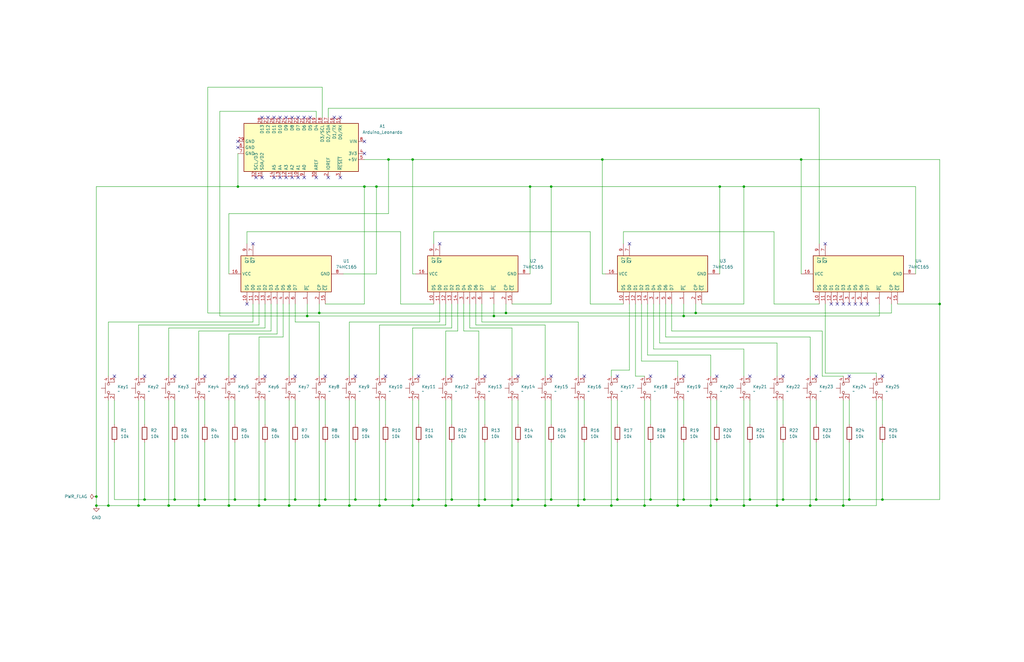
<source format=kicad_sch>
(kicad_sch
	(version 20250114)
	(generator "eeschema")
	(generator_version "9.0")
	(uuid "73ff4077-b126-4453-9501-65c2cff0b740")
	(paper "User" 431.8 279.4)
	(lib_symbols
		(symbol "74xx:74HC165"
			(exclude_from_sim no)
			(in_bom yes)
			(on_board yes)
			(property "Reference" "U"
				(at -7.62 19.05 0)
				(effects
					(font
						(size 1.27 1.27)
					)
				)
			)
			(property "Value" "74HC165"
				(at -7.62 -21.59 0)
				(effects
					(font
						(size 1.27 1.27)
					)
				)
			)
			(property "Footprint" ""
				(at 0 0 0)
				(effects
					(font
						(size 1.27 1.27)
					)
					(hide yes)
				)
			)
			(property "Datasheet" "https://assets.nexperia.com/documents/data-sheet/74HC_HCT165.pdf"
				(at 0 0 0)
				(effects
					(font
						(size 1.27 1.27)
					)
					(hide yes)
				)
			)
			(property "Description" "Shift Register, 8-bit, Parallel Load"
				(at 0 0 0)
				(effects
					(font
						(size 1.27 1.27)
					)
					(hide yes)
				)
			)
			(property "ki_keywords" "8 bit shift register parallel load cmos"
				(at 0 0 0)
				(effects
					(font
						(size 1.27 1.27)
					)
					(hide yes)
				)
			)
			(property "ki_fp_filters" "DIP?16* SO*16*3.9x9.9mm*P1.27mm* SSOP*16*5.3x6.2mm*P0.65mm* TSSOP*16*4.4x5mm*P0.65*"
				(at 0 0 0)
				(effects
					(font
						(size 1.27 1.27)
					)
					(hide yes)
				)
			)
			(symbol "74HC165_1_0"
				(pin input line
					(at -12.7 15.24 0)
					(length 5.08)
					(name "DS"
						(effects
							(font
								(size 1.27 1.27)
							)
						)
					)
					(number "10"
						(effects
							(font
								(size 1.27 1.27)
							)
						)
					)
				)
				(pin input line
					(at -12.7 12.7 0)
					(length 5.08)
					(name "D0"
						(effects
							(font
								(size 1.27 1.27)
							)
						)
					)
					(number "11"
						(effects
							(font
								(size 1.27 1.27)
							)
						)
					)
				)
				(pin input line
					(at -12.7 10.16 0)
					(length 5.08)
					(name "D1"
						(effects
							(font
								(size 1.27 1.27)
							)
						)
					)
					(number "12"
						(effects
							(font
								(size 1.27 1.27)
							)
						)
					)
				)
				(pin input line
					(at -12.7 7.62 0)
					(length 5.08)
					(name "D2"
						(effects
							(font
								(size 1.27 1.27)
							)
						)
					)
					(number "13"
						(effects
							(font
								(size 1.27 1.27)
							)
						)
					)
				)
				(pin input line
					(at -12.7 5.08 0)
					(length 5.08)
					(name "D3"
						(effects
							(font
								(size 1.27 1.27)
							)
						)
					)
					(number "14"
						(effects
							(font
								(size 1.27 1.27)
							)
						)
					)
				)
				(pin input line
					(at -12.7 2.54 0)
					(length 5.08)
					(name "D4"
						(effects
							(font
								(size 1.27 1.27)
							)
						)
					)
					(number "3"
						(effects
							(font
								(size 1.27 1.27)
							)
						)
					)
				)
				(pin input line
					(at -12.7 0 0)
					(length 5.08)
					(name "D5"
						(effects
							(font
								(size 1.27 1.27)
							)
						)
					)
					(number "4"
						(effects
							(font
								(size 1.27 1.27)
							)
						)
					)
				)
				(pin input line
					(at -12.7 -2.54 0)
					(length 5.08)
					(name "D6"
						(effects
							(font
								(size 1.27 1.27)
							)
						)
					)
					(number "5"
						(effects
							(font
								(size 1.27 1.27)
							)
						)
					)
				)
				(pin input line
					(at -12.7 -5.08 0)
					(length 5.08)
					(name "D7"
						(effects
							(font
								(size 1.27 1.27)
							)
						)
					)
					(number "6"
						(effects
							(font
								(size 1.27 1.27)
							)
						)
					)
				)
				(pin input line
					(at -12.7 -10.16 0)
					(length 5.08)
					(name "~{PL}"
						(effects
							(font
								(size 1.27 1.27)
							)
						)
					)
					(number "1"
						(effects
							(font
								(size 1.27 1.27)
							)
						)
					)
				)
				(pin input line
					(at -12.7 -15.24 0)
					(length 5.08)
					(name "CP"
						(effects
							(font
								(size 1.27 1.27)
							)
						)
					)
					(number "2"
						(effects
							(font
								(size 1.27 1.27)
							)
						)
					)
				)
				(pin input line
					(at -12.7 -17.78 0)
					(length 5.08)
					(name "~{CE}"
						(effects
							(font
								(size 1.27 1.27)
							)
						)
					)
					(number "15"
						(effects
							(font
								(size 1.27 1.27)
							)
						)
					)
				)
				(pin power_in line
					(at 0 22.86 270)
					(length 5.08)
					(name "VCC"
						(effects
							(font
								(size 1.27 1.27)
							)
						)
					)
					(number "16"
						(effects
							(font
								(size 1.27 1.27)
							)
						)
					)
				)
				(pin power_in line
					(at 0 -25.4 90)
					(length 5.08)
					(name "GND"
						(effects
							(font
								(size 1.27 1.27)
							)
						)
					)
					(number "8"
						(effects
							(font
								(size 1.27 1.27)
							)
						)
					)
				)
				(pin output line
					(at 12.7 15.24 180)
					(length 5.08)
					(name "Q7"
						(effects
							(font
								(size 1.27 1.27)
							)
						)
					)
					(number "9"
						(effects
							(font
								(size 1.27 1.27)
							)
						)
					)
				)
				(pin output line
					(at 12.7 12.7 180)
					(length 5.08)
					(name "~{Q7}"
						(effects
							(font
								(size 1.27 1.27)
							)
						)
					)
					(number "7"
						(effects
							(font
								(size 1.27 1.27)
							)
						)
					)
				)
			)
			(symbol "74HC165_1_1"
				(rectangle
					(start -7.62 17.78)
					(end 7.62 -20.32)
					(stroke
						(width 0.254)
						(type default)
					)
					(fill
						(type background)
					)
				)
			)
			(embedded_fonts no)
		)
		(symbol "Device:R"
			(pin_numbers
				(hide yes)
			)
			(pin_names
				(offset 0)
			)
			(exclude_from_sim no)
			(in_bom yes)
			(on_board yes)
			(property "Reference" "R"
				(at 2.032 0 90)
				(effects
					(font
						(size 1.27 1.27)
					)
				)
			)
			(property "Value" "R"
				(at 0 0 90)
				(effects
					(font
						(size 1.27 1.27)
					)
				)
			)
			(property "Footprint" ""
				(at -1.778 0 90)
				(effects
					(font
						(size 1.27 1.27)
					)
					(hide yes)
				)
			)
			(property "Datasheet" "~"
				(at 0 0 0)
				(effects
					(font
						(size 1.27 1.27)
					)
					(hide yes)
				)
			)
			(property "Description" "Resistor"
				(at 0 0 0)
				(effects
					(font
						(size 1.27 1.27)
					)
					(hide yes)
				)
			)
			(property "ki_keywords" "R res resistor"
				(at 0 0 0)
				(effects
					(font
						(size 1.27 1.27)
					)
					(hide yes)
				)
			)
			(property "ki_fp_filters" "R_*"
				(at 0 0 0)
				(effects
					(font
						(size 1.27 1.27)
					)
					(hide yes)
				)
			)
			(symbol "R_0_1"
				(rectangle
					(start -1.016 -2.54)
					(end 1.016 2.54)
					(stroke
						(width 0.254)
						(type default)
					)
					(fill
						(type none)
					)
				)
			)
			(symbol "R_1_1"
				(pin passive line
					(at 0 3.81 270)
					(length 1.27)
					(name "~"
						(effects
							(font
								(size 1.27 1.27)
							)
						)
					)
					(number "1"
						(effects
							(font
								(size 1.27 1.27)
							)
						)
					)
				)
				(pin passive line
					(at 0 -3.81 90)
					(length 1.27)
					(name "~"
						(effects
							(font
								(size 1.27 1.27)
							)
						)
					)
					(number "2"
						(effects
							(font
								(size 1.27 1.27)
							)
						)
					)
				)
			)
			(embedded_fonts no)
		)
		(symbol "MCU_Module:Arduino_Leonardo"
			(exclude_from_sim no)
			(in_bom yes)
			(on_board yes)
			(property "Reference" "A"
				(at -10.16 23.495 0)
				(effects
					(font
						(size 1.27 1.27)
					)
					(justify left bottom)
				)
			)
			(property "Value" "Arduino_Leonardo"
				(at 5.08 -26.67 0)
				(effects
					(font
						(size 1.27 1.27)
					)
					(justify left top)
				)
			)
			(property "Footprint" "Module:Arduino_UNO_R3"
				(at 0 0 0)
				(effects
					(font
						(size 1.27 1.27)
						(italic yes)
					)
					(hide yes)
				)
			)
			(property "Datasheet" "https://www.arduino.cc/en/Main/ArduinoBoardLeonardo"
				(at 0 0 0)
				(effects
					(font
						(size 1.27 1.27)
					)
					(hide yes)
				)
			)
			(property "Description" "Arduino LEONARDO Microcontroller Module"
				(at 0 0 0)
				(effects
					(font
						(size 1.27 1.27)
					)
					(hide yes)
				)
			)
			(property "ki_keywords" "Arduino LEONARDO Microcontroller Module Atmel AVR USB"
				(at 0 0 0)
				(effects
					(font
						(size 1.27 1.27)
					)
					(hide yes)
				)
			)
			(property "ki_fp_filters" "Arduino*UNO*R3*"
				(at 0 0 0)
				(effects
					(font
						(size 1.27 1.27)
					)
					(hide yes)
				)
			)
			(symbol "Arduino_Leonardo_0_1"
				(rectangle
					(start -10.16 22.86)
					(end 10.16 -25.4)
					(stroke
						(width 0.254)
						(type default)
					)
					(fill
						(type background)
					)
				)
			)
			(symbol "Arduino_Leonardo_1_1"
				(pin bidirectional line
					(at -12.7 15.24 0)
					(length 2.54)
					(name "D0/RX"
						(effects
							(font
								(size 1.27 1.27)
							)
						)
					)
					(number "15"
						(effects
							(font
								(size 1.27 1.27)
							)
						)
					)
				)
				(pin bidirectional line
					(at -12.7 12.7 0)
					(length 2.54)
					(name "D1/TX"
						(effects
							(font
								(size 1.27 1.27)
							)
						)
					)
					(number "16"
						(effects
							(font
								(size 1.27 1.27)
							)
						)
					)
				)
				(pin bidirectional line
					(at -12.7 10.16 0)
					(length 2.54)
					(name "D2/SDA"
						(effects
							(font
								(size 1.27 1.27)
							)
						)
					)
					(number "17"
						(effects
							(font
								(size 1.27 1.27)
							)
						)
					)
				)
				(pin bidirectional line
					(at -12.7 7.62 0)
					(length 2.54)
					(name "D3/SCL"
						(effects
							(font
								(size 1.27 1.27)
							)
						)
					)
					(number "18"
						(effects
							(font
								(size 1.27 1.27)
							)
						)
					)
				)
				(pin bidirectional line
					(at -12.7 5.08 0)
					(length 2.54)
					(name "D4"
						(effects
							(font
								(size 1.27 1.27)
							)
						)
					)
					(number "19"
						(effects
							(font
								(size 1.27 1.27)
							)
						)
					)
				)
				(pin bidirectional line
					(at -12.7 2.54 0)
					(length 2.54)
					(name "D5"
						(effects
							(font
								(size 1.27 1.27)
							)
						)
					)
					(number "20"
						(effects
							(font
								(size 1.27 1.27)
							)
						)
					)
				)
				(pin bidirectional line
					(at -12.7 0 0)
					(length 2.54)
					(name "D6"
						(effects
							(font
								(size 1.27 1.27)
							)
						)
					)
					(number "21"
						(effects
							(font
								(size 1.27 1.27)
							)
						)
					)
				)
				(pin bidirectional line
					(at -12.7 -2.54 0)
					(length 2.54)
					(name "D7"
						(effects
							(font
								(size 1.27 1.27)
							)
						)
					)
					(number "22"
						(effects
							(font
								(size 1.27 1.27)
							)
						)
					)
				)
				(pin bidirectional line
					(at -12.7 -5.08 0)
					(length 2.54)
					(name "D8"
						(effects
							(font
								(size 1.27 1.27)
							)
						)
					)
					(number "23"
						(effects
							(font
								(size 1.27 1.27)
							)
						)
					)
				)
				(pin bidirectional line
					(at -12.7 -7.62 0)
					(length 2.54)
					(name "D9"
						(effects
							(font
								(size 1.27 1.27)
							)
						)
					)
					(number "24"
						(effects
							(font
								(size 1.27 1.27)
							)
						)
					)
				)
				(pin bidirectional line
					(at -12.7 -10.16 0)
					(length 2.54)
					(name "D10"
						(effects
							(font
								(size 1.27 1.27)
							)
						)
					)
					(number "25"
						(effects
							(font
								(size 1.27 1.27)
							)
						)
					)
				)
				(pin bidirectional line
					(at -12.7 -12.7 0)
					(length 2.54)
					(name "D11"
						(effects
							(font
								(size 1.27 1.27)
							)
						)
					)
					(number "26"
						(effects
							(font
								(size 1.27 1.27)
							)
						)
					)
				)
				(pin bidirectional line
					(at -12.7 -15.24 0)
					(length 2.54)
					(name "D12"
						(effects
							(font
								(size 1.27 1.27)
							)
						)
					)
					(number "27"
						(effects
							(font
								(size 1.27 1.27)
							)
						)
					)
				)
				(pin bidirectional line
					(at -12.7 -17.78 0)
					(length 2.54)
					(name "D13"
						(effects
							(font
								(size 1.27 1.27)
							)
						)
					)
					(number "28"
						(effects
							(font
								(size 1.27 1.27)
							)
						)
					)
				)
				(pin no_connect line
					(at -10.16 -20.32 0)
					(length 2.54)
					(hide yes)
					(name "NC"
						(effects
							(font
								(size 1.27 1.27)
							)
						)
					)
					(number "1"
						(effects
							(font
								(size 1.27 1.27)
							)
						)
					)
				)
				(pin power_in line
					(at -2.54 25.4 270)
					(length 2.54)
					(name "VIN"
						(effects
							(font
								(size 1.27 1.27)
							)
						)
					)
					(number "8"
						(effects
							(font
								(size 1.27 1.27)
							)
						)
					)
				)
				(pin power_in line
					(at -2.54 -27.94 90)
					(length 2.54)
					(name "GND"
						(effects
							(font
								(size 1.27 1.27)
							)
						)
					)
					(number "29"
						(effects
							(font
								(size 1.27 1.27)
							)
						)
					)
				)
				(pin power_in line
					(at 0 -27.94 90)
					(length 2.54)
					(name "GND"
						(effects
							(font
								(size 1.27 1.27)
							)
						)
					)
					(number "6"
						(effects
							(font
								(size 1.27 1.27)
							)
						)
					)
				)
				(pin power_out line
					(at 2.54 25.4 270)
					(length 2.54)
					(name "3V3"
						(effects
							(font
								(size 1.27 1.27)
							)
						)
					)
					(number "4"
						(effects
							(font
								(size 1.27 1.27)
							)
						)
					)
				)
				(pin power_in line
					(at 2.54 -27.94 90)
					(length 2.54)
					(name "GND"
						(effects
							(font
								(size 1.27 1.27)
							)
						)
					)
					(number "7"
						(effects
							(font
								(size 1.27 1.27)
							)
						)
					)
				)
				(pin power_out line
					(at 5.08 25.4 270)
					(length 2.54)
					(name "+5V"
						(effects
							(font
								(size 1.27 1.27)
							)
						)
					)
					(number "5"
						(effects
							(font
								(size 1.27 1.27)
							)
						)
					)
				)
				(pin input line
					(at 12.7 15.24 180)
					(length 2.54)
					(name "~{RESET}"
						(effects
							(font
								(size 1.27 1.27)
							)
						)
					)
					(number "3"
						(effects
							(font
								(size 1.27 1.27)
							)
						)
					)
				)
				(pin output line
					(at 12.7 10.16 180)
					(length 2.54)
					(name "IOREF"
						(effects
							(font
								(size 1.27 1.27)
							)
						)
					)
					(number "2"
						(effects
							(font
								(size 1.27 1.27)
							)
						)
					)
				)
				(pin input line
					(at 12.7 5.08 180)
					(length 2.54)
					(name "AREF"
						(effects
							(font
								(size 1.27 1.27)
							)
						)
					)
					(number "30"
						(effects
							(font
								(size 1.27 1.27)
							)
						)
					)
				)
				(pin bidirectional line
					(at 12.7 0 180)
					(length 2.54)
					(name "A0"
						(effects
							(font
								(size 1.27 1.27)
							)
						)
					)
					(number "9"
						(effects
							(font
								(size 1.27 1.27)
							)
						)
					)
				)
				(pin bidirectional line
					(at 12.7 -2.54 180)
					(length 2.54)
					(name "A1"
						(effects
							(font
								(size 1.27 1.27)
							)
						)
					)
					(number "10"
						(effects
							(font
								(size 1.27 1.27)
							)
						)
					)
				)
				(pin bidirectional line
					(at 12.7 -5.08 180)
					(length 2.54)
					(name "A2"
						(effects
							(font
								(size 1.27 1.27)
							)
						)
					)
					(number "11"
						(effects
							(font
								(size 1.27 1.27)
							)
						)
					)
				)
				(pin bidirectional line
					(at 12.7 -7.62 180)
					(length 2.54)
					(name "A3"
						(effects
							(font
								(size 1.27 1.27)
							)
						)
					)
					(number "12"
						(effects
							(font
								(size 1.27 1.27)
							)
						)
					)
				)
				(pin bidirectional line
					(at 12.7 -10.16 180)
					(length 2.54)
					(name "A4"
						(effects
							(font
								(size 1.27 1.27)
							)
						)
					)
					(number "13"
						(effects
							(font
								(size 1.27 1.27)
							)
						)
					)
				)
				(pin bidirectional line
					(at 12.7 -12.7 180)
					(length 2.54)
					(name "A5"
						(effects
							(font
								(size 1.27 1.27)
							)
						)
					)
					(number "14"
						(effects
							(font
								(size 1.27 1.27)
							)
						)
					)
				)
				(pin bidirectional line
					(at 12.7 -17.78 180)
					(length 2.54)
					(name "SDA/D2"
						(effects
							(font
								(size 1.27 1.27)
							)
						)
					)
					(number "31"
						(effects
							(font
								(size 1.27 1.27)
							)
						)
					)
				)
				(pin bidirectional line
					(at 12.7 -20.32 180)
					(length 2.54)
					(name "SCL/D3"
						(effects
							(font
								(size 1.27 1.27)
							)
						)
					)
					(number "32"
						(effects
							(font
								(size 1.27 1.27)
							)
						)
					)
				)
			)
			(embedded_fonts no)
		)
		(symbol "Switch:SW_MEC_5E"
			(pin_names
				(offset 1.016)
				(hide yes)
			)
			(exclude_from_sim no)
			(in_bom yes)
			(on_board yes)
			(property "Reference" "SW"
				(at 0.635 5.715 0)
				(effects
					(font
						(size 1.27 1.27)
					)
					(justify left)
				)
			)
			(property "Value" "SW_MEC_5E"
				(at 0 -3.175 0)
				(effects
					(font
						(size 1.27 1.27)
					)
				)
			)
			(property "Footprint" ""
				(at 0 7.62 0)
				(effects
					(font
						(size 1.27 1.27)
					)
					(hide yes)
				)
			)
			(property "Datasheet" "http://www.apem.com/int/index.php?controller=attachment&id_attachment=1371"
				(at 0 7.62 0)
				(effects
					(font
						(size 1.27 1.27)
					)
					(hide yes)
				)
			)
			(property "Description" "MEC 5E single pole normally-open tactile switch"
				(at 0 0 0)
				(effects
					(font
						(size 1.27 1.27)
					)
					(hide yes)
				)
			)
			(property "ki_keywords" "switch normally-open pushbutton push-button"
				(at 0 0 0)
				(effects
					(font
						(size 1.27 1.27)
					)
					(hide yes)
				)
			)
			(property "ki_fp_filters" "SW*MEC*5G*"
				(at 0 0 0)
				(effects
					(font
						(size 1.27 1.27)
					)
					(hide yes)
				)
			)
			(symbol "SW_MEC_5E_0_1"
				(polyline
					(pts
						(xy -2.54 0) (xy -2.54 2.54) (xy -2.286 2.54)
					)
					(stroke
						(width 0)
						(type default)
					)
					(fill
						(type none)
					)
				)
				(polyline
					(pts
						(xy -2.286 3.81) (xy 2.286 3.81)
					)
					(stroke
						(width 0)
						(type default)
					)
					(fill
						(type none)
					)
				)
				(circle
					(center -1.778 2.54)
					(radius 0.508)
					(stroke
						(width 0)
						(type default)
					)
					(fill
						(type none)
					)
				)
				(polyline
					(pts
						(xy 0 3.81) (xy 0 5.588)
					)
					(stroke
						(width 0)
						(type default)
					)
					(fill
						(type none)
					)
				)
				(circle
					(center 1.778 2.54)
					(radius 0.508)
					(stroke
						(width 0)
						(type default)
					)
					(fill
						(type none)
					)
				)
				(polyline
					(pts
						(xy 2.54 0) (xy 2.54 2.54) (xy 2.286 2.54)
					)
					(stroke
						(width 0)
						(type default)
					)
					(fill
						(type none)
					)
				)
				(pin passive line
					(at -5.08 2.54 0)
					(length 2.54)
					(name "1"
						(effects
							(font
								(size 1.27 1.27)
							)
						)
					)
					(number "1"
						(effects
							(font
								(size 1.27 1.27)
							)
						)
					)
				)
				(pin passive line
					(at -5.08 0 0)
					(length 2.54)
					(name "2"
						(effects
							(font
								(size 1.27 1.27)
							)
						)
					)
					(number "2"
						(effects
							(font
								(size 1.27 1.27)
							)
						)
					)
				)
				(pin passive line
					(at 5.08 2.54 180)
					(length 2.54)
					(name "A"
						(effects
							(font
								(size 1.27 1.27)
							)
						)
					)
					(number "4"
						(effects
							(font
								(size 1.27 1.27)
							)
						)
					)
				)
				(pin passive line
					(at 5.08 0 180)
					(length 2.54)
					(name "K"
						(effects
							(font
								(size 1.27 1.27)
							)
						)
					)
					(number "3"
						(effects
							(font
								(size 1.27 1.27)
							)
						)
					)
				)
			)
			(embedded_fonts no)
		)
		(symbol "power:GND"
			(power)
			(pin_numbers
				(hide yes)
			)
			(pin_names
				(offset 0)
				(hide yes)
			)
			(exclude_from_sim no)
			(in_bom yes)
			(on_board yes)
			(property "Reference" "#PWR"
				(at 0 -6.35 0)
				(effects
					(font
						(size 1.27 1.27)
					)
					(hide yes)
				)
			)
			(property "Value" "GND"
				(at 0 -3.81 0)
				(effects
					(font
						(size 1.27 1.27)
					)
				)
			)
			(property "Footprint" ""
				(at 0 0 0)
				(effects
					(font
						(size 1.27 1.27)
					)
					(hide yes)
				)
			)
			(property "Datasheet" ""
				(at 0 0 0)
				(effects
					(font
						(size 1.27 1.27)
					)
					(hide yes)
				)
			)
			(property "Description" "Power symbol creates a global label with name \"GND\" , ground"
				(at 0 0 0)
				(effects
					(font
						(size 1.27 1.27)
					)
					(hide yes)
				)
			)
			(property "ki_keywords" "global power"
				(at 0 0 0)
				(effects
					(font
						(size 1.27 1.27)
					)
					(hide yes)
				)
			)
			(symbol "GND_0_1"
				(polyline
					(pts
						(xy 0 0) (xy 0 -1.27) (xy 1.27 -1.27) (xy 0 -2.54) (xy -1.27 -1.27) (xy 0 -1.27)
					)
					(stroke
						(width 0)
						(type default)
					)
					(fill
						(type none)
					)
				)
			)
			(symbol "GND_1_1"
				(pin power_in line
					(at 0 0 270)
					(length 0)
					(name "~"
						(effects
							(font
								(size 1.27 1.27)
							)
						)
					)
					(number "1"
						(effects
							(font
								(size 1.27 1.27)
							)
						)
					)
				)
			)
			(embedded_fonts no)
		)
		(symbol "power:PWR_FLAG"
			(power)
			(pin_numbers
				(hide yes)
			)
			(pin_names
				(offset 0)
				(hide yes)
			)
			(exclude_from_sim no)
			(in_bom yes)
			(on_board yes)
			(property "Reference" "#FLG"
				(at 0 1.905 0)
				(effects
					(font
						(size 1.27 1.27)
					)
					(hide yes)
				)
			)
			(property "Value" "PWR_FLAG"
				(at 0 3.81 0)
				(effects
					(font
						(size 1.27 1.27)
					)
				)
			)
			(property "Footprint" ""
				(at 0 0 0)
				(effects
					(font
						(size 1.27 1.27)
					)
					(hide yes)
				)
			)
			(property "Datasheet" "~"
				(at 0 0 0)
				(effects
					(font
						(size 1.27 1.27)
					)
					(hide yes)
				)
			)
			(property "Description" "Special symbol for telling ERC where power comes from"
				(at 0 0 0)
				(effects
					(font
						(size 1.27 1.27)
					)
					(hide yes)
				)
			)
			(property "ki_keywords" "flag power"
				(at 0 0 0)
				(effects
					(font
						(size 1.27 1.27)
					)
					(hide yes)
				)
			)
			(symbol "PWR_FLAG_0_0"
				(pin power_out line
					(at 0 0 90)
					(length 0)
					(name "~"
						(effects
							(font
								(size 1.27 1.27)
							)
						)
					)
					(number "1"
						(effects
							(font
								(size 1.27 1.27)
							)
						)
					)
				)
			)
			(symbol "PWR_FLAG_0_1"
				(polyline
					(pts
						(xy 0 0) (xy 0 1.27) (xy -1.016 1.905) (xy 0 2.54) (xy 1.016 1.905) (xy 0 1.27)
					)
					(stroke
						(width 0)
						(type default)
					)
					(fill
						(type none)
					)
				)
			)
			(embedded_fonts no)
		)
	)
	(junction
		(at 327.66 213.36)
		(diameter 0)
		(color 0 0 0 0)
		(uuid "02eeb6a3-ce6e-4ae3-94d7-b6f518562378")
	)
	(junction
		(at 149.86 210.82)
		(diameter 0)
		(color 0 0 0 0)
		(uuid "0c74dcd5-ab1d-48f8-80d6-8bedc66fa017")
	)
	(junction
		(at 213.36 132.08)
		(diameter 0)
		(color 0 0 0 0)
		(uuid "130d1a72-6a0d-4a95-9975-04449c3ea78c")
	)
	(junction
		(at 246.38 210.82)
		(diameter 0)
		(color 0 0 0 0)
		(uuid "1372f0e6-2387-49b1-b878-d65fa2f53fac")
	)
	(junction
		(at 204.47 210.82)
		(diameter 0)
		(color 0 0 0 0)
		(uuid "163baa13-4b28-4125-b8b0-c8e9e8e1939b")
	)
	(junction
		(at 260.35 210.82)
		(diameter 0)
		(color 0 0 0 0)
		(uuid "1685e3bc-457a-4000-b126-96ce7f1dca4d")
	)
	(junction
		(at 109.22 213.36)
		(diameter 0)
		(color 0 0 0 0)
		(uuid "264a45c6-8431-4f6a-bee0-30767e383a32")
	)
	(junction
		(at 99.06 210.82)
		(diameter 0)
		(color 0 0 0 0)
		(uuid "29a5f4ea-c8d8-463a-90dd-18bf48152c0a")
	)
	(junction
		(at 396.24 128.27)
		(diameter 0)
		(color 0 0 0 0)
		(uuid "2f1dd2c1-810f-4cf1-b2aa-a9dc82b7cdfe")
	)
	(junction
		(at 40.64 209.55)
		(diameter 0)
		(color 0 0 0 0)
		(uuid "301a7d1b-e288-4344-8904-3196d84800da")
	)
	(junction
		(at 257.81 213.36)
		(diameter 0)
		(color 0 0 0 0)
		(uuid "32f45470-07c3-4218-ba65-1cd7f85e2e1d")
	)
	(junction
		(at 187.96 213.36)
		(diameter 0)
		(color 0 0 0 0)
		(uuid "33e5639a-ac41-4acb-abb1-d1cffb9e2342")
	)
	(junction
		(at 372.11 210.82)
		(diameter 0)
		(color 0 0 0 0)
		(uuid "3566e767-ba63-400b-81cb-322926c5dad5")
	)
	(junction
		(at 337.82 67.31)
		(diameter 0)
		(color 0 0 0 0)
		(uuid "38db62fb-b7c6-4ab0-b12c-b29b7e2e39c1")
	)
	(junction
		(at 40.64 213.36)
		(diameter 0)
		(color 0 0 0 0)
		(uuid "422e307f-e054-4cd0-8964-a3ebd5103b80")
	)
	(junction
		(at 111.76 210.82)
		(diameter 0)
		(color 0 0 0 0)
		(uuid "425bcfeb-51bd-44dd-9e54-554dc591546e")
	)
	(junction
		(at 134.62 132.08)
		(diameter 0)
		(color 0 0 0 0)
		(uuid "437884e3-21ce-46e7-9e4d-ade7d48c2adc")
	)
	(junction
		(at 71.12 213.36)
		(diameter 0)
		(color 0 0 0 0)
		(uuid "4459020a-cd65-46e0-bbdf-8e1748e4c44b")
	)
	(junction
		(at 201.93 213.36)
		(diameter 0)
		(color 0 0 0 0)
		(uuid "489c4423-f680-4daa-840b-a47473a976f3")
	)
	(junction
		(at 288.29 210.82)
		(diameter 0)
		(color 0 0 0 0)
		(uuid "52b2bb9a-8364-435c-9147-b67eee05f81f")
	)
	(junction
		(at 134.62 213.36)
		(diameter 0)
		(color 0 0 0 0)
		(uuid "577296e3-2a9a-477a-b882-b82717e313c6")
	)
	(junction
		(at 254 67.31)
		(diameter 0)
		(color 0 0 0 0)
		(uuid "6132d967-258c-4bab-9a51-902c252c0116")
	)
	(junction
		(at 124.46 210.82)
		(diameter 0)
		(color 0 0 0 0)
		(uuid "63574032-b033-451c-a5fa-c0005306fab4")
	)
	(junction
		(at 147.32 213.36)
		(diameter 0)
		(color 0 0 0 0)
		(uuid "67c12afb-aa28-4dda-8d02-a706e19ce982")
	)
	(junction
		(at 232.41 78.74)
		(diameter 0)
		(color 0 0 0 0)
		(uuid "68ad9e0a-0a7b-42fb-b950-1b56face0f95")
	)
	(junction
		(at 243.84 213.36)
		(diameter 0)
		(color 0 0 0 0)
		(uuid "6a702cde-712d-488f-95a4-63caf993f4ae")
	)
	(junction
		(at 60.96 210.82)
		(diameter 0)
		(color 0 0 0 0)
		(uuid "6fe8b5e1-da39-4219-ba63-2ebc107a607f")
	)
	(junction
		(at 271.78 213.36)
		(diameter 0)
		(color 0 0 0 0)
		(uuid "72017a09-f9be-4f72-addf-f7162d8c009c")
	)
	(junction
		(at 160.02 213.36)
		(diameter 0)
		(color 0 0 0 0)
		(uuid "73bdfeeb-2662-453e-a67c-1f1430b27ecf")
	)
	(junction
		(at 341.63 213.36)
		(diameter 0)
		(color 0 0 0 0)
		(uuid "7888007f-45d0-4b35-901a-e90c02955880")
	)
	(junction
		(at 218.44 210.82)
		(diameter 0)
		(color 0 0 0 0)
		(uuid "7e7bc12a-c5d2-474f-bb6d-21fd3e319c92")
	)
	(junction
		(at 358.14 210.82)
		(diameter 0)
		(color 0 0 0 0)
		(uuid "843cf68b-8c55-4da8-907d-20cec7808bd0")
	)
	(junction
		(at 303.53 78.74)
		(diameter 0)
		(color 0 0 0 0)
		(uuid "844b355b-67af-4397-a454-595e40a273f3")
	)
	(junction
		(at 173.99 67.31)
		(diameter 0)
		(color 0 0 0 0)
		(uuid "85e16f9d-cc94-4b01-94cf-942210144866")
	)
	(junction
		(at 344.17 210.82)
		(diameter 0)
		(color 0 0 0 0)
		(uuid "89932666-8771-464a-8c0d-80212e15a462")
	)
	(junction
		(at 190.5 210.82)
		(diameter 0)
		(color 0 0 0 0)
		(uuid "8ba00347-6cb7-40b9-8209-891fdb51f98e")
	)
	(junction
		(at 83.82 213.36)
		(diameter 0)
		(color 0 0 0 0)
		(uuid "8da044ce-bc86-4e25-8e1c-83a6573c478d")
	)
	(junction
		(at 100.33 78.74)
		(diameter 0)
		(color 0 0 0 0)
		(uuid "8f7b2056-e69e-492a-91f3-f9070064177b")
	)
	(junction
		(at 302.26 210.82)
		(diameter 0)
		(color 0 0 0 0)
		(uuid "933df8b3-a119-4fc2-8f4b-9958693db01d")
	)
	(junction
		(at 223.52 78.74)
		(diameter 0)
		(color 0 0 0 0)
		(uuid "97d7fcf4-0063-4e1a-a4b6-3eb4e38b735e")
	)
	(junction
		(at 299.72 213.36)
		(diameter 0)
		(color 0 0 0 0)
		(uuid "99687a85-8288-4b4d-a022-98611139ff92")
	)
	(junction
		(at 176.53 210.82)
		(diameter 0)
		(color 0 0 0 0)
		(uuid "9c4a7a0f-e994-46a9-9372-789e8fe6e142")
	)
	(junction
		(at 215.9 213.36)
		(diameter 0)
		(color 0 0 0 0)
		(uuid "a0a00453-fd72-4b31-a933-1d23da1c8e7f")
	)
	(junction
		(at 316.23 210.82)
		(diameter 0)
		(color 0 0 0 0)
		(uuid "a15b81ed-959c-441d-9088-7dbc2628a702")
	)
	(junction
		(at 121.92 213.36)
		(diameter 0)
		(color 0 0 0 0)
		(uuid "a742231b-a494-4656-a1ca-aa6bf0c18ee2")
	)
	(junction
		(at 285.75 213.36)
		(diameter 0)
		(color 0 0 0 0)
		(uuid "a86a94f9-edc7-406a-88e4-26441c36e982")
	)
	(junction
		(at 45.72 213.36)
		(diameter 0)
		(color 0 0 0 0)
		(uuid "adeea184-3d67-4c4c-93e6-42a84e3c832c")
	)
	(junction
		(at 208.28 133.35)
		(diameter 0)
		(color 0 0 0 0)
		(uuid "bb7a1837-1ff7-44ba-b8f9-231af2c75c4d")
	)
	(junction
		(at 58.42 213.36)
		(diameter 0)
		(color 0 0 0 0)
		(uuid "bbc93f5b-856f-42f9-a010-05da89501fe8")
	)
	(junction
		(at 355.6 213.36)
		(diameter 0)
		(color 0 0 0 0)
		(uuid "bca482c9-ccaf-4835-b62d-a7c75bc18759")
	)
	(junction
		(at 173.99 213.36)
		(diameter 0)
		(color 0 0 0 0)
		(uuid "bfb93db3-cec3-4d06-81ed-9a0c2cf815b6")
	)
	(junction
		(at 86.36 210.82)
		(diameter 0)
		(color 0 0 0 0)
		(uuid "c14e2fd2-b066-4763-aa92-58de9abe41aa")
	)
	(junction
		(at 293.37 132.08)
		(diameter 0)
		(color 0 0 0 0)
		(uuid "c3a9def8-2fa7-47a4-9501-7f3ffcec29b4")
	)
	(junction
		(at 232.41 210.82)
		(diameter 0)
		(color 0 0 0 0)
		(uuid "c8627250-d4f2-4cd5-80cf-cd9acf031785")
	)
	(junction
		(at 288.29 133.35)
		(diameter 0)
		(color 0 0 0 0)
		(uuid "cdc37fe5-538e-4e3f-abb8-747b92ba4c58")
	)
	(junction
		(at 73.66 210.82)
		(diameter 0)
		(color 0 0 0 0)
		(uuid "cde118dd-8e80-415d-aaf7-75c141750257")
	)
	(junction
		(at 129.54 133.35)
		(diameter 0)
		(color 0 0 0 0)
		(uuid "d4133f79-e350-4fd8-b6ff-3072620454f3")
	)
	(junction
		(at 153.67 78.74)
		(diameter 0)
		(color 0 0 0 0)
		(uuid "d6cf77e4-5aab-4f3b-aef7-6c5e42099291")
	)
	(junction
		(at 137.16 210.82)
		(diameter 0)
		(color 0 0 0 0)
		(uuid "daa02ceb-978b-4951-aeb3-f9c07f9c0ba8")
	)
	(junction
		(at 96.52 213.36)
		(diameter 0)
		(color 0 0 0 0)
		(uuid "dc80c0b6-a0d1-40b5-9fbd-cf8cd0dbd921")
	)
	(junction
		(at 313.69 78.74)
		(diameter 0)
		(color 0 0 0 0)
		(uuid "e1ed1a69-74af-4199-bcee-e44bdb905c84")
	)
	(junction
		(at 330.2 210.82)
		(diameter 0)
		(color 0 0 0 0)
		(uuid "e8819682-5b44-4c8d-b508-b375f09953ff")
	)
	(junction
		(at 163.83 67.31)
		(diameter 0)
		(color 0 0 0 0)
		(uuid "e938988d-08d3-4b3d-8a6f-a8732a616b82")
	)
	(junction
		(at 158.75 78.74)
		(diameter 0)
		(color 0 0 0 0)
		(uuid "f02a0f03-43ff-41e9-bfa8-5a795ba5f95b")
	)
	(junction
		(at 313.69 213.36)
		(diameter 0)
		(color 0 0 0 0)
		(uuid "f1ad07db-791e-4963-9b76-54a92107808f")
	)
	(junction
		(at 229.87 213.36)
		(diameter 0)
		(color 0 0 0 0)
		(uuid "f25074f9-d1d1-41b9-858f-58c6e0ce0d8d")
	)
	(junction
		(at 274.32 210.82)
		(diameter 0)
		(color 0 0 0 0)
		(uuid "f4acd742-55a1-456c-b5e2-2b050fabf3fc")
	)
	(junction
		(at 162.56 210.82)
		(diameter 0)
		(color 0 0 0 0)
		(uuid "f6ae3c21-65ba-4773-a9b9-fdd15947a672")
	)
	(no_connect
		(at 358.14 158.75)
		(uuid "00933f61-0e16-4bb6-939c-3164e4ff98a8")
	)
	(no_connect
		(at 120.65 49.53)
		(uuid "04c164f6-a7da-4aee-8025-8f4c69b36866")
	)
	(no_connect
		(at 107.95 74.93)
		(uuid "0b6fe1a4-ed3f-4d13-90a3-0f98c19aa67e")
	)
	(no_connect
		(at 110.49 74.93)
		(uuid "0bc791ba-77e5-49fe-846a-c0289706bb64")
	)
	(no_connect
		(at 316.23 158.75)
		(uuid "0ceef673-ad56-41c9-ba3c-e7f80b472413")
	)
	(no_connect
		(at 125.73 74.93)
		(uuid "0ea6c844-2636-4c04-839d-a8615658b014")
	)
	(no_connect
		(at 232.41 158.75)
		(uuid "0fd6de98-e78f-4b98-b480-450759337896")
	)
	(no_connect
		(at 344.17 158.75)
		(uuid "12de6e8a-99b6-4145-b634-0d00da10b549")
	)
	(no_connect
		(at 153.67 59.69)
		(uuid "135d480b-17b1-45ec-966b-9187a8e9d7e9")
	)
	(no_connect
		(at 104.14 128.27)
		(uuid "1dfcbf30-c401-4d9a-8acf-9f5c3d501d8b")
	)
	(no_connect
		(at 118.11 74.93)
		(uuid "21f295ee-d20d-4e70-8ace-40706c2e36cd")
	)
	(no_connect
		(at 358.14 128.27)
		(uuid "281a8dbc-5c60-4935-9377-886abaf64086")
	)
	(no_connect
		(at 128.27 49.53)
		(uuid "28b56fda-e864-4e51-97a6-bafcd2748860")
	)
	(no_connect
		(at 125.73 49.53)
		(uuid "350106e5-f953-4e0e-a206-162bfe6f8a21")
	)
	(no_connect
		(at 288.29 158.75)
		(uuid "39f31436-e2a2-486c-9f47-91fefeec14b3")
	)
	(no_connect
		(at 100.33 59.69)
		(uuid "3cc9abc1-e412-4fb8-bde1-75c0eb1fd834")
	)
	(no_connect
		(at 137.16 158.75)
		(uuid "3dac7763-92da-4740-a243-5a528096bc6a")
	)
	(no_connect
		(at 185.42 102.87)
		(uuid "3e6b36c2-88ce-4815-9c54-49ad39c6c5db")
	)
	(no_connect
		(at 355.6 128.27)
		(uuid "3f7cc6d4-80ea-4ca0-92bd-527771d2dc61")
	)
	(no_connect
		(at 360.68 128.27)
		(uuid "404f74c2-138b-48e5-87bb-fffcaef57f41")
	)
	(no_connect
		(at 353.06 128.27)
		(uuid "42c4024d-c8da-49be-8962-35073c0d6612")
	)
	(no_connect
		(at 260.35 158.75)
		(uuid "4ee9b9af-7d9f-46d2-bda6-9e2d6fac0a14")
	)
	(no_connect
		(at 124.46 158.75)
		(uuid "504ee0db-d529-47c3-a1d6-c1939c0751b8")
	)
	(no_connect
		(at 143.51 74.93)
		(uuid "5f467115-6597-4dd7-8e34-6bb5733dd359")
	)
	(no_connect
		(at 113.03 49.53)
		(uuid "616ec693-72bc-482b-baad-b7da7f6da079")
	)
	(no_connect
		(at 218.44 158.75)
		(uuid "648a56eb-757c-4d98-9be0-7d1636bed085")
	)
	(no_connect
		(at 143.51 49.53)
		(uuid "6b15975e-9824-4c1a-a0e1-9847f794dd77")
	)
	(no_connect
		(at 204.47 158.75)
		(uuid "6e048041-b400-48cf-89a5-0be2b7e418a0")
	)
	(no_connect
		(at 372.11 158.75)
		(uuid "7a3ec6b2-fb47-4e75-9eaf-37888d2a2d0d")
	)
	(no_connect
		(at 176.53 158.75)
		(uuid "7a5b06f9-31a9-435d-8c59-2949bf6faef2")
	)
	(no_connect
		(at 99.06 158.75)
		(uuid "7a717b8d-c059-4b34-aefa-56353cdafecf")
	)
	(no_connect
		(at 118.11 49.53)
		(uuid "7be328db-2c6a-4b57-8dcc-1ab4447cdb7c")
	)
	(no_connect
		(at 246.38 158.75)
		(uuid "7d824fd7-e12b-41ec-a871-902f79665365")
	)
	(no_connect
		(at 190.5 158.75)
		(uuid "7fe2b4b7-4958-4df5-995f-b2d5850af41a")
	)
	(no_connect
		(at 153.67 64.77)
		(uuid "816921cd-8ab9-4515-8826-02647b34a4b6")
	)
	(no_connect
		(at 140.97 49.53)
		(uuid "8701705b-1d3f-434c-a056-a7593c6cf50e")
	)
	(no_connect
		(at 115.57 49.53)
		(uuid "88563c47-d605-4294-99a8-a76ba68d4eda")
	)
	(no_connect
		(at 162.56 158.75)
		(uuid "89296339-8ded-4f58-bae5-6c3ee5c7d788")
	)
	(no_connect
		(at 100.33 62.23)
		(uuid "8b4a5f1c-1c36-4dc3-80e6-3835c11039c2")
	)
	(no_connect
		(at 120.65 74.93)
		(uuid "8c46aa90-fa91-4b04-afc5-b2ae91784599")
	)
	(no_connect
		(at 48.26 158.75)
		(uuid "9679b4ce-5925-43d4-baab-5bbca3ca74a0")
	)
	(no_connect
		(at 73.66 158.75)
		(uuid "988abd44-500f-4c9b-b8f7-55c5d01a75f6")
	)
	(no_connect
		(at 365.76 128.27)
		(uuid "9a33692c-b750-4357-9bad-777ab1133658")
	)
	(no_connect
		(at 274.32 158.75)
		(uuid "9f6fbbe9-a1be-4e59-9d21-877e56cebc77")
	)
	(no_connect
		(at 86.36 158.75)
		(uuid "b31f50c9-9bfa-460f-898a-42be1f5ef9bc")
	)
	(no_connect
		(at 123.19 74.93)
		(uuid "b563782b-659c-4fc3-b7fc-5452dbb6a2bf")
	)
	(no_connect
		(at 123.19 49.53)
		(uuid "b63dce4f-98ac-4e16-b0c5-104c1e344c5d")
	)
	(no_connect
		(at 115.57 74.93)
		(uuid "bae02448-8851-4d11-827c-6f2424593236")
	)
	(no_connect
		(at 302.26 158.75)
		(uuid "bb598e62-46bb-475d-b032-ba36b23eaa04")
	)
	(no_connect
		(at 265.43 102.87)
		(uuid "bf4cb36c-ba8c-4ff2-beb8-ce823dc8a539")
	)
	(no_connect
		(at 111.76 158.75)
		(uuid "c0277ab1-59b5-4f6e-9c29-2aa2f38d7282")
	)
	(no_connect
		(at 106.68 102.87)
		(uuid "c1f627f0-2c3d-4e39-87d3-ca88a039b0fa")
	)
	(no_connect
		(at 110.49 49.53)
		(uuid "c5bd8bc7-f26d-4a15-9a85-924cc1b50748")
	)
	(no_connect
		(at 330.2 158.75)
		(uuid "cb02f3fb-3308-42a6-b2e7-fc9cf95079d3")
	)
	(no_connect
		(at 347.98 102.87)
		(uuid "cdd073f4-147d-43e6-bbdf-cd9275b0ce8b")
	)
	(no_connect
		(at 130.81 49.53)
		(uuid "d277ceb0-282b-47ea-b43f-33d15c0e6cef")
	)
	(no_connect
		(at 133.35 74.93)
		(uuid "d6fab147-faa5-4980-b135-2196a8b5b4fc")
	)
	(no_connect
		(at 138.43 74.93)
		(uuid "dd593c48-d1b1-4c61-8b72-dace1fd23e3d")
	)
	(no_connect
		(at 128.27 74.93)
		(uuid "e2d107c0-ad0b-4d9c-83ce-bb5dd9210367")
	)
	(no_connect
		(at 363.22 128.27)
		(uuid "e77da861-0460-49d3-b0ba-367a03be4b74")
	)
	(no_connect
		(at 149.86 158.75)
		(uuid "e825cd4e-2201-4816-84e6-a5e55b1d3cc8")
	)
	(no_connect
		(at 60.96 158.75)
		(uuid "eddd74ed-497d-4d98-a950-66cce8f15600")
	)
	(no_connect
		(at 350.52 128.27)
		(uuid "f3707fb4-29bf-48de-9563-2c72f42cd551")
	)
	(wire
		(pts
			(xy 121.92 168.91) (xy 121.92 213.36)
		)
		(stroke
			(width 0)
			(type default)
		)
		(uuid "00532a29-b90e-4e90-a64f-0032792a7ee0")
	)
	(wire
		(pts
			(xy 346.71 139.7) (xy 283.21 139.7)
		)
		(stroke
			(width 0)
			(type default)
		)
		(uuid "0062367a-8261-4ac4-8c67-f84b4c4f7381")
	)
	(wire
		(pts
			(xy 370.84 133.35) (xy 370.84 128.27)
		)
		(stroke
			(width 0)
			(type default)
		)
		(uuid "010db6e9-95eb-459c-abc6-f8d3188c3bff")
	)
	(wire
		(pts
			(xy 355.6 213.36) (xy 369.57 213.36)
		)
		(stroke
			(width 0)
			(type default)
		)
		(uuid "0162a7e3-9154-4f96-9f12-c33deb72ed68")
	)
	(wire
		(pts
			(xy 254 67.31) (xy 254 115.57)
		)
		(stroke
			(width 0)
			(type default)
		)
		(uuid "03aba6f4-b984-4a85-97e7-f88339deca55")
	)
	(wire
		(pts
			(xy 229.87 213.36) (xy 243.84 213.36)
		)
		(stroke
			(width 0)
			(type default)
		)
		(uuid "03d52edc-aad2-493a-be2e-5b0bcf861101")
	)
	(wire
		(pts
			(xy 344.17 186.69) (xy 344.17 210.82)
		)
		(stroke
			(width 0)
			(type default)
		)
		(uuid "0570fb4a-0ae1-43ca-878a-0abfbcb90352")
	)
	(wire
		(pts
			(xy 254 67.31) (xy 173.99 67.31)
		)
		(stroke
			(width 0)
			(type default)
		)
		(uuid "05866010-1750-4d17-96c9-a997c3cf02c2")
	)
	(wire
		(pts
			(xy 327.66 168.91) (xy 327.66 213.36)
		)
		(stroke
			(width 0)
			(type default)
		)
		(uuid "0662bebb-ceaa-4ace-acd6-ed86e7a124eb")
	)
	(wire
		(pts
			(xy 71.12 213.36) (xy 83.82 213.36)
		)
		(stroke
			(width 0)
			(type default)
		)
		(uuid "08017138-a36a-4b4e-bae1-4865a83506ce")
	)
	(wire
		(pts
			(xy 96.52 213.36) (xy 109.22 213.36)
		)
		(stroke
			(width 0)
			(type default)
		)
		(uuid "09183ee1-950c-4a4e-aa94-27eccf21f9e0")
	)
	(wire
		(pts
			(xy 254 115.57) (xy 255.27 115.57)
		)
		(stroke
			(width 0)
			(type default)
		)
		(uuid "094239ab-a0f0-4766-9668-d535e4b8380b")
	)
	(wire
		(pts
			(xy 99.06 210.82) (xy 111.76 210.82)
		)
		(stroke
			(width 0)
			(type default)
		)
		(uuid "09cec830-52c6-45f7-9765-fc2896b2cc0d")
	)
	(wire
		(pts
			(xy 229.87 158.75) (xy 229.87 137.16)
		)
		(stroke
			(width 0)
			(type default)
		)
		(uuid "0b0294ea-e6b8-4eee-9771-2169e7d84e19")
	)
	(wire
		(pts
			(xy 285.75 168.91) (xy 285.75 213.36)
		)
		(stroke
			(width 0)
			(type default)
		)
		(uuid "0b86f8b4-5e87-4285-a3fc-02f69f4e3eab")
	)
	(wire
		(pts
			(xy 313.69 128.27) (xy 313.69 78.74)
		)
		(stroke
			(width 0)
			(type default)
		)
		(uuid "0cd0acd1-f104-40c7-8791-e3a84aea9f4b")
	)
	(wire
		(pts
			(xy 124.46 135.89) (xy 134.62 135.89)
		)
		(stroke
			(width 0)
			(type default)
		)
		(uuid "0d3bd678-c46a-4874-bc85-f069d6cd46f1")
	)
	(wire
		(pts
			(xy 347.98 157.48) (xy 347.98 128.27)
		)
		(stroke
			(width 0)
			(type default)
		)
		(uuid "0dfd8195-9951-405c-8d24-a3e51f1e3466")
	)
	(wire
		(pts
			(xy 182.88 102.87) (xy 182.88 97.79)
		)
		(stroke
			(width 0)
			(type default)
		)
		(uuid "0e424457-ab3e-41ed-9cff-c69848f1e211")
	)
	(wire
		(pts
			(xy 355.6 168.91) (xy 355.6 213.36)
		)
		(stroke
			(width 0)
			(type default)
		)
		(uuid "0e91e8bb-1ba5-4b96-8e36-df85623eaf4a")
	)
	(wire
		(pts
			(xy 313.69 78.74) (xy 386.08 78.74)
		)
		(stroke
			(width 0)
			(type default)
		)
		(uuid "10824202-c804-4b97-86cf-93fedd9c8128")
	)
	(wire
		(pts
			(xy 195.58 139.7) (xy 195.58 128.27)
		)
		(stroke
			(width 0)
			(type default)
		)
		(uuid "118350ab-aa60-4685-9d70-717296d3a7ec")
	)
	(wire
		(pts
			(xy 208.28 133.35) (xy 288.29 133.35)
		)
		(stroke
			(width 0)
			(type default)
		)
		(uuid "1243fb83-2d92-428a-aa2e-d853f54ebbcd")
	)
	(wire
		(pts
			(xy 87.63 36.83) (xy 87.63 132.08)
		)
		(stroke
			(width 0)
			(type default)
		)
		(uuid "1315bc30-7ed3-4156-9682-de1031382e4e")
	)
	(wire
		(pts
			(xy 232.41 168.91) (xy 232.41 179.07)
		)
		(stroke
			(width 0)
			(type default)
		)
		(uuid "1471e01b-6c37-4fbb-a7ff-1a1c9bc309ad")
	)
	(wire
		(pts
			(xy 257.81 213.36) (xy 271.78 213.36)
		)
		(stroke
			(width 0)
			(type default)
		)
		(uuid "14c327c0-4d6c-400f-96b1-bf86a8bb63e6")
	)
	(wire
		(pts
			(xy 201.93 158.75) (xy 201.93 139.7)
		)
		(stroke
			(width 0)
			(type default)
		)
		(uuid "1698559a-cc6a-4ec3-9eb9-6f16785abe26")
	)
	(wire
		(pts
			(xy 345.44 102.87) (xy 345.44 45.72)
		)
		(stroke
			(width 0)
			(type default)
		)
		(uuid "18af79d0-5d93-4651-9c6f-201ea0866629")
	)
	(wire
		(pts
			(xy 204.47 210.82) (xy 218.44 210.82)
		)
		(stroke
			(width 0)
			(type default)
		)
		(uuid "1970f032-7564-4ed1-b708-7b93e390b1c4")
	)
	(wire
		(pts
			(xy 378.46 128.27) (xy 396.24 128.27)
		)
		(stroke
			(width 0)
			(type default)
		)
		(uuid "1977c2f8-c715-450f-8caa-c28ea553ecf4")
	)
	(wire
		(pts
			(xy 173.99 138.43) (xy 190.5 138.43)
		)
		(stroke
			(width 0)
			(type default)
		)
		(uuid "19ce459b-6b1a-49ec-83a2-2c6ce7c72c3c")
	)
	(wire
		(pts
			(xy 124.46 135.89) (xy 124.46 128.27)
		)
		(stroke
			(width 0)
			(type default)
		)
		(uuid "1a17af11-4aba-4020-94bb-7107d64349fd")
	)
	(wire
		(pts
			(xy 246.38 210.82) (xy 260.35 210.82)
		)
		(stroke
			(width 0)
			(type default)
		)
		(uuid "1a7df3bf-385b-4338-be1f-6b6d1546425c")
	)
	(wire
		(pts
			(xy 316.23 210.82) (xy 330.2 210.82)
		)
		(stroke
			(width 0)
			(type default)
		)
		(uuid "1af1fab3-1559-4eb2-9481-4c9c3fd3c2de")
	)
	(wire
		(pts
			(xy 96.52 90.17) (xy 163.83 90.17)
		)
		(stroke
			(width 0)
			(type default)
		)
		(uuid "1d397f8d-e3ac-4fa4-b297-109c926de8ee")
	)
	(wire
		(pts
			(xy 246.38 168.91) (xy 246.38 179.07)
		)
		(stroke
			(width 0)
			(type default)
		)
		(uuid "1eaec9d2-a23d-45c3-8f3e-2023bbd169fb")
	)
	(wire
		(pts
			(xy 243.84 158.75) (xy 243.84 135.89)
		)
		(stroke
			(width 0)
			(type default)
		)
		(uuid "2056b177-92c7-40df-be1e-4db3501aca71")
	)
	(wire
		(pts
			(xy 137.16 168.91) (xy 137.16 179.07)
		)
		(stroke
			(width 0)
			(type default)
		)
		(uuid "209bd541-130f-4737-b74d-667c7b0044b5")
	)
	(wire
		(pts
			(xy 229.87 137.16) (xy 200.66 137.16)
		)
		(stroke
			(width 0)
			(type default)
		)
		(uuid "20a47968-e5ff-4b7d-b766-60621f65e97b")
	)
	(wire
		(pts
			(xy 293.37 132.08) (xy 375.92 132.08)
		)
		(stroke
			(width 0)
			(type default)
		)
		(uuid "240824ac-3f7a-4b3f-acd9-e01da132971d")
	)
	(wire
		(pts
			(xy 111.76 138.43) (xy 111.76 128.27)
		)
		(stroke
			(width 0)
			(type default)
		)
		(uuid "2549ad63-5494-4253-942e-c313d00a0f63")
	)
	(wire
		(pts
			(xy 160.02 168.91) (xy 160.02 213.36)
		)
		(stroke
			(width 0)
			(type default)
		)
		(uuid "259f8b8a-ddac-40fb-87b4-60449a7b25c6")
	)
	(wire
		(pts
			(xy 109.22 128.27) (xy 109.22 137.16)
		)
		(stroke
			(width 0)
			(type default)
		)
		(uuid "2606ec4d-fa8a-42b8-873e-23e1d696b119")
	)
	(wire
		(pts
			(xy 327.66 158.75) (xy 327.66 144.78)
		)
		(stroke
			(width 0)
			(type default)
		)
		(uuid "266c085a-788b-4899-9a6f-b6b52a22e123")
	)
	(wire
		(pts
			(xy 295.91 128.27) (xy 313.69 128.27)
		)
		(stroke
			(width 0)
			(type default)
		)
		(uuid "2672608d-31f7-498e-8041-70c12e385f75")
	)
	(wire
		(pts
			(xy 285.75 213.36) (xy 299.72 213.36)
		)
		(stroke
			(width 0)
			(type default)
		)
		(uuid "2b0bbb4b-e6f1-47be-9969-365059a4dd1a")
	)
	(wire
		(pts
			(xy 58.42 168.91) (xy 58.42 213.36)
		)
		(stroke
			(width 0)
			(type default)
		)
		(uuid "2d94e46e-ae31-43bd-8732-3f84908a9e0e")
	)
	(wire
		(pts
			(xy 158.75 78.74) (xy 153.67 78.74)
		)
		(stroke
			(width 0)
			(type default)
		)
		(uuid "2e26e1f1-4709-45ff-a720-8501e33be017")
	)
	(wire
		(pts
			(xy 187.96 168.91) (xy 187.96 213.36)
		)
		(stroke
			(width 0)
			(type default)
		)
		(uuid "2f530169-6cc1-4a08-bd84-3146b3744bd9")
	)
	(wire
		(pts
			(xy 275.59 147.32) (xy 313.69 147.32)
		)
		(stroke
			(width 0)
			(type default)
		)
		(uuid "30e0b3e4-a6f1-45de-89dd-73ea73fccb00")
	)
	(wire
		(pts
			(xy 358.14 210.82) (xy 372.11 210.82)
		)
		(stroke
			(width 0)
			(type default)
		)
		(uuid "3191105a-9b01-46bc-b601-9b93c8cb88e8")
	)
	(wire
		(pts
			(xy 124.46 210.82) (xy 137.16 210.82)
		)
		(stroke
			(width 0)
			(type default)
		)
		(uuid "3320bad8-b475-4cfb-ad9f-ff0ad74ffda5")
	)
	(wire
		(pts
			(xy 187.96 137.16) (xy 187.96 128.27)
		)
		(stroke
			(width 0)
			(type default)
		)
		(uuid "351377c7-29fc-4827-9923-7828d1861a88")
	)
	(wire
		(pts
			(xy 327.66 213.36) (xy 341.63 213.36)
		)
		(stroke
			(width 0)
			(type default)
		)
		(uuid "37ca8fbd-ddf1-4e6d-9576-b21c950a04d8")
	)
	(wire
		(pts
			(xy 302.26 210.82) (xy 316.23 210.82)
		)
		(stroke
			(width 0)
			(type default)
		)
		(uuid "3846687c-5758-4981-b3de-b40c8716d5f5")
	)
	(wire
		(pts
			(xy 83.82 168.91) (xy 83.82 213.36)
		)
		(stroke
			(width 0)
			(type default)
		)
		(uuid "3a211911-fe02-49e3-a8a2-d72eef6108fe")
	)
	(wire
		(pts
			(xy 313.69 213.36) (xy 327.66 213.36)
		)
		(stroke
			(width 0)
			(type default)
		)
		(uuid "3a9f2cbd-dd0b-49a8-a785-672461759654")
	)
	(wire
		(pts
			(xy 134.62 213.36) (xy 147.32 213.36)
		)
		(stroke
			(width 0)
			(type default)
		)
		(uuid "3aa51947-5e37-45d8-b763-c9a64d2ed6ee")
	)
	(wire
		(pts
			(xy 182.88 97.79) (xy 248.92 97.79)
		)
		(stroke
			(width 0)
			(type default)
		)
		(uuid "3b99c942-e169-4b27-a877-b59a631faea3")
	)
	(wire
		(pts
			(xy 163.83 90.17) (xy 163.83 67.31)
		)
		(stroke
			(width 0)
			(type default)
		)
		(uuid "3c7c8abe-bb5b-4bc5-94e5-3d5831aecaf3")
	)
	(wire
		(pts
			(xy 133.35 46.99) (xy 92.71 46.99)
		)
		(stroke
			(width 0)
			(type default)
		)
		(uuid "3d0d5494-bc17-4156-9d1c-dd6497c4b041")
	)
	(wire
		(pts
			(xy 86.36 186.69) (xy 86.36 210.82)
		)
		(stroke
			(width 0)
			(type default)
		)
		(uuid "3d7c417a-b84a-4581-ab51-6a6e2df2ace1")
	)
	(wire
		(pts
			(xy 215.9 168.91) (xy 215.9 213.36)
		)
		(stroke
			(width 0)
			(type default)
		)
		(uuid "3db9c1d5-a0a0-4292-9628-f147760ae027")
	)
	(wire
		(pts
			(xy 396.24 128.27) (xy 396.24 210.82)
		)
		(stroke
			(width 0)
			(type default)
		)
		(uuid "3fd74585-04e9-4133-8ad9-747f732cac50")
	)
	(wire
		(pts
			(xy 275.59 147.32) (xy 275.59 128.27)
		)
		(stroke
			(width 0)
			(type default)
		)
		(uuid "40d3ee6e-4a44-4f85-9173-3b540f494d11")
	)
	(wire
		(pts
			(xy 341.63 168.91) (xy 341.63 213.36)
		)
		(stroke
			(width 0)
			(type default)
		)
		(uuid "422d4aad-f3eb-4521-ba98-04c43b0c6bc8")
	)
	(wire
		(pts
			(xy 369.57 168.91) (xy 369.57 213.36)
		)
		(stroke
			(width 0)
			(type default)
		)
		(uuid "447f2826-be46-4967-957d-0ca241728a80")
	)
	(wire
		(pts
			(xy 60.96 168.91) (xy 60.96 179.07)
		)
		(stroke
			(width 0)
			(type default)
		)
		(uuid "45075a3d-9249-4a43-8cfb-657e03c3cad1")
	)
	(wire
		(pts
			(xy 271.78 158.75) (xy 267.97 158.75)
		)
		(stroke
			(width 0)
			(type default)
		)
		(uuid "454f528c-e168-4958-9d7e-87f12863aabf")
	)
	(wire
		(pts
			(xy 257.81 168.91) (xy 257.81 213.36)
		)
		(stroke
			(width 0)
			(type default)
		)
		(uuid "4631cd4a-d41b-4120-979a-01f29894ab32")
	)
	(wire
		(pts
			(xy 58.42 158.75) (xy 58.42 137.16)
		)
		(stroke
			(width 0)
			(type default)
		)
		(uuid "48bb2caf-4c36-4630-b7e1-5bb32027eed7")
	)
	(wire
		(pts
			(xy 96.52 168.91) (xy 96.52 213.36)
		)
		(stroke
			(width 0)
			(type default)
		)
		(uuid "4b28cb04-a103-4636-b3f2-312542c64236")
	)
	(wire
		(pts
			(xy 316.23 186.69) (xy 316.23 210.82)
		)
		(stroke
			(width 0)
			(type default)
		)
		(uuid "4b4431c5-28c3-4530-96cb-1742760df038")
	)
	(wire
		(pts
			(xy 71.12 168.91) (xy 71.12 213.36)
		)
		(stroke
			(width 0)
			(type default)
		)
		(uuid "4cad8176-9ecf-4100-ac13-7124e97e656a")
	)
	(wire
		(pts
			(xy 229.87 168.91) (xy 229.87 213.36)
		)
		(stroke
			(width 0)
			(type default)
		)
		(uuid "4ceeb9bf-e6f0-4f12-a6e0-bd9bbbb24716")
	)
	(wire
		(pts
			(xy 73.66 168.91) (xy 73.66 179.07)
		)
		(stroke
			(width 0)
			(type default)
		)
		(uuid "4d50af89-f8c3-4c6f-af24-a431bc94a93f")
	)
	(wire
		(pts
			(xy 232.41 210.82) (xy 246.38 210.82)
		)
		(stroke
			(width 0)
			(type default)
		)
		(uuid "4daca22f-9eea-4af0-88eb-40b3bb18f692")
	)
	(wire
		(pts
			(xy 386.08 78.74) (xy 386.08 115.57)
		)
		(stroke
			(width 0)
			(type default)
		)
		(uuid "4e785f04-13bb-4f92-a6e5-6b68679cc16e")
	)
	(wire
		(pts
			(xy 73.66 186.69) (xy 73.66 210.82)
		)
		(stroke
			(width 0)
			(type default)
		)
		(uuid "4e7fc88c-ce17-4b0a-a507-0248d2af0f0c")
	)
	(wire
		(pts
			(xy 58.42 213.36) (xy 71.12 213.36)
		)
		(stroke
			(width 0)
			(type default)
		)
		(uuid "503b596b-968c-4c95-8985-42bb38a8a03d")
	)
	(wire
		(pts
			(xy 283.21 139.7) (xy 283.21 128.27)
		)
		(stroke
			(width 0)
			(type default)
		)
		(uuid "50efa3aa-db5d-4d44-ad29-9b66f0e81684")
	)
	(wire
		(pts
			(xy 119.38 142.24) (xy 119.38 128.27)
		)
		(stroke
			(width 0)
			(type default)
		)
		(uuid "51622f6e-e82b-4116-a89c-910342816c9c")
	)
	(wire
		(pts
			(xy 48.26 210.82) (xy 60.96 210.82)
		)
		(stroke
			(width 0)
			(type default)
		)
		(uuid "51a0594c-a32d-49a0-a6af-fc5af15f28d5")
	)
	(wire
		(pts
			(xy 271.78 168.91) (xy 271.78 213.36)
		)
		(stroke
			(width 0)
			(type default)
		)
		(uuid "535207ea-0454-4717-80f9-b2d8fde3c78f")
	)
	(wire
		(pts
			(xy 369.57 157.48) (xy 347.98 157.48)
		)
		(stroke
			(width 0)
			(type default)
		)
		(uuid "5456a159-9575-4b3a-ad98-3ee86ad5e075")
	)
	(wire
		(pts
			(xy 176.53 186.69) (xy 176.53 210.82)
		)
		(stroke
			(width 0)
			(type default)
		)
		(uuid "56d602e0-c841-49bd-a08b-630b33a6893c")
	)
	(wire
		(pts
			(xy 92.71 133.35) (xy 129.54 133.35)
		)
		(stroke
			(width 0)
			(type default)
		)
		(uuid "57275381-c361-427d-aeb2-d278f4fc5cf8")
	)
	(wire
		(pts
			(xy 129.54 128.27) (xy 129.54 133.35)
		)
		(stroke
			(width 0)
			(type default)
		)
		(uuid "584b3378-5cf9-4281-9f15-e86072ed6738")
	)
	(wire
		(pts
			(xy 149.86 186.69) (xy 149.86 210.82)
		)
		(stroke
			(width 0)
			(type default)
		)
		(uuid "5a7ee335-cbd6-4ba2-8f59-9183b12b4e3b")
	)
	(wire
		(pts
			(xy 372.11 168.91) (xy 372.11 179.07)
		)
		(stroke
			(width 0)
			(type default)
		)
		(uuid "5afcaeb8-f641-4255-b9ab-72dd931a2031")
	)
	(wire
		(pts
			(xy 96.52 158.75) (xy 96.52 140.97)
		)
		(stroke
			(width 0)
			(type default)
		)
		(uuid "5b31715c-2793-47ef-a96f-a505a764fbbb")
	)
	(wire
		(pts
			(xy 176.53 210.82) (xy 190.5 210.82)
		)
		(stroke
			(width 0)
			(type default)
		)
		(uuid "5bfa013c-b2e8-42a6-8724-d865c636a9fb")
	)
	(wire
		(pts
			(xy 198.12 138.43) (xy 198.12 128.27)
		)
		(stroke
			(width 0)
			(type default)
		)
		(uuid "5d334d09-f16e-4871-94ff-7e213d4d57bd")
	)
	(wire
		(pts
			(xy 134.62 132.08) (xy 213.36 132.08)
		)
		(stroke
			(width 0)
			(type default)
		)
		(uuid "5dc61142-087e-4ace-ba8c-6e34c4a06f95")
	)
	(wire
		(pts
			(xy 203.2 135.89) (xy 203.2 128.27)
		)
		(stroke
			(width 0)
			(type default)
		)
		(uuid "5de47e1a-d4b4-4a23-8b9b-5c528bb88283")
	)
	(wire
		(pts
			(xy 71.12 158.75) (xy 71.12 138.43)
		)
		(stroke
			(width 0)
			(type default)
		)
		(uuid "5fdf3b38-797e-4c99-804b-d755bbb264ab")
	)
	(wire
		(pts
			(xy 106.68 135.89) (xy 106.68 128.27)
		)
		(stroke
			(width 0)
			(type default)
		)
		(uuid "60445b4b-cd7f-40bd-a06c-7fd91c612340")
	)
	(wire
		(pts
			(xy 40.64 78.74) (xy 100.33 78.74)
		)
		(stroke
			(width 0)
			(type default)
		)
		(uuid "620587c2-e5f8-4ed9-acad-5bf0945e5584")
	)
	(wire
		(pts
			(xy 147.32 213.36) (xy 160.02 213.36)
		)
		(stroke
			(width 0)
			(type default)
		)
		(uuid "641922dc-9925-4a85-9932-92022a8e3441")
	)
	(wire
		(pts
			(xy 396.24 67.31) (xy 396.24 128.27)
		)
		(stroke
			(width 0)
			(type default)
		)
		(uuid "66e18d20-9587-45c0-b006-c48ca4d759b0")
	)
	(wire
		(pts
			(xy 257.81 156.21) (xy 265.43 156.21)
		)
		(stroke
			(width 0)
			(type default)
		)
		(uuid "66e7c5dd-d3ed-4576-9ae0-059719b29f11")
	)
	(wire
		(pts
			(xy 176.53 168.91) (xy 176.53 179.07)
		)
		(stroke
			(width 0)
			(type default)
		)
		(uuid "688328ae-3743-491d-88f5-91a4bdc8dd74")
	)
	(wire
		(pts
			(xy 204.47 168.91) (xy 204.47 179.07)
		)
		(stroke
			(width 0)
			(type default)
		)
		(uuid "69669600-4c60-4e61-9d3a-604dbfd967ff")
	)
	(wire
		(pts
			(xy 160.02 137.16) (xy 187.96 137.16)
		)
		(stroke
			(width 0)
			(type default)
		)
		(uuid "69d95a86-8979-4599-84e7-35f1e22a96b3")
	)
	(wire
		(pts
			(xy 274.32 168.91) (xy 274.32 179.07)
		)
		(stroke
			(width 0)
			(type default)
		)
		(uuid "6b0a9dc6-5cbb-403d-9701-f9beb3343e87")
	)
	(wire
		(pts
			(xy 149.86 210.82) (xy 162.56 210.82)
		)
		(stroke
			(width 0)
			(type default)
		)
		(uuid "6bd0e58d-83ce-4be2-9e90-615d44ba6ca2")
	)
	(wire
		(pts
			(xy 215.9 158.75) (xy 215.9 138.43)
		)
		(stroke
			(width 0)
			(type default)
		)
		(uuid "6d002284-6174-4fc1-953a-a739a7c7cabb")
	)
	(wire
		(pts
			(xy 160.02 213.36) (xy 173.99 213.36)
		)
		(stroke
			(width 0)
			(type default)
		)
		(uuid "6dc23fb5-fc1d-41db-871c-59551891ea7e")
	)
	(wire
		(pts
			(xy 121.92 213.36) (xy 134.62 213.36)
		)
		(stroke
			(width 0)
			(type default)
		)
		(uuid "702543e6-d3f1-48a0-9e10-836f10d1a42b")
	)
	(wire
		(pts
			(xy 299.72 158.75) (xy 299.72 149.86)
		)
		(stroke
			(width 0)
			(type default)
		)
		(uuid "715ef908-cd39-4b2a-ba3c-6f54bb15be74")
	)
	(wire
		(pts
			(xy 137.16 128.27) (xy 153.67 128.27)
		)
		(stroke
			(width 0)
			(type default)
		)
		(uuid "71a33a54-1144-43d1-b3c5-6ab82dee8a18")
	)
	(wire
		(pts
			(xy 288.29 168.91) (xy 288.29 179.07)
		)
		(stroke
			(width 0)
			(type default)
		)
		(uuid "729d07d6-336b-4414-903c-9603840fc134")
	)
	(wire
		(pts
			(xy 83.82 213.36) (xy 96.52 213.36)
		)
		(stroke
			(width 0)
			(type default)
		)
		(uuid "72d45a0d-6036-432b-830c-b48d231e1ba5")
	)
	(wire
		(pts
			(xy 168.91 97.79) (xy 168.91 128.27)
		)
		(stroke
			(width 0)
			(type default)
		)
		(uuid "7384387d-179d-4b87-90af-e3d00ab29bbb")
	)
	(wire
		(pts
			(xy 344.17 210.82) (xy 358.14 210.82)
		)
		(stroke
			(width 0)
			(type default)
		)
		(uuid "73870423-f334-48bd-8a22-6357e0cde844")
	)
	(wire
		(pts
			(xy 243.84 168.91) (xy 243.84 213.36)
		)
		(stroke
			(width 0)
			(type default)
		)
		(uuid "7470a594-0a80-4bc8-bbae-752b75033a82")
	)
	(wire
		(pts
			(xy 285.75 158.75) (xy 285.75 152.4)
		)
		(stroke
			(width 0)
			(type default)
		)
		(uuid "758be2b4-0b67-4537-b10c-b619eeeffdc5")
	)
	(wire
		(pts
			(xy 341.63 213.36) (xy 355.6 213.36)
		)
		(stroke
			(width 0)
			(type default)
		)
		(uuid "762880e8-ba29-4ebf-8387-9e6ba9b99077")
	)
	(wire
		(pts
			(xy 200.66 137.16) (xy 200.66 128.27)
		)
		(stroke
			(width 0)
			(type default)
		)
		(uuid "768bfd68-b0c7-44e7-873e-d4750d5fa894")
	)
	(wire
		(pts
			(xy 187.96 213.36) (xy 201.93 213.36)
		)
		(stroke
			(width 0)
			(type default)
		)
		(uuid "76fb5a1b-c0de-4dfb-8052-b193d4f784da")
	)
	(wire
		(pts
			(xy 138.43 45.72) (xy 138.43 49.53)
		)
		(stroke
			(width 0)
			(type default)
		)
		(uuid "774bb88b-6299-4b95-ae46-1e05cdb72b74")
	)
	(wire
		(pts
			(xy 260.35 168.91) (xy 260.35 179.07)
		)
		(stroke
			(width 0)
			(type default)
		)
		(uuid "77eb1453-7219-417d-bcbb-e0c64baf9399")
	)
	(wire
		(pts
			(xy 144.78 115.57) (xy 158.75 115.57)
		)
		(stroke
			(width 0)
			(type default)
		)
		(uuid "77fa35bb-d627-44cb-a76a-999b253ca722")
	)
	(wire
		(pts
			(xy 273.05 149.86) (xy 299.72 149.86)
		)
		(stroke
			(width 0)
			(type default)
		)
		(uuid "79b80a9c-874b-493c-a519-c2e646ff5594")
	)
	(wire
		(pts
			(xy 104.14 97.79) (xy 168.91 97.79)
		)
		(stroke
			(width 0)
			(type default)
		)
		(uuid "7a04aeb1-8e6c-4068-916d-e49bfac94137")
	)
	(wire
		(pts
			(xy 330.2 168.91) (xy 330.2 179.07)
		)
		(stroke
			(width 0)
			(type default)
		)
		(uuid "7cecb40a-109c-41c6-98b2-5897d1971974")
	)
	(wire
		(pts
			(xy 288.29 186.69) (xy 288.29 210.82)
		)
		(stroke
			(width 0)
			(type default)
		)
		(uuid "7e4092f3-5859-48b2-a581-7594e1b4f721")
	)
	(wire
		(pts
			(xy 337.82 67.31) (xy 337.82 115.57)
		)
		(stroke
			(width 0)
			(type default)
		)
		(uuid "7e68d718-d9ff-4b99-a4ea-93baf423be30")
	)
	(wire
		(pts
			(xy 134.62 128.27) (xy 134.62 132.08)
		)
		(stroke
			(width 0)
			(type default)
		)
		(uuid "7f18b5e9-a8cf-446e-825c-c1d0fea200ff")
	)
	(wire
		(pts
			(xy 344.17 168.91) (xy 344.17 179.07)
		)
		(stroke
			(width 0)
			(type default)
		)
		(uuid "806427e8-1809-4739-9ef2-b337a0d15dd9")
	)
	(wire
		(pts
			(xy 218.44 210.82) (xy 232.41 210.82)
		)
		(stroke
			(width 0)
			(type default)
		)
		(uuid "80cad64c-21b4-4c99-be47-df1c4798d943")
	)
	(wire
		(pts
			(xy 153.67 128.27) (xy 153.67 78.74)
		)
		(stroke
			(width 0)
			(type default)
		)
		(uuid "80f32460-3e74-46bc-84b6-66d0d2d50ed5")
	)
	(wire
		(pts
			(xy 133.35 49.53) (xy 133.35 46.99)
		)
		(stroke
			(width 0)
			(type default)
		)
		(uuid "81915fd6-6c35-4692-a70b-d32204cc4f08")
	)
	(wire
		(pts
			(xy 337.82 67.31) (xy 254 67.31)
		)
		(stroke
			(width 0)
			(type default)
		)
		(uuid "81fe3d7e-0c45-40ea-9080-c2510b3826ef")
	)
	(wire
		(pts
			(xy 173.99 168.91) (xy 173.99 213.36)
		)
		(stroke
			(width 0)
			(type default)
		)
		(uuid "8276220f-4692-401b-b64c-9a968181ae57")
	)
	(wire
		(pts
			(xy 345.44 45.72) (xy 138.43 45.72)
		)
		(stroke
			(width 0)
			(type default)
		)
		(uuid "827d153b-a25d-418a-b983-191dde46c027")
	)
	(wire
		(pts
			(xy 134.62 168.91) (xy 134.62 213.36)
		)
		(stroke
			(width 0)
			(type default)
		)
		(uuid "8333e84e-044e-43cf-93c4-f8dd629aa5f6")
	)
	(wire
		(pts
			(xy 260.35 186.69) (xy 260.35 210.82)
		)
		(stroke
			(width 0)
			(type default)
		)
		(uuid "83dd9e1c-81fa-4cff-8bc7-a38acef11117")
	)
	(wire
		(pts
			(xy 330.2 186.69) (xy 330.2 210.82)
		)
		(stroke
			(width 0)
			(type default)
		)
		(uuid "85ab0bfb-12b8-48e9-84d2-2984a538f852")
	)
	(wire
		(pts
			(xy 60.96 210.82) (xy 73.66 210.82)
		)
		(stroke
			(width 0)
			(type default)
		)
		(uuid "85c316da-10c6-4391-9096-3340d52f9101")
	)
	(wire
		(pts
			(xy 116.84 140.97) (xy 116.84 128.27)
		)
		(stroke
			(width 0)
			(type default)
		)
		(uuid "86da40af-43e0-439d-a40f-af4e0cb9efc0")
	)
	(wire
		(pts
			(xy 278.13 144.78) (xy 278.13 128.27)
		)
		(stroke
			(width 0)
			(type default)
		)
		(uuid "87244f3a-5b5f-493b-9463-2c09ac895f0b")
	)
	(wire
		(pts
			(xy 173.99 213.36) (xy 187.96 213.36)
		)
		(stroke
			(width 0)
			(type default)
		)
		(uuid "878c55dd-b27b-4f12-a454-4f2ab569bbcf")
	)
	(wire
		(pts
			(xy 111.76 168.91) (xy 111.76 179.07)
		)
		(stroke
			(width 0)
			(type default)
		)
		(uuid "87a1b3d8-7167-4b96-827f-98441b9bdafd")
	)
	(wire
		(pts
			(xy 135.89 36.83) (xy 87.63 36.83)
		)
		(stroke
			(width 0)
			(type default)
		)
		(uuid "889beacc-d16b-44f6-b5e5-6cdcbb1b3296")
	)
	(wire
		(pts
			(xy 147.32 158.75) (xy 147.32 135.89)
		)
		(stroke
			(width 0)
			(type default)
		)
		(uuid "8941a652-f839-46ed-8f3f-8ab0c7c389bb")
	)
	(wire
		(pts
			(xy 137.16 186.69) (xy 137.16 210.82)
		)
		(stroke
			(width 0)
			(type default)
		)
		(uuid "8a4ce11a-a857-4588-ab5a-8000f4be5873")
	)
	(wire
		(pts
			(xy 162.56 186.69) (xy 162.56 210.82)
		)
		(stroke
			(width 0)
			(type default)
		)
		(uuid "8ac06a51-87d3-4598-bd62-9fdd8b3701b9")
	)
	(wire
		(pts
			(xy 153.67 67.31) (xy 163.83 67.31)
		)
		(stroke
			(width 0)
			(type default)
		)
		(uuid "8c3902d7-83d0-46a8-91f1-09195c85aa73")
	)
	(wire
		(pts
			(xy 135.89 49.53) (xy 135.89 36.83)
		)
		(stroke
			(width 0)
			(type default)
		)
		(uuid "8c3c2ec6-c992-4d35-96ae-cff1a95ff5d1")
	)
	(wire
		(pts
			(xy 267.97 128.27) (xy 267.97 158.75)
		)
		(stroke
			(width 0)
			(type default)
		)
		(uuid "8d89d329-2f48-4dc5-a970-6b834fa30322")
	)
	(wire
		(pts
			(xy 158.75 78.74) (xy 223.52 78.74)
		)
		(stroke
			(width 0)
			(type default)
		)
		(uuid "8f0d9cca-52b8-409b-a80c-aa30c8190b06")
	)
	(wire
		(pts
			(xy 223.52 78.74) (xy 232.41 78.74)
		)
		(stroke
			(width 0)
			(type default)
		)
		(uuid "9016fa59-4742-4273-b219-38186e06e59e")
	)
	(wire
		(pts
			(xy 158.75 115.57) (xy 158.75 78.74)
		)
		(stroke
			(width 0)
			(type default)
		)
		(uuid "90c05752-321d-40c6-8d1b-75f19f10b803")
	)
	(wire
		(pts
			(xy 280.67 142.24) (xy 280.67 128.27)
		)
		(stroke
			(width 0)
			(type default)
		)
		(uuid "924dd63e-1f28-4978-baa8-78068db93ec5")
	)
	(wire
		(pts
			(xy 187.96 139.7) (xy 193.04 139.7)
		)
		(stroke
			(width 0)
			(type default)
		)
		(uuid "9348e95b-bf24-40bb-a149-996aa2817ab0")
	)
	(wire
		(pts
			(xy 243.84 135.89) (xy 203.2 135.89)
		)
		(stroke
			(width 0)
			(type default)
		)
		(uuid "93e559a8-ba9a-45f5-93f4-9afa9ea89f8b")
	)
	(wire
		(pts
			(xy 168.91 128.27) (xy 182.88 128.27)
		)
		(stroke
			(width 0)
			(type default)
		)
		(uuid "953d5d75-f0e6-4c3e-9e41-c5310eee23d8")
	)
	(wire
		(pts
			(xy 218.44 168.91) (xy 218.44 179.07)
		)
		(stroke
			(width 0)
			(type default)
		)
		(uuid "953dc8cc-7c6c-4b0f-968d-a5b0fd939a5d")
	)
	(wire
		(pts
			(xy 303.53 78.74) (xy 313.69 78.74)
		)
		(stroke
			(width 0)
			(type default)
		)
		(uuid "962493f6-e3a6-4bc3-908f-70824b9b3267")
	)
	(wire
		(pts
			(xy 190.5 168.91) (xy 190.5 179.07)
		)
		(stroke
			(width 0)
			(type default)
		)
		(uuid "96916554-a41f-46f3-9cad-defcaeea7aae")
	)
	(wire
		(pts
			(xy 243.84 213.36) (xy 257.81 213.36)
		)
		(stroke
			(width 0)
			(type default)
		)
		(uuid "97b3ba1e-3e64-4354-a2e3-c05370691780")
	)
	(wire
		(pts
			(xy 71.12 138.43) (xy 111.76 138.43)
		)
		(stroke
			(width 0)
			(type default)
		)
		(uuid "9ca28327-93b7-4dd7-ad40-f6640f11862d")
	)
	(wire
		(pts
			(xy 45.72 213.36) (xy 40.64 213.36)
		)
		(stroke
			(width 0)
			(type default)
		)
		(uuid "9d17122c-1e2a-449e-9138-db1e640b3a20")
	)
	(wire
		(pts
			(xy 270.51 152.4) (xy 285.75 152.4)
		)
		(stroke
			(width 0)
			(type default)
		)
		(uuid "9d4eb9d6-1f3a-45d9-ab2a-2111ceee7777")
	)
	(wire
		(pts
			(xy 248.92 128.27) (xy 262.89 128.27)
		)
		(stroke
			(width 0)
			(type default)
		)
		(uuid "9dc0f54f-b4c6-4e7c-bbe7-594e78bc0779")
	)
	(wire
		(pts
			(xy 149.86 168.91) (xy 149.86 179.07)
		)
		(stroke
			(width 0)
			(type default)
		)
		(uuid "9e2e72cd-18a5-487d-8880-8f831b6b1012")
	)
	(wire
		(pts
			(xy 346.71 158.75) (xy 346.71 139.7)
		)
		(stroke
			(width 0)
			(type default)
		)
		(uuid "9e3bcd9c-2738-42d5-98fe-6248d7c515ce")
	)
	(wire
		(pts
			(xy 121.92 128.27) (xy 121.92 158.75)
		)
		(stroke
			(width 0)
			(type default)
		)
		(uuid "9e6d7d22-95bf-4c28-abea-b2298a3ade61")
	)
	(wire
		(pts
			(xy 134.62 158.75) (xy 134.62 135.89)
		)
		(stroke
			(width 0)
			(type default)
		)
		(uuid "9f9b029e-6499-49ed-b470-e2051eb634ba")
	)
	(wire
		(pts
			(xy 215.9 128.27) (xy 232.41 128.27)
		)
		(stroke
			(width 0)
			(type default)
		)
		(uuid "a0b61119-7c97-45d3-a61f-49a89fdc08eb")
	)
	(wire
		(pts
			(xy 40.64 78.74) (xy 40.64 209.55)
		)
		(stroke
			(width 0)
			(type default)
		)
		(uuid "a170c0a2-001e-4e73-add3-8ee1add990a7")
	)
	(wire
		(pts
			(xy 201.93 139.7) (xy 195.58 139.7)
		)
		(stroke
			(width 0)
			(type default)
		)
		(uuid "a295ca4b-5b77-4d52-9da2-90e071b75f30")
	)
	(wire
		(pts
			(xy 288.29 210.82) (xy 302.26 210.82)
		)
		(stroke
			(width 0)
			(type default)
		)
		(uuid "a2b25730-e1d9-4895-bf76-e37440be0d25")
	)
	(wire
		(pts
			(xy 86.36 210.82) (xy 99.06 210.82)
		)
		(stroke
			(width 0)
			(type default)
		)
		(uuid "a2fac08e-5a08-4e3f-a9a5-54c8df69b294")
	)
	(wire
		(pts
			(xy 99.06 168.91) (xy 99.06 179.07)
		)
		(stroke
			(width 0)
			(type default)
		)
		(uuid "a3447556-142d-46a2-b93d-1986b131169f")
	)
	(wire
		(pts
			(xy 83.82 139.7) (xy 114.3 139.7)
		)
		(stroke
			(width 0)
			(type default)
		)
		(uuid "a4ab010d-3768-4730-ae1b-40262c50df3f")
	)
	(wire
		(pts
			(xy 262.89 97.79) (xy 326.39 97.79)
		)
		(stroke
			(width 0)
			(type default)
		)
		(uuid "a5bd8003-cd86-40c1-be0d-1f642998acf5")
	)
	(wire
		(pts
			(xy 316.23 168.91) (xy 316.23 179.07)
		)
		(stroke
			(width 0)
			(type default)
		)
		(uuid "a5ddaff0-7c51-4abc-8fe2-bfee35691cd1")
	)
	(wire
		(pts
			(xy 173.99 67.31) (xy 173.99 115.57)
		)
		(stroke
			(width 0)
			(type default)
		)
		(uuid "a646da4a-5f9f-4f58-b128-a6d6765bee74")
	)
	(wire
		(pts
			(xy 100.33 78.74) (xy 100.33 64.77)
		)
		(stroke
			(width 0)
			(type default)
		)
		(uuid "a69d7276-109e-4991-a52a-94106f0990a3")
	)
	(wire
		(pts
			(xy 280.67 142.24) (xy 341.63 142.24)
		)
		(stroke
			(width 0)
			(type default)
		)
		(uuid "a8174c2d-f165-4e08-a1b4-b98f0808a5b1")
	)
	(wire
		(pts
			(xy 147.32 168.91) (xy 147.32 213.36)
		)
		(stroke
			(width 0)
			(type default)
		)
		(uuid "a9a54aa5-8e2d-4b45-8375-40d26dcfe3dc")
	)
	(wire
		(pts
			(xy 190.5 210.82) (xy 204.47 210.82)
		)
		(stroke
			(width 0)
			(type default)
		)
		(uuid "aa7762f8-d80b-4a76-b0cb-a97d97b0620f")
	)
	(wire
		(pts
			(xy 257.81 158.75) (xy 257.81 156.21)
		)
		(stroke
			(width 0)
			(type default)
		)
		(uuid "ad92fca2-25fd-4b8f-bc4e-6dda8e9cb68f")
	)
	(wire
		(pts
			(xy 162.56 210.82) (xy 176.53 210.82)
		)
		(stroke
			(width 0)
			(type default)
		)
		(uuid "ae0ecb12-3f03-4dca-a2e0-a4794fcacef9")
	)
	(wire
		(pts
			(xy 129.54 133.35) (xy 208.28 133.35)
		)
		(stroke
			(width 0)
			(type default)
		)
		(uuid "ae1e476b-e00d-4f6d-a627-284ae3ff72c1")
	)
	(wire
		(pts
			(xy 278.13 144.78) (xy 327.66 144.78)
		)
		(stroke
			(width 0)
			(type default)
		)
		(uuid "af76a83b-3a5a-47f7-ac4b-31cb14a86952")
	)
	(wire
		(pts
			(xy 313.69 158.75) (xy 313.69 147.32)
		)
		(stroke
			(width 0)
			(type default)
		)
		(uuid "b068d2c9-aada-4d4b-a077-aae846104f3e")
	)
	(wire
		(pts
			(xy 185.42 135.89) (xy 185.42 128.27)
		)
		(stroke
			(width 0)
			(type default)
		)
		(uuid "b06b3e81-7f24-4a22-90b6-ca31b68eca8e")
	)
	(wire
		(pts
			(xy 147.32 135.89) (xy 185.42 135.89)
		)
		(stroke
			(width 0)
			(type default)
		)
		(uuid "b2242c0a-6de2-418b-8e92-fc36b839a17c")
	)
	(wire
		(pts
			(xy 270.51 128.27) (xy 270.51 152.4)
		)
		(stroke
			(width 0)
			(type default)
		)
		(uuid "b23723fd-fd2f-4b84-8174-6cc3ef6786c4")
	)
	(wire
		(pts
			(xy 213.36 128.27) (xy 213.36 132.08)
		)
		(stroke
			(width 0)
			(type default)
		)
		(uuid "b34c555d-d0e8-4560-b967-5587648c9e32")
	)
	(wire
		(pts
			(xy 99.06 186.69) (xy 99.06 210.82)
		)
		(stroke
			(width 0)
			(type default)
		)
		(uuid "b4980f9f-4fa1-4a00-993c-1981b918edcf")
	)
	(wire
		(pts
			(xy 109.22 168.91) (xy 109.22 213.36)
		)
		(stroke
			(width 0)
			(type default)
		)
		(uuid "b6baa6d7-b633-4a13-a196-31335f9b6da5")
	)
	(wire
		(pts
			(xy 92.71 46.99) (xy 92.71 133.35)
		)
		(stroke
			(width 0)
			(type default)
		)
		(uuid "b854a996-66cd-41bc-adfa-4fe0c1454956")
	)
	(wire
		(pts
			(xy 302.26 186.69) (xy 302.26 210.82)
		)
		(stroke
			(width 0)
			(type default)
		)
		(uuid "b8bb66da-5bb3-44c2-bdb3-c12c13adfdb3")
	)
	(wire
		(pts
			(xy 358.14 186.69) (xy 358.14 210.82)
		)
		(stroke
			(width 0)
			(type default)
		)
		(uuid "b93ac5b8-fd58-40a7-a8eb-4139ddde762b")
	)
	(wire
		(pts
			(xy 208.28 128.27) (xy 208.28 133.35)
		)
		(stroke
			(width 0)
			(type default)
		)
		(uuid "b9a7e975-de0e-4a23-94cf-a608fba83e01")
	)
	(wire
		(pts
			(xy 313.69 168.91) (xy 313.69 213.36)
		)
		(stroke
			(width 0)
			(type default)
		)
		(uuid "b9b8d6ba-370b-4155-baad-f95248ce3093")
	)
	(wire
		(pts
			(xy 375.92 132.08) (xy 375.92 128.27)
		)
		(stroke
			(width 0)
			(type default)
		)
		(uuid "ba2b46ba-2f72-4432-b4a5-5fd30dfc82dd")
	)
	(wire
		(pts
			(xy 45.72 135.89) (xy 106.68 135.89)
		)
		(stroke
			(width 0)
			(type default)
		)
		(uuid "bab09f9f-42c3-4468-a2b4-f38daa4d8399")
	)
	(wire
		(pts
			(xy 201.93 168.91) (xy 201.93 213.36)
		)
		(stroke
			(width 0)
			(type default)
		)
		(uuid "bc25c3b2-3494-4fe2-be40-b13562dc9bbf")
	)
	(wire
		(pts
			(xy 87.63 132.08) (xy 134.62 132.08)
		)
		(stroke
			(width 0)
			(type default)
		)
		(uuid "bcdf5c02-9041-4e41-836a-592cf659ec3b")
	)
	(wire
		(pts
			(xy 293.37 128.27) (xy 293.37 132.08)
		)
		(stroke
			(width 0)
			(type default)
		)
		(uuid "bda06f82-1c7a-4311-b7bb-7490af5332e8")
	)
	(wire
		(pts
			(xy 246.38 186.69) (xy 246.38 210.82)
		)
		(stroke
			(width 0)
			(type default)
		)
		(uuid "beedcfff-b363-4b2b-985b-69576be01577")
	)
	(wire
		(pts
			(xy 160.02 158.75) (xy 160.02 137.16)
		)
		(stroke
			(width 0)
			(type default)
		)
		(uuid "bfc57454-d7e1-4f0d-8cb3-d44d1e9a130b")
	)
	(wire
		(pts
			(xy 173.99 158.75) (xy 173.99 138.43)
		)
		(stroke
			(width 0)
			(type default)
		)
		(uuid "c0564b3b-55b5-40b4-9cc1-21eb3bddda2a")
	)
	(wire
		(pts
			(xy 271.78 213.36) (xy 285.75 213.36)
		)
		(stroke
			(width 0)
			(type default)
		)
		(uuid "c2700f43-dbfc-45cf-bd7a-593da7450e0f")
	)
	(wire
		(pts
			(xy 162.56 168.91) (xy 162.56 179.07)
		)
		(stroke
			(width 0)
			(type default)
		)
		(uuid "c352d915-2b0f-4e64-8ba6-5f7a4424faa3")
	)
	(wire
		(pts
			(xy 173.99 115.57) (xy 175.26 115.57)
		)
		(stroke
			(width 0)
			(type default)
		)
		(uuid "c45e68f3-22cb-494d-a457-99adeae9f0f3")
	)
	(wire
		(pts
			(xy 274.32 210.82) (xy 288.29 210.82)
		)
		(stroke
			(width 0)
			(type default)
		)
		(uuid "c4633dfd-9dc2-4175-bf56-e18448573d9e")
	)
	(wire
		(pts
			(xy 58.42 137.16) (xy 109.22 137.16)
		)
		(stroke
			(width 0)
			(type default)
		)
		(uuid "c544f612-a45d-4058-ac34-29547d9c7e85")
	)
	(wire
		(pts
			(xy 358.14 168.91) (xy 358.14 179.07)
		)
		(stroke
			(width 0)
			(type default)
		)
		(uuid "c5f16286-98b3-4c98-9e67-ff1f54677d02")
	)
	(wire
		(pts
			(xy 96.52 140.97) (xy 116.84 140.97)
		)
		(stroke
			(width 0)
			(type default)
		)
		(uuid "c6097a86-d45c-4ce4-88d7-e8641281cccd")
	)
	(wire
		(pts
			(xy 330.2 210.82) (xy 344.17 210.82)
		)
		(stroke
			(width 0)
			(type default)
		)
		(uuid "c684d2f7-587d-492a-8b34-96579750456e")
	)
	(wire
		(pts
			(xy 45.72 213.36) (xy 58.42 213.36)
		)
		(stroke
			(width 0)
			(type default)
		)
		(uuid "c6cf8212-656f-4c4e-8ab4-28ecd18dbaff")
	)
	(wire
		(pts
			(xy 218.44 186.69) (xy 218.44 210.82)
		)
		(stroke
			(width 0)
			(type default)
		)
		(uuid "c776cbb2-627f-466f-b69b-17692a97f253")
	)
	(wire
		(pts
			(xy 114.3 139.7) (xy 114.3 128.27)
		)
		(stroke
			(width 0)
			(type default)
		)
		(uuid "c81cd788-be0a-4fb5-96ff-ec98b3e0c6b9")
	)
	(wire
		(pts
			(xy 163.83 67.31) (xy 173.99 67.31)
		)
		(stroke
			(width 0)
			(type default)
		)
		(uuid "c881c7b7-7e19-49f3-935b-43ff9cb03910")
	)
	(wire
		(pts
			(xy 201.93 213.36) (xy 215.9 213.36)
		)
		(stroke
			(width 0)
			(type default)
		)
		(uuid "c93baaac-0149-4299-b822-b2beb76972a0")
	)
	(wire
		(pts
			(xy 96.52 115.57) (xy 96.52 90.17)
		)
		(stroke
			(width 0)
			(type default)
		)
		(uuid "c950e6b1-846b-46f6-8fa5-f34088f1fa17")
	)
	(wire
		(pts
			(xy 204.47 186.69) (xy 204.47 210.82)
		)
		(stroke
			(width 0)
			(type default)
		)
		(uuid "cb0bf623-aa14-4c19-b996-95239b3ac87b")
	)
	(wire
		(pts
			(xy 215.9 213.36) (xy 229.87 213.36)
		)
		(stroke
			(width 0)
			(type default)
		)
		(uuid "cc14f2f6-b671-41ff-9573-e699c1547206")
	)
	(wire
		(pts
			(xy 109.22 213.36) (xy 121.92 213.36)
		)
		(stroke
			(width 0)
			(type default)
		)
		(uuid "cd019992-e2e1-469f-9392-b126f3875929")
	)
	(wire
		(pts
			(xy 48.26 186.69) (xy 48.26 210.82)
		)
		(stroke
			(width 0)
			(type default)
		)
		(uuid "cd864da9-2dc4-4191-87b8-ca31601f33a8")
	)
	(wire
		(pts
			(xy 265.43 128.27) (xy 265.43 156.21)
		)
		(stroke
			(width 0)
			(type default)
		)
		(uuid "cd9f769d-472d-4fb1-a65b-0b203d96033c")
	)
	(wire
		(pts
			(xy 73.66 210.82) (xy 86.36 210.82)
		)
		(stroke
			(width 0)
			(type default)
		)
		(uuid "ce11ffd3-df81-4755-b6da-e6d6786c17ee")
	)
	(wire
		(pts
			(xy 153.67 78.74) (xy 100.33 78.74)
		)
		(stroke
			(width 0)
			(type default)
		)
		(uuid "ce808426-4f5f-4c71-a475-5778d9dbe1d5")
	)
	(wire
		(pts
			(xy 299.72 213.36) (xy 313.69 213.36)
		)
		(stroke
			(width 0)
			(type default)
		)
		(uuid "cf403a34-f09b-44a0-909e-b2290914f99f")
	)
	(wire
		(pts
			(xy 232.41 186.69) (xy 232.41 210.82)
		)
		(stroke
			(width 0)
			(type default)
		)
		(uuid "d42c2fb9-6c19-4205-b409-5afba7f8541b")
	)
	(wire
		(pts
			(xy 372.11 186.69) (xy 372.11 210.82)
		)
		(stroke
			(width 0)
			(type default)
		)
		(uuid "d4cb591b-b4b1-4d4d-8223-66fdaf51be3b")
	)
	(wire
		(pts
			(xy 273.05 149.86) (xy 273.05 128.27)
		)
		(stroke
			(width 0)
			(type default)
		)
		(uuid "d5f89b22-6438-4d77-905f-f80d51be479b")
	)
	(wire
		(pts
			(xy 223.52 78.74) (xy 223.52 115.57)
		)
		(stroke
			(width 0)
			(type default)
		)
		(uuid "d66f7919-6f0a-4d19-bdc1-49a1443fef92")
	)
	(wire
		(pts
			(xy 187.96 158.75) (xy 187.96 139.7)
		)
		(stroke
			(width 0)
			(type default)
		)
		(uuid "d6d22859-4d1f-48c0-9d30-fe9bbeb6cbfe")
	)
	(wire
		(pts
			(xy 45.72 213.36) (xy 45.72 168.91)
		)
		(stroke
			(width 0)
			(type default)
		)
		(uuid "d7366b6c-6f5c-429e-abe8-f14788bad4a1")
	)
	(wire
		(pts
			(xy 83.82 158.75) (xy 83.82 139.7)
		)
		(stroke
			(width 0)
			(type default)
		)
		(uuid "d7efd21f-6f9a-4323-83ad-84560ac80a9d")
	)
	(wire
		(pts
			(xy 190.5 138.43) (xy 190.5 128.27)
		)
		(stroke
			(width 0)
			(type default)
		)
		(uuid "da61d630-57e1-46c7-8f54-75a7f5211611")
	)
	(wire
		(pts
			(xy 109.22 158.75) (xy 109.22 142.24)
		)
		(stroke
			(width 0)
			(type default)
		)
		(uuid "db82ad57-5586-4ab9-be9d-2b67a98a1af5")
	)
	(wire
		(pts
			(xy 109.22 142.24) (xy 119.38 142.24)
		)
		(stroke
			(width 0)
			(type default)
		)
		(uuid "dd794754-bde6-4cf0-9c51-4fc0736b8974")
	)
	(wire
		(pts
			(xy 260.35 210.82) (xy 274.32 210.82)
		)
		(stroke
			(width 0)
			(type default)
		)
		(uuid "def7668e-f963-49c6-8b8f-33fdf4f8f2b3")
	)
	(wire
		(pts
			(xy 124.46 186.69) (xy 124.46 210.82)
		)
		(stroke
			(width 0)
			(type default)
		)
		(uuid "e0cc3398-09c3-49f7-9fcc-9cd620b2a38f")
	)
	(wire
		(pts
			(xy 60.96 186.69) (xy 60.96 210.82)
		)
		(stroke
			(width 0)
			(type default)
		)
		(uuid "e13e7c0e-e273-40a6-a3b7-46a8db51b4fb")
	)
	(wire
		(pts
			(xy 232.41 78.74) (xy 303.53 78.74)
		)
		(stroke
			(width 0)
			(type default)
		)
		(uuid "e4cdd2ea-8bc8-448b-ba2c-0be83adcef52")
	)
	(wire
		(pts
			(xy 213.36 132.08) (xy 293.37 132.08)
		)
		(stroke
			(width 0)
			(type default)
		)
		(uuid "e52a72ac-debc-4d49-b6f7-e85cf4f1131f")
	)
	(wire
		(pts
			(xy 355.6 158.75) (xy 346.71 158.75)
		)
		(stroke
			(width 0)
			(type default)
		)
		(uuid "e5f6ace2-e4f2-4e2b-8744-70d564b2fc35")
	)
	(wire
		(pts
			(xy 104.14 102.87) (xy 104.14 97.79)
		)
		(stroke
			(width 0)
			(type default)
		)
		(uuid "e656e3e5-530b-402e-95d4-ab57cd85e7f9")
	)
	(wire
		(pts
			(xy 111.76 186.69) (xy 111.76 210.82)
		)
		(stroke
			(width 0)
			(type default)
		)
		(uuid "e748beff-c597-4d06-9c7c-0f85d1891a91")
	)
	(wire
		(pts
			(xy 48.26 168.91) (xy 48.26 179.07)
		)
		(stroke
			(width 0)
			(type default)
		)
		(uuid "e8da8eb0-4b99-4961-8dda-6060b37dae0d")
	)
	(wire
		(pts
			(xy 124.46 168.91) (xy 124.46 179.07)
		)
		(stroke
			(width 0)
			(type default)
		)
		(uuid "e9664ba2-c514-47a5-8006-77570502ff8f")
	)
	(wire
		(pts
			(xy 326.39 128.27) (xy 345.44 128.27)
		)
		(stroke
			(width 0)
			(type default)
		)
		(uuid "e9d31532-4bc9-4612-ad25-b1ec715b86b7")
	)
	(wire
		(pts
			(xy 262.89 102.87) (xy 262.89 97.79)
		)
		(stroke
			(width 0)
			(type default)
		)
		(uuid "ea8a94a6-0cea-49b5-99d0-c89bcab78643")
	)
	(wire
		(pts
			(xy 274.32 186.69) (xy 274.32 210.82)
		)
		(stroke
			(width 0)
			(type default)
		)
		(uuid "ea9f6aab-fd2c-4960-b3f6-ba09b94bf676")
	)
	(wire
		(pts
			(xy 232.41 128.27) (xy 232.41 78.74)
		)
		(stroke
			(width 0)
			(type default)
		)
		(uuid "ec08b98b-a79f-4fa7-b340-ce985f404056")
	)
	(wire
		(pts
			(xy 341.63 158.75) (xy 341.63 142.24)
		)
		(stroke
			(width 0)
			(type default)
		)
		(uuid "ecc35706-a67c-4f6d-803f-2ae7e793c503")
	)
	(wire
		(pts
			(xy 190.5 186.69) (xy 190.5 210.82)
		)
		(stroke
			(width 0)
			(type default)
		)
		(uuid "ed685cda-f61b-4ee1-8764-919177ff0fd5")
	)
	(wire
		(pts
			(xy 248.92 97.79) (xy 248.92 128.27)
		)
		(stroke
			(width 0)
			(type default)
		)
		(uuid "ef4296e0-11ce-4870-8176-1ca8e5060357")
	)
	(wire
		(pts
			(xy 40.64 209.55) (xy 40.64 213.36)
		)
		(stroke
			(width 0)
			(type default)
		)
		(uuid "efc01a9d-52e3-4056-989a-25d6b612aca6")
	)
	(wire
		(pts
			(xy 111.76 210.82) (xy 124.46 210.82)
		)
		(stroke
			(width 0)
			(type default)
		)
		(uuid "f03a4eaa-bdb7-49df-adb9-d309867cdfe7")
	)
	(wire
		(pts
			(xy 86.36 168.91) (xy 86.36 179.07)
		)
		(stroke
			(width 0)
			(type default)
		)
		(uuid "f19d7f6c-d371-4637-800e-01e76a91d120")
	)
	(wire
		(pts
			(xy 288.29 133.35) (xy 370.84 133.35)
		)
		(stroke
			(width 0)
			(type default)
		)
		(uuid "f24bf87b-e325-4b72-ae60-b5ed8ecebc29")
	)
	(wire
		(pts
			(xy 396.24 67.31) (xy 337.82 67.31)
		)
		(stroke
			(width 0)
			(type default)
		)
		(uuid "f4045c68-f4f0-4acd-b293-6d123436f075")
	)
	(wire
		(pts
			(xy 303.53 78.74) (xy 303.53 115.57)
		)
		(stroke
			(width 0)
			(type default)
		)
		(uuid "f68bb036-c686-4f55-b7af-ae5eb4f25565")
	)
	(wire
		(pts
			(xy 215.9 138.43) (xy 198.12 138.43)
		)
		(stroke
			(width 0)
			(type default)
		)
		(uuid "f75989af-0113-4551-9149-64feec3b09e1")
	)
	(wire
		(pts
			(xy 137.16 210.82) (xy 149.86 210.82)
		)
		(stroke
			(width 0)
			(type default)
		)
		(uuid "f814cc5c-22b2-4ad4-8b6d-d6c4215d1a7a")
	)
	(wire
		(pts
			(xy 288.29 128.27) (xy 288.29 133.35)
		)
		(stroke
			(width 0)
			(type default)
		)
		(uuid "f8606e09-7993-4aae-9903-ab2ebdae3e63")
	)
	(wire
		(pts
			(xy 193.04 139.7) (xy 193.04 128.27)
		)
		(stroke
			(width 0)
			(type default)
		)
		(uuid "f9ea9726-11d4-4833-b4f3-edcf880b5105")
	)
	(wire
		(pts
			(xy 299.72 168.91) (xy 299.72 213.36)
		)
		(stroke
			(width 0)
			(type default)
		)
		(uuid "fa139f5d-e1e8-4447-89f4-0ae35b0e7367")
	)
	(wire
		(pts
			(xy 326.39 97.79) (xy 326.39 128.27)
		)
		(stroke
			(width 0)
			(type default)
		)
		(uuid "fa7fb25e-1dcd-4674-9be9-c134043e975d")
	)
	(wire
		(pts
			(xy 302.26 168.91) (xy 302.26 179.07)
		)
		(stroke
			(width 0)
			(type default)
		)
		(uuid "fb97cdf8-18ad-4f98-8230-0b74d99d2578")
	)
	(wire
		(pts
			(xy 45.72 158.75) (xy 45.72 135.89)
		)
		(stroke
			(width 0)
			(type default)
		)
		(uuid "fcb39ea8-f8dc-44e7-b08c-e84b6338c400")
	)
	(wire
		(pts
			(xy 369.57 158.75) (xy 369.57 157.48)
		)
		(stroke
			(width 0)
			(type default)
		)
		(uuid "fd8286c0-e609-4be6-ab2a-16ee76e30024")
	)
	(wire
		(pts
			(xy 372.11 210.82) (xy 396.24 210.82)
		)
		(stroke
			(width 0)
			(type default)
		)
		(uuid "fe080264-0aa4-4d77-b64e-dfb55f51f7cd")
	)
	(symbol
		(lib_id "Device:R")
		(at 232.41 182.88 0)
		(unit 1)
		(exclude_from_sim no)
		(in_bom yes)
		(on_board yes)
		(dnp no)
		(fields_autoplaced yes)
		(uuid "05237fd3-3839-4c93-9d07-2f582b5b4011")
		(property "Reference" "R15"
			(at 234.95 181.6099 0)
			(effects
				(font
					(size 1.27 1.27)
				)
				(justify left)
			)
		)
		(property "Value" "10k"
			(at 234.95 184.1499 0)
			(effects
				(font
					(size 1.27 1.27)
				)
				(justify left)
			)
		)
		(property "Footprint" ""
			(at 230.632 182.88 90)
			(effects
				(font
					(size 1.27 1.27)
				)
				(hide yes)
			)
		)
		(property "Datasheet" "~"
			(at 232.41 182.88 0)
			(effects
				(font
					(size 1.27 1.27)
				)
				(hide yes)
			)
		)
		(property "Description" "Resistor"
			(at 232.41 182.88 0)
			(effects
				(font
					(size 1.27 1.27)
				)
				(hide yes)
			)
		)
		(pin "1"
			(uuid "ebad13e2-3f57-4988-aff8-8339cfe24986")
		)
		(pin "2"
			(uuid "4638a08b-c3a5-472d-b0dc-0f504e3d769e")
		)
		(instances
			(project "schematic"
				(path "/73ff4077-b126-4453-9501-65c2cff0b740"
					(reference "R15")
					(unit 1)
				)
			)
		)
	)
	(symbol
		(lib_id "Device:R")
		(at 358.14 182.88 0)
		(unit 1)
		(exclude_from_sim no)
		(in_bom yes)
		(on_board yes)
		(dnp no)
		(fields_autoplaced yes)
		(uuid "05ea4846-ba8d-4fb3-8617-1cba9b3026d1")
		(property "Reference" "R24"
			(at 360.68 181.6099 0)
			(effects
				(font
					(size 1.27 1.27)
				)
				(justify left)
			)
		)
		(property "Value" "10k"
			(at 360.68 184.1499 0)
			(effects
				(font
					(size 1.27 1.27)
				)
				(justify left)
			)
		)
		(property "Footprint" ""
			(at 356.362 182.88 90)
			(effects
				(font
					(size 1.27 1.27)
				)
				(hide yes)
			)
		)
		(property "Datasheet" "~"
			(at 358.14 182.88 0)
			(effects
				(font
					(size 1.27 1.27)
				)
				(hide yes)
			)
		)
		(property "Description" "Resistor"
			(at 358.14 182.88 0)
			(effects
				(font
					(size 1.27 1.27)
				)
				(hide yes)
			)
		)
		(pin "1"
			(uuid "adde792f-ca59-4985-8ac2-b0fb6e449352")
		)
		(pin "2"
			(uuid "6a7c0cc9-f8e9-4077-9e85-b16baea06b59")
		)
		(instances
			(project "schematic"
				(path "/73ff4077-b126-4453-9501-65c2cff0b740"
					(reference "R24")
					(unit 1)
				)
			)
		)
	)
	(symbol
		(lib_id "74xx:74HC165")
		(at 360.68 115.57 90)
		(unit 1)
		(exclude_from_sim no)
		(in_bom yes)
		(on_board yes)
		(dnp no)
		(fields_autoplaced yes)
		(uuid "07c99977-a084-42a4-95f3-aa488d2cb3f7")
		(property "Reference" "U4"
			(at 387.35 110.1246 90)
			(effects
				(font
					(size 1.27 1.27)
				)
			)
		)
		(property "Value" "74HC165"
			(at 387.35 112.6646 90)
			(effects
				(font
					(size 1.27 1.27)
				)
			)
		)
		(property "Footprint" ""
			(at 360.68 115.57 0)
			(effects
				(font
					(size 1.27 1.27)
				)
				(hide yes)
			)
		)
		(property "Datasheet" "https://assets.nexperia.com/documents/data-sheet/74HC_HCT165.pdf"
			(at 360.68 115.57 0)
			(effects
				(font
					(size 1.27 1.27)
				)
				(hide yes)
			)
		)
		(property "Description" "Shift Register, 8-bit, Parallel Load"
			(at 360.68 115.57 0)
			(effects
				(font
					(size 1.27 1.27)
				)
				(hide yes)
			)
		)
		(pin "13"
			(uuid "f6fa9db7-2300-4021-9c94-bafd6f57b3ff")
		)
		(pin "2"
			(uuid "195252f6-e0f9-47b9-9da2-a4914d104adf")
		)
		(pin "15"
			(uuid "46c14983-496d-4faa-aa7b-b38285eaefbc")
		)
		(pin "1"
			(uuid "c8e57da6-ba68-4c4d-9f52-845d9ae5ba02")
		)
		(pin "4"
			(uuid "5657c803-6a89-4cce-91e2-7e2e46778fda")
		)
		(pin "10"
			(uuid "b4a86c9a-18b9-4f62-a6ee-e6df74015418")
		)
		(pin "16"
			(uuid "961c73a6-343f-45f9-ab40-da88f78ebbf2")
		)
		(pin "7"
			(uuid "4f52eb9b-0804-4a8b-bf9c-fa69cb756aca")
		)
		(pin "8"
			(uuid "d412666c-1780-4817-b28c-9ae45afb410e")
		)
		(pin "11"
			(uuid "fdd99cf8-c275-40d8-896b-544796d334ef")
		)
		(pin "5"
			(uuid "a9015da9-4905-45c3-b824-26bb8cc897f7")
		)
		(pin "14"
			(uuid "7d14b88e-1f96-4b06-b694-33d138f59239")
		)
		(pin "12"
			(uuid "446bf70f-5055-4fc6-9d7f-af1455b7cfbb")
		)
		(pin "6"
			(uuid "a89cf90b-ff7f-4300-86ce-b943efe4982f")
		)
		(pin "9"
			(uuid "ffb92b41-4fbf-4ca9-8c57-1b92338daaeb")
		)
		(pin "3"
			(uuid "492078ea-4475-4ef8-b3e1-0ab09fbb1598")
		)
		(instances
			(project "schematic"
				(path "/73ff4077-b126-4453-9501-65c2cff0b740"
					(reference "U4")
					(unit 1)
				)
			)
		)
	)
	(symbol
		(lib_id "Device:R")
		(at 48.26 182.88 0)
		(unit 1)
		(exclude_from_sim no)
		(in_bom yes)
		(on_board yes)
		(dnp no)
		(fields_autoplaced yes)
		(uuid "08587dd1-61fe-4ef3-85c8-c475301a3ee7")
		(property "Reference" "R1"
			(at 50.8 181.6099 0)
			(effects
				(font
					(size 1.27 1.27)
				)
				(justify left)
			)
		)
		(property "Value" "10k"
			(at 50.8 184.1499 0)
			(effects
				(font
					(size 1.27 1.27)
				)
				(justify left)
			)
		)
		(property "Footprint" ""
			(at 46.482 182.88 90)
			(effects
				(font
					(size 1.27 1.27)
				)
				(hide yes)
			)
		)
		(property "Datasheet" "~"
			(at 48.26 182.88 0)
			(effects
				(font
					(size 1.27 1.27)
				)
				(hide yes)
			)
		)
		(property "Description" "Resistor"
			(at 48.26 182.88 0)
			(effects
				(font
					(size 1.27 1.27)
				)
				(hide yes)
			)
		)
		(pin "1"
			(uuid "0793303c-61b6-4518-ae56-af479f6cbfa6")
		)
		(pin "2"
			(uuid "dd7e0a5f-11a4-49ef-8efb-3a3348370ad7")
		)
		(instances
			(project ""
				(path "/73ff4077-b126-4453-9501-65c2cff0b740"
					(reference "R1")
					(unit 1)
				)
			)
		)
	)
	(symbol
		(lib_id "Device:R")
		(at 99.06 182.88 0)
		(unit 1)
		(exclude_from_sim no)
		(in_bom yes)
		(on_board yes)
		(dnp no)
		(fields_autoplaced yes)
		(uuid "1bac6dab-870e-4719-ac69-a0fd5a0b88ec")
		(property "Reference" "R5"
			(at 101.6 181.6099 0)
			(effects
				(font
					(size 1.27 1.27)
				)
				(justify left)
			)
		)
		(property "Value" "10k"
			(at 101.6 184.1499 0)
			(effects
				(font
					(size 1.27 1.27)
				)
				(justify left)
			)
		)
		(property "Footprint" ""
			(at 97.282 182.88 90)
			(effects
				(font
					(size 1.27 1.27)
				)
				(hide yes)
			)
		)
		(property "Datasheet" "~"
			(at 99.06 182.88 0)
			(effects
				(font
					(size 1.27 1.27)
				)
				(hide yes)
			)
		)
		(property "Description" "Resistor"
			(at 99.06 182.88 0)
			(effects
				(font
					(size 1.27 1.27)
				)
				(hide yes)
			)
		)
		(pin "1"
			(uuid "36ea07bd-211e-4d69-b259-463c36a1c2df")
		)
		(pin "2"
			(uuid "317ce8e8-c70e-4b72-8817-1f0c0130cbe2")
		)
		(instances
			(project "schematic"
				(path "/73ff4077-b126-4453-9501-65c2cff0b740"
					(reference "R5")
					(unit 1)
				)
			)
		)
	)
	(symbol
		(lib_id "Switch:SW_MEC_5E")
		(at 190.5 163.83 90)
		(unit 1)
		(exclude_from_sim no)
		(in_bom yes)
		(on_board yes)
		(dnp no)
		(fields_autoplaced yes)
		(uuid "1e831efa-60c8-4683-b4ec-2721750b9bfb")
		(property "Reference" "Key12"
			(at 191.77 163.1949 90)
			(effects
				(font
					(size 1.27 1.27)
				)
				(justify right)
			)
		)
		(property "Value" "~"
			(at 191.77 165.1 90)
			(effects
				(font
					(size 1.27 1.27)
				)
				(justify right)
			)
		)
		(property "Footprint" ""
			(at 182.88 163.83 0)
			(effects
				(font
					(size 1.27 1.27)
				)
				(hide yes)
			)
		)
		(property "Datasheet" "http://www.apem.com/int/index.php?controller=attachment&id_attachment=1371"
			(at 182.88 163.83 0)
			(effects
				(font
					(size 1.27 1.27)
				)
				(hide yes)
			)
		)
		(property "Description" "MEC 5E single pole normally-open tactile switch"
			(at 190.5 163.83 0)
			(effects
				(font
					(size 1.27 1.27)
				)
				(hide yes)
			)
		)
		(pin "1"
			(uuid "9927d682-f441-4748-ac37-a52c40dbcb3d")
		)
		(pin "4"
			(uuid "829dce8c-308c-449c-a8fe-f6a4404aecc0")
		)
		(pin "3"
			(uuid "11705534-33d9-473c-99e0-79e8f3f5f088")
		)
		(pin "2"
			(uuid "b0c1628f-003f-4247-b74c-1cae95bd7f80")
		)
		(instances
			(project "schematic"
				(path "/73ff4077-b126-4453-9501-65c2cff0b740"
					(reference "Key12")
					(unit 1)
				)
			)
		)
	)
	(symbol
		(lib_id "Device:R")
		(at 176.53 182.88 0)
		(unit 1)
		(exclude_from_sim no)
		(in_bom yes)
		(on_board yes)
		(dnp no)
		(fields_autoplaced yes)
		(uuid "1f5c6908-fcb0-4513-b572-e4cc8d871fcd")
		(property "Reference" "R11"
			(at 179.07 181.6099 0)
			(effects
				(font
					(size 1.27 1.27)
				)
				(justify left)
			)
		)
		(property "Value" "10k"
			(at 179.07 184.1499 0)
			(effects
				(font
					(size 1.27 1.27)
				)
				(justify left)
			)
		)
		(property "Footprint" ""
			(at 174.752 182.88 90)
			(effects
				(font
					(size 1.27 1.27)
				)
				(hide yes)
			)
		)
		(property "Datasheet" "~"
			(at 176.53 182.88 0)
			(effects
				(font
					(size 1.27 1.27)
				)
				(hide yes)
			)
		)
		(property "Description" "Resistor"
			(at 176.53 182.88 0)
			(effects
				(font
					(size 1.27 1.27)
				)
				(hide yes)
			)
		)
		(pin "1"
			(uuid "4635f60a-4319-4e18-8fff-f87b1a96a518")
		)
		(pin "2"
			(uuid "998b8a07-0f5a-493c-87c1-bef2f05d60cd")
		)
		(instances
			(project "schematic"
				(path "/73ff4077-b126-4453-9501-65c2cff0b740"
					(reference "R11")
					(unit 1)
				)
			)
		)
	)
	(symbol
		(lib_id "Device:R")
		(at 372.11 182.88 0)
		(unit 1)
		(exclude_from_sim no)
		(in_bom yes)
		(on_board yes)
		(dnp no)
		(fields_autoplaced yes)
		(uuid "227874ab-008e-42e1-894e-e8788ee6acdb")
		(property "Reference" "R25"
			(at 374.65 181.6099 0)
			(effects
				(font
					(size 1.27 1.27)
				)
				(justify left)
			)
		)
		(property "Value" "10k"
			(at 374.65 184.1499 0)
			(effects
				(font
					(size 1.27 1.27)
				)
				(justify left)
			)
		)
		(property "Footprint" ""
			(at 370.332 182.88 90)
			(effects
				(font
					(size 1.27 1.27)
				)
				(hide yes)
			)
		)
		(property "Datasheet" "~"
			(at 372.11 182.88 0)
			(effects
				(font
					(size 1.27 1.27)
				)
				(hide yes)
			)
		)
		(property "Description" "Resistor"
			(at 372.11 182.88 0)
			(effects
				(font
					(size 1.27 1.27)
				)
				(hide yes)
			)
		)
		(pin "1"
			(uuid "b16282d4-32db-43df-9d11-9f0812b4fc35")
		)
		(pin "2"
			(uuid "5d4a3c0b-1676-47c8-a9fd-2e8389389c8b")
		)
		(instances
			(project "schematic"
				(path "/73ff4077-b126-4453-9501-65c2cff0b740"
					(reference "R25")
					(unit 1)
				)
			)
		)
	)
	(symbol
		(lib_id "Device:R")
		(at 218.44 182.88 0)
		(unit 1)
		(exclude_from_sim no)
		(in_bom yes)
		(on_board yes)
		(dnp no)
		(fields_autoplaced yes)
		(uuid "27598ee7-63d8-4f49-9b3c-c018c44aceac")
		(property "Reference" "R14"
			(at 220.98 181.6099 0)
			(effects
				(font
					(size 1.27 1.27)
				)
				(justify left)
			)
		)
		(property "Value" "10k"
			(at 220.98 184.1499 0)
			(effects
				(font
					(size 1.27 1.27)
				)
				(justify left)
			)
		)
		(property "Footprint" ""
			(at 216.662 182.88 90)
			(effects
				(font
					(size 1.27 1.27)
				)
				(hide yes)
			)
		)
		(property "Datasheet" "~"
			(at 218.44 182.88 0)
			(effects
				(font
					(size 1.27 1.27)
				)
				(hide yes)
			)
		)
		(property "Description" "Resistor"
			(at 218.44 182.88 0)
			(effects
				(font
					(size 1.27 1.27)
				)
				(hide yes)
			)
		)
		(pin "1"
			(uuid "d696c09c-7751-4219-8e9f-6be2d55773e0")
		)
		(pin "2"
			(uuid "6737ea3b-bee7-4fd6-b8c9-170ca6d8eb50")
		)
		(instances
			(project "schematic"
				(path "/73ff4077-b126-4453-9501-65c2cff0b740"
					(reference "R14")
					(unit 1)
				)
			)
		)
	)
	(symbol
		(lib_id "Device:R")
		(at 111.76 182.88 0)
		(unit 1)
		(exclude_from_sim no)
		(in_bom yes)
		(on_board yes)
		(dnp no)
		(fields_autoplaced yes)
		(uuid "2a7d976d-1c46-44a6-8d6a-3be30a57d479")
		(property "Reference" "R6"
			(at 114.3 181.6099 0)
			(effects
				(font
					(size 1.27 1.27)
				)
				(justify left)
			)
		)
		(property "Value" "10k"
			(at 114.3 184.1499 0)
			(effects
				(font
					(size 1.27 1.27)
				)
				(justify left)
			)
		)
		(property "Footprint" ""
			(at 109.982 182.88 90)
			(effects
				(font
					(size 1.27 1.27)
				)
				(hide yes)
			)
		)
		(property "Datasheet" "~"
			(at 111.76 182.88 0)
			(effects
				(font
					(size 1.27 1.27)
				)
				(hide yes)
			)
		)
		(property "Description" "Resistor"
			(at 111.76 182.88 0)
			(effects
				(font
					(size 1.27 1.27)
				)
				(hide yes)
			)
		)
		(pin "1"
			(uuid "874246aa-3c99-4249-aec4-1b4de55a5788")
		)
		(pin "2"
			(uuid "496233e9-c701-46ff-bf58-ed43d4242f4c")
		)
		(instances
			(project "schematic"
				(path "/73ff4077-b126-4453-9501-65c2cff0b740"
					(reference "R6")
					(unit 1)
				)
			)
		)
	)
	(symbol
		(lib_id "Device:R")
		(at 162.56 182.88 0)
		(unit 1)
		(exclude_from_sim no)
		(in_bom yes)
		(on_board yes)
		(dnp no)
		(fields_autoplaced yes)
		(uuid "2ef2ef55-d5a9-4cb7-9a25-7b2378dfb5bb")
		(property "Reference" "R10"
			(at 165.1 181.6099 0)
			(effects
				(font
					(size 1.27 1.27)
				)
				(justify left)
			)
		)
		(property "Value" "10k"
			(at 165.1 184.1499 0)
			(effects
				(font
					(size 1.27 1.27)
				)
				(justify left)
			)
		)
		(property "Footprint" ""
			(at 160.782 182.88 90)
			(effects
				(font
					(size 1.27 1.27)
				)
				(hide yes)
			)
		)
		(property "Datasheet" "~"
			(at 162.56 182.88 0)
			(effects
				(font
					(size 1.27 1.27)
				)
				(hide yes)
			)
		)
		(property "Description" "Resistor"
			(at 162.56 182.88 0)
			(effects
				(font
					(size 1.27 1.27)
				)
				(hide yes)
			)
		)
		(pin "1"
			(uuid "0ef23b5a-c838-4dfe-bdfd-2120d0f42199")
		)
		(pin "2"
			(uuid "671fd1c9-1284-43de-87eb-d6a43e036ced")
		)
		(instances
			(project "schematic"
				(path "/73ff4077-b126-4453-9501-65c2cff0b740"
					(reference "R10")
					(unit 1)
				)
			)
		)
	)
	(symbol
		(lib_id "Switch:SW_MEC_5E")
		(at 260.35 163.83 90)
		(unit 1)
		(exclude_from_sim no)
		(in_bom yes)
		(on_board yes)
		(dnp no)
		(fields_autoplaced yes)
		(uuid "305234de-7b09-45fa-a8b9-0e890b4b5e46")
		(property "Reference" "Key17"
			(at 261.62 163.1949 90)
			(effects
				(font
					(size 1.27 1.27)
				)
				(justify right)
			)
		)
		(property "Value" "~"
			(at 261.62 165.1 90)
			(effects
				(font
					(size 1.27 1.27)
				)
				(justify right)
			)
		)
		(property "Footprint" ""
			(at 252.73 163.83 0)
			(effects
				(font
					(size 1.27 1.27)
				)
				(hide yes)
			)
		)
		(property "Datasheet" "http://www.apem.com/int/index.php?controller=attachment&id_attachment=1371"
			(at 252.73 163.83 0)
			(effects
				(font
					(size 1.27 1.27)
				)
				(hide yes)
			)
		)
		(property "Description" "MEC 5E single pole normally-open tactile switch"
			(at 260.35 163.83 0)
			(effects
				(font
					(size 1.27 1.27)
				)
				(hide yes)
			)
		)
		(pin "1"
			(uuid "7a07ff0d-a81e-4e56-b696-98db79ea07d0")
		)
		(pin "4"
			(uuid "7d3f89a8-5720-4a70-afc7-28153951680b")
		)
		(pin "3"
			(uuid "d7f406fe-a711-44f1-a0cb-bf3b973a7107")
		)
		(pin "2"
			(uuid "15a7c879-cc05-44c2-b5a3-3dc21372cfdd")
		)
		(instances
			(project "schematic"
				(path "/73ff4077-b126-4453-9501-65c2cff0b740"
					(reference "Key17")
					(unit 1)
				)
			)
		)
	)
	(symbol
		(lib_id "Switch:SW_MEC_5E")
		(at 344.17 163.83 90)
		(unit 1)
		(exclude_from_sim no)
		(in_bom yes)
		(on_board yes)
		(dnp no)
		(fields_autoplaced yes)
		(uuid "34992b98-cc44-4415-8a1d-0b40bdd3f6c4")
		(property "Reference" "Key23"
			(at 345.44 163.1949 90)
			(effects
				(font
					(size 1.27 1.27)
				)
				(justify right)
			)
		)
		(property "Value" "~"
			(at 345.44 165.1 90)
			(effects
				(font
					(size 1.27 1.27)
				)
				(justify right)
			)
		)
		(property "Footprint" ""
			(at 336.55 163.83 0)
			(effects
				(font
					(size 1.27 1.27)
				)
				(hide yes)
			)
		)
		(property "Datasheet" "http://www.apem.com/int/index.php?controller=attachment&id_attachment=1371"
			(at 336.55 163.83 0)
			(effects
				(font
					(size 1.27 1.27)
				)
				(hide yes)
			)
		)
		(property "Description" "MEC 5E single pole normally-open tactile switch"
			(at 344.17 163.83 0)
			(effects
				(font
					(size 1.27 1.27)
				)
				(hide yes)
			)
		)
		(pin "1"
			(uuid "7d669d05-8908-42bc-98aa-f62288ef877d")
		)
		(pin "4"
			(uuid "9080d879-d296-4ade-8fee-74404c9e4f32")
		)
		(pin "3"
			(uuid "615fab70-fe27-4110-b7b6-10ec95cddabe")
		)
		(pin "2"
			(uuid "cae4df97-e70e-4186-abd8-a5e7841d1b5a")
		)
		(instances
			(project "schematic"
				(path "/73ff4077-b126-4453-9501-65c2cff0b740"
					(reference "Key23")
					(unit 1)
				)
			)
		)
	)
	(symbol
		(lib_id "Device:R")
		(at 316.23 182.88 0)
		(unit 1)
		(exclude_from_sim no)
		(in_bom yes)
		(on_board yes)
		(dnp no)
		(fields_autoplaced yes)
		(uuid "4915b2fb-c4dd-4b95-96f0-4dd41223b4a4")
		(property "Reference" "R21"
			(at 318.77 181.6099 0)
			(effects
				(font
					(size 1.27 1.27)
				)
				(justify left)
			)
		)
		(property "Value" "10k"
			(at 318.77 184.1499 0)
			(effects
				(font
					(size 1.27 1.27)
				)
				(justify left)
			)
		)
		(property "Footprint" ""
			(at 314.452 182.88 90)
			(effects
				(font
					(size 1.27 1.27)
				)
				(hide yes)
			)
		)
		(property "Datasheet" "~"
			(at 316.23 182.88 0)
			(effects
				(font
					(size 1.27 1.27)
				)
				(hide yes)
			)
		)
		(property "Description" "Resistor"
			(at 316.23 182.88 0)
			(effects
				(font
					(size 1.27 1.27)
				)
				(hide yes)
			)
		)
		(pin "1"
			(uuid "9bce63ab-53cd-44ef-9cf8-b05b1a9eea43")
		)
		(pin "2"
			(uuid "3c461639-4e98-4c45-9a03-45de8e805d7f")
		)
		(instances
			(project "schematic"
				(path "/73ff4077-b126-4453-9501-65c2cff0b740"
					(reference "R21")
					(unit 1)
				)
			)
		)
	)
	(symbol
		(lib_id "Switch:SW_MEC_5E")
		(at 86.36 163.83 90)
		(unit 1)
		(exclude_from_sim no)
		(in_bom yes)
		(on_board yes)
		(dnp no)
		(fields_autoplaced yes)
		(uuid "4ee1f402-24a8-489c-b5d7-91b9f1ce75e0")
		(property "Reference" "Key4"
			(at 87.63 163.1949 90)
			(effects
				(font
					(size 1.27 1.27)
				)
				(justify right)
			)
		)
		(property "Value" "~"
			(at 87.63 165.1 90)
			(effects
				(font
					(size 1.27 1.27)
				)
				(justify right)
			)
		)
		(property "Footprint" ""
			(at 78.74 163.83 0)
			(effects
				(font
					(size 1.27 1.27)
				)
				(hide yes)
			)
		)
		(property "Datasheet" "http://www.apem.com/int/index.php?controller=attachment&id_attachment=1371"
			(at 78.74 163.83 0)
			(effects
				(font
					(size 1.27 1.27)
				)
				(hide yes)
			)
		)
		(property "Description" "MEC 5E single pole normally-open tactile switch"
			(at 86.36 163.83 0)
			(effects
				(font
					(size 1.27 1.27)
				)
				(hide yes)
			)
		)
		(pin "1"
			(uuid "7b6a511b-29f7-4e06-895f-f64e1b38f56f")
		)
		(pin "4"
			(uuid "ef8a056c-03a5-4bce-a90a-6a1dd21861e4")
		)
		(pin "3"
			(uuid "2eeb7e17-8c64-49f0-ade5-1e26440f250d")
		)
		(pin "2"
			(uuid "c3adc3c6-a36d-4160-91a8-85f867697b16")
		)
		(instances
			(project "schematic"
				(path "/73ff4077-b126-4453-9501-65c2cff0b740"
					(reference "Key4")
					(unit 1)
				)
			)
		)
	)
	(symbol
		(lib_id "Switch:SW_MEC_5E")
		(at 111.76 163.83 90)
		(unit 1)
		(exclude_from_sim no)
		(in_bom yes)
		(on_board yes)
		(dnp no)
		(fields_autoplaced yes)
		(uuid "573fbc77-5024-4934-96a1-8111ee1780c1")
		(property "Reference" "Key6"
			(at 113.03 163.1949 90)
			(effects
				(font
					(size 1.27 1.27)
				)
				(justify right)
			)
		)
		(property "Value" "~"
			(at 113.03 165.1 90)
			(effects
				(font
					(size 1.27 1.27)
				)
				(justify right)
			)
		)
		(property "Footprint" ""
			(at 104.14 163.83 0)
			(effects
				(font
					(size 1.27 1.27)
				)
				(hide yes)
			)
		)
		(property "Datasheet" "http://www.apem.com/int/index.php?controller=attachment&id_attachment=1371"
			(at 104.14 163.83 0)
			(effects
				(font
					(size 1.27 1.27)
				)
				(hide yes)
			)
		)
		(property "Description" "MEC 5E single pole normally-open tactile switch"
			(at 111.76 163.83 0)
			(effects
				(font
					(size 1.27 1.27)
				)
				(hide yes)
			)
		)
		(pin "1"
			(uuid "b2633b3f-a666-4754-85d1-65c824611481")
		)
		(pin "4"
			(uuid "012251f9-fbc8-4f0d-87fb-bc4ee25d25d1")
		)
		(pin "3"
			(uuid "0fe7737b-c8e1-4817-91ce-d98e02b297ef")
		)
		(pin "2"
			(uuid "6cfd2790-2df6-4f09-8f20-8afe40abca94")
		)
		(instances
			(project "schematic"
				(path "/73ff4077-b126-4453-9501-65c2cff0b740"
					(reference "Key6")
					(unit 1)
				)
			)
		)
	)
	(symbol
		(lib_id "Switch:SW_MEC_5E")
		(at 137.16 163.83 90)
		(unit 1)
		(exclude_from_sim no)
		(in_bom yes)
		(on_board yes)
		(dnp no)
		(fields_autoplaced yes)
		(uuid "575dc69b-c2c3-4a4b-893e-2b71d35b6e83")
		(property "Reference" "Key8"
			(at 138.43 163.1949 90)
			(effects
				(font
					(size 1.27 1.27)
				)
				(justify right)
			)
		)
		(property "Value" "~"
			(at 138.43 165.1 90)
			(effects
				(font
					(size 1.27 1.27)
				)
				(justify right)
			)
		)
		(property "Footprint" ""
			(at 129.54 163.83 0)
			(effects
				(font
					(size 1.27 1.27)
				)
				(hide yes)
			)
		)
		(property "Datasheet" "http://www.apem.com/int/index.php?controller=attachment&id_attachment=1371"
			(at 129.54 163.83 0)
			(effects
				(font
					(size 1.27 1.27)
				)
				(hide yes)
			)
		)
		(property "Description" "MEC 5E single pole normally-open tactile switch"
			(at 137.16 163.83 0)
			(effects
				(font
					(size 1.27 1.27)
				)
				(hide yes)
			)
		)
		(pin "1"
			(uuid "7f478caf-ea82-451f-a862-8ced510cd5ff")
		)
		(pin "4"
			(uuid "38942b5e-c148-41a4-bd03-3570a437e6b7")
		)
		(pin "3"
			(uuid "3371cb13-a0a4-4b49-93ca-15a0e38b5e50")
		)
		(pin "2"
			(uuid "81b9e722-6419-4d40-b9e3-ed80b066e21d")
		)
		(instances
			(project "schematic"
				(path "/73ff4077-b126-4453-9501-65c2cff0b740"
					(reference "Key8")
					(unit 1)
				)
			)
		)
	)
	(symbol
		(lib_id "Device:R")
		(at 124.46 182.88 0)
		(unit 1)
		(exclude_from_sim no)
		(in_bom yes)
		(on_board yes)
		(dnp no)
		(fields_autoplaced yes)
		(uuid "59a0874f-c5f0-4b89-8d57-4e25fdd458ae")
		(property "Reference" "R7"
			(at 127 181.6099 0)
			(effects
				(font
					(size 1.27 1.27)
				)
				(justify left)
			)
		)
		(property "Value" "10k"
			(at 127 184.1499 0)
			(effects
				(font
					(size 1.27 1.27)
				)
				(justify left)
			)
		)
		(property "Footprint" ""
			(at 122.682 182.88 90)
			(effects
				(font
					(size 1.27 1.27)
				)
				(hide yes)
			)
		)
		(property "Datasheet" "~"
			(at 124.46 182.88 0)
			(effects
				(font
					(size 1.27 1.27)
				)
				(hide yes)
			)
		)
		(property "Description" "Resistor"
			(at 124.46 182.88 0)
			(effects
				(font
					(size 1.27 1.27)
				)
				(hide yes)
			)
		)
		(pin "1"
			(uuid "08bc19eb-7151-485b-8f0e-925218fa6cb5")
		)
		(pin "2"
			(uuid "bc3fbfff-7f39-42ed-8196-870adddd2db3")
		)
		(instances
			(project "schematic"
				(path "/73ff4077-b126-4453-9501-65c2cff0b740"
					(reference "R7")
					(unit 1)
				)
			)
		)
	)
	(symbol
		(lib_id "Device:R")
		(at 330.2 182.88 0)
		(unit 1)
		(exclude_from_sim no)
		(in_bom yes)
		(on_board yes)
		(dnp no)
		(fields_autoplaced yes)
		(uuid "5d2fe4fe-79ef-4761-a625-8abfe7878edf")
		(property "Reference" "R22"
			(at 332.74 181.6099 0)
			(effects
				(font
					(size 1.27 1.27)
				)
				(justify left)
			)
		)
		(property "Value" "10k"
			(at 332.74 184.1499 0)
			(effects
				(font
					(size 1.27 1.27)
				)
				(justify left)
			)
		)
		(property "Footprint" ""
			(at 328.422 182.88 90)
			(effects
				(font
					(size 1.27 1.27)
				)
				(hide yes)
			)
		)
		(property "Datasheet" "~"
			(at 330.2 182.88 0)
			(effects
				(font
					(size 1.27 1.27)
				)
				(hide yes)
			)
		)
		(property "Description" "Resistor"
			(at 330.2 182.88 0)
			(effects
				(font
					(size 1.27 1.27)
				)
				(hide yes)
			)
		)
		(pin "1"
			(uuid "5411b9b8-1ef0-44bd-b259-05d29e095057")
		)
		(pin "2"
			(uuid "dd05a4af-a272-4fc4-9f22-b595277f489e")
		)
		(instances
			(project "schematic"
				(path "/73ff4077-b126-4453-9501-65c2cff0b740"
					(reference "R22")
					(unit 1)
				)
			)
		)
	)
	(symbol
		(lib_id "Switch:SW_MEC_5E")
		(at 60.96 163.83 90)
		(unit 1)
		(exclude_from_sim no)
		(in_bom yes)
		(on_board yes)
		(dnp no)
		(fields_autoplaced yes)
		(uuid "63679e5a-3949-4a1f-adf2-aa295ff96a80")
		(property "Reference" "Key2"
			(at 62.23 163.1949 90)
			(effects
				(font
					(size 1.27 1.27)
				)
				(justify right)
			)
		)
		(property "Value" "~"
			(at 62.23 165.1 90)
			(effects
				(font
					(size 1.27 1.27)
				)
				(justify right)
			)
		)
		(property "Footprint" ""
			(at 53.34 163.83 0)
			(effects
				(font
					(size 1.27 1.27)
				)
				(hide yes)
			)
		)
		(property "Datasheet" "http://www.apem.com/int/index.php?controller=attachment&id_attachment=1371"
			(at 53.34 163.83 0)
			(effects
				(font
					(size 1.27 1.27)
				)
				(hide yes)
			)
		)
		(property "Description" "MEC 5E single pole normally-open tactile switch"
			(at 60.96 163.83 0)
			(effects
				(font
					(size 1.27 1.27)
				)
				(hide yes)
			)
		)
		(pin "1"
			(uuid "22e245b9-d385-442a-8abd-bd2eff6bf148")
		)
		(pin "4"
			(uuid "c04943c5-8109-4d7c-930b-5a23cf4ccc49")
		)
		(pin "3"
			(uuid "50929a55-ab0a-4fda-8920-2b653376fa99")
		)
		(pin "2"
			(uuid "55ed6652-c0a4-4d0b-8048-83bc718bec6d")
		)
		(instances
			(project "schematic"
				(path "/73ff4077-b126-4453-9501-65c2cff0b740"
					(reference "Key2")
					(unit 1)
				)
			)
		)
	)
	(symbol
		(lib_id "Switch:SW_MEC_5E")
		(at 48.26 163.83 90)
		(unit 1)
		(exclude_from_sim no)
		(in_bom yes)
		(on_board yes)
		(dnp no)
		(fields_autoplaced yes)
		(uuid "6810bd90-ed27-4b61-aac4-878515c140c4")
		(property "Reference" "Key1"
			(at 49.53 163.1949 90)
			(effects
				(font
					(size 1.27 1.27)
				)
				(justify right)
			)
		)
		(property "Value" "~"
			(at 49.53 165.1 90)
			(effects
				(font
					(size 1.27 1.27)
				)
				(justify right)
			)
		)
		(property "Footprint" ""
			(at 40.64 163.83 0)
			(effects
				(font
					(size 1.27 1.27)
				)
				(hide yes)
			)
		)
		(property "Datasheet" "http://www.apem.com/int/index.php?controller=attachment&id_attachment=1371"
			(at 40.64 163.83 0)
			(effects
				(font
					(size 1.27 1.27)
				)
				(hide yes)
			)
		)
		(property "Description" "MEC 5E single pole normally-open tactile switch"
			(at 48.26 163.83 0)
			(effects
				(font
					(size 1.27 1.27)
				)
				(hide yes)
			)
		)
		(pin "1"
			(uuid "8a13c8e1-132a-4662-a6f2-2dee34a3940c")
		)
		(pin "4"
			(uuid "ffb9e81d-fd00-4d17-b326-381e7c0ebdfd")
		)
		(pin "3"
			(uuid "b3710806-7a7f-4f52-bf81-988028d5161c")
		)
		(pin "2"
			(uuid "49c37f26-e568-4f2d-8e9d-4252b0c52c33")
		)
		(instances
			(project ""
				(path "/73ff4077-b126-4453-9501-65c2cff0b740"
					(reference "Key1")
					(unit 1)
				)
			)
		)
	)
	(symbol
		(lib_id "Device:R")
		(at 302.26 182.88 0)
		(unit 1)
		(exclude_from_sim no)
		(in_bom yes)
		(on_board yes)
		(dnp no)
		(fields_autoplaced yes)
		(uuid "696f5992-7929-4892-8bc3-982f0664b256")
		(property "Reference" "R20"
			(at 304.8 181.6099 0)
			(effects
				(font
					(size 1.27 1.27)
				)
				(justify left)
			)
		)
		(property "Value" "10k"
			(at 304.8 184.1499 0)
			(effects
				(font
					(size 1.27 1.27)
				)
				(justify left)
			)
		)
		(property "Footprint" ""
			(at 300.482 182.88 90)
			(effects
				(font
					(size 1.27 1.27)
				)
				(hide yes)
			)
		)
		(property "Datasheet" "~"
			(at 302.26 182.88 0)
			(effects
				(font
					(size 1.27 1.27)
				)
				(hide yes)
			)
		)
		(property "Description" "Resistor"
			(at 302.26 182.88 0)
			(effects
				(font
					(size 1.27 1.27)
				)
				(hide yes)
			)
		)
		(pin "1"
			(uuid "fa68e66d-f8a8-4e66-9bd0-1d872b879634")
		)
		(pin "2"
			(uuid "9a57391a-346c-464f-878d-7791e0dfa4ff")
		)
		(instances
			(project "schematic"
				(path "/73ff4077-b126-4453-9501-65c2cff0b740"
					(reference "R20")
					(unit 1)
				)
			)
		)
	)
	(symbol
		(lib_id "Switch:SW_MEC_5E")
		(at 372.11 163.83 90)
		(unit 1)
		(exclude_from_sim no)
		(in_bom yes)
		(on_board yes)
		(dnp no)
		(fields_autoplaced yes)
		(uuid "75699359-235b-4b50-8a8b-0c93d57203f2")
		(property "Reference" "Key25"
			(at 373.38 163.1949 90)
			(effects
				(font
					(size 1.27 1.27)
				)
				(justify right)
			)
		)
		(property "Value" "~"
			(at 373.38 165.1 90)
			(effects
				(font
					(size 1.27 1.27)
				)
				(justify right)
			)
		)
		(property "Footprint" ""
			(at 364.49 163.83 0)
			(effects
				(font
					(size 1.27 1.27)
				)
				(hide yes)
			)
		)
		(property "Datasheet" "http://www.apem.com/int/index.php?controller=attachment&id_attachment=1371"
			(at 364.49 163.83 0)
			(effects
				(font
					(size 1.27 1.27)
				)
				(hide yes)
			)
		)
		(property "Description" "MEC 5E single pole normally-open tactile switch"
			(at 372.11 163.83 0)
			(effects
				(font
					(size 1.27 1.27)
				)
				(hide yes)
			)
		)
		(pin "1"
			(uuid "9019501a-990f-4598-a328-773289bab947")
		)
		(pin "4"
			(uuid "dc1dfddc-be4c-44f3-8634-c0fff303a3de")
		)
		(pin "3"
			(uuid "fc403c49-fdc3-4592-b7fc-962e82d858da")
		)
		(pin "2"
			(uuid "2de3fa7e-a0ef-4b7e-b593-8d59fbe5b07b")
		)
		(instances
			(project "schematic"
				(path "/73ff4077-b126-4453-9501-65c2cff0b740"
					(reference "Key25")
					(unit 1)
				)
			)
		)
	)
	(symbol
		(lib_id "Switch:SW_MEC_5E")
		(at 288.29 163.83 90)
		(unit 1)
		(exclude_from_sim no)
		(in_bom yes)
		(on_board yes)
		(dnp no)
		(fields_autoplaced yes)
		(uuid "766f9488-0ccd-4819-b7c9-a5e78c42dd9a")
		(property "Reference" "Key19"
			(at 289.56 163.1949 90)
			(effects
				(font
					(size 1.27 1.27)
				)
				(justify right)
			)
		)
		(property "Value" "~"
			(at 289.56 165.1 90)
			(effects
				(font
					(size 1.27 1.27)
				)
				(justify right)
			)
		)
		(property "Footprint" ""
			(at 280.67 163.83 0)
			(effects
				(font
					(size 1.27 1.27)
				)
				(hide yes)
			)
		)
		(property "Datasheet" "http://www.apem.com/int/index.php?controller=attachment&id_attachment=1371"
			(at 280.67 163.83 0)
			(effects
				(font
					(size 1.27 1.27)
				)
				(hide yes)
			)
		)
		(property "Description" "MEC 5E single pole normally-open tactile switch"
			(at 288.29 163.83 0)
			(effects
				(font
					(size 1.27 1.27)
				)
				(hide yes)
			)
		)
		(pin "1"
			(uuid "db78d876-282d-4677-a7c5-867db19c7fab")
		)
		(pin "4"
			(uuid "850c9e1e-9723-48a0-bba6-1ab524a437c1")
		)
		(pin "3"
			(uuid "187a89b2-3138-49e7-a65e-f617613d3384")
		)
		(pin "2"
			(uuid "ddd683b8-4541-41d4-8c78-fc1cb84dab60")
		)
		(instances
			(project "schematic"
				(path "/73ff4077-b126-4453-9501-65c2cff0b740"
					(reference "Key19")
					(unit 1)
				)
			)
		)
	)
	(symbol
		(lib_id "Switch:SW_MEC_5E")
		(at 358.14 163.83 90)
		(unit 1)
		(exclude_from_sim no)
		(in_bom yes)
		(on_board yes)
		(dnp no)
		(fields_autoplaced yes)
		(uuid "7cb07ae6-280e-42b6-a299-25fde72750db")
		(property "Reference" "Key24"
			(at 359.41 163.1949 90)
			(effects
				(font
					(size 1.27 1.27)
				)
				(justify right)
			)
		)
		(property "Value" "~"
			(at 359.41 165.1 90)
			(effects
				(font
					(size 1.27 1.27)
				)
				(justify right)
			)
		)
		(property "Footprint" ""
			(at 350.52 163.83 0)
			(effects
				(font
					(size 1.27 1.27)
				)
				(hide yes)
			)
		)
		(property "Datasheet" "http://www.apem.com/int/index.php?controller=attachment&id_attachment=1371"
			(at 350.52 163.83 0)
			(effects
				(font
					(size 1.27 1.27)
				)
				(hide yes)
			)
		)
		(property "Description" "MEC 5E single pole normally-open tactile switch"
			(at 358.14 163.83 0)
			(effects
				(font
					(size 1.27 1.27)
				)
				(hide yes)
			)
		)
		(pin "1"
			(uuid "7ebdf9d8-a93e-4b64-929b-dc9a18e0a9e8")
		)
		(pin "4"
			(uuid "d5821706-9ade-478e-9b76-b4c506288db2")
		)
		(pin "3"
			(uuid "b796d1b8-0401-4d6c-95e3-8cf0f1654328")
		)
		(pin "2"
			(uuid "9b070766-76c6-497f-b886-13df7bb891f0")
		)
		(instances
			(project "schematic"
				(path "/73ff4077-b126-4453-9501-65c2cff0b740"
					(reference "Key24")
					(unit 1)
				)
			)
		)
	)
	(symbol
		(lib_id "Device:R")
		(at 204.47 182.88 0)
		(unit 1)
		(exclude_from_sim no)
		(in_bom yes)
		(on_board yes)
		(dnp no)
		(fields_autoplaced yes)
		(uuid "7d3d08b9-459a-4996-8001-98cc79555be2")
		(property "Reference" "R13"
			(at 207.01 181.6099 0)
			(effects
				(font
					(size 1.27 1.27)
				)
				(justify left)
			)
		)
		(property "Value" "10k"
			(at 207.01 184.1499 0)
			(effects
				(font
					(size 1.27 1.27)
				)
				(justify left)
			)
		)
		(property "Footprint" ""
			(at 202.692 182.88 90)
			(effects
				(font
					(size 1.27 1.27)
				)
				(hide yes)
			)
		)
		(property "Datasheet" "~"
			(at 204.47 182.88 0)
			(effects
				(font
					(size 1.27 1.27)
				)
				(hide yes)
			)
		)
		(property "Description" "Resistor"
			(at 204.47 182.88 0)
			(effects
				(font
					(size 1.27 1.27)
				)
				(hide yes)
			)
		)
		(pin "1"
			(uuid "31a1ce4f-41c0-4450-9c53-79b0a709075a")
		)
		(pin "2"
			(uuid "3583ec8d-5eb1-4e41-9a51-677aeba34b86")
		)
		(instances
			(project "schematic"
				(path "/73ff4077-b126-4453-9501-65c2cff0b740"
					(reference "R13")
					(unit 1)
				)
			)
		)
	)
	(symbol
		(lib_id "Device:R")
		(at 149.86 182.88 0)
		(unit 1)
		(exclude_from_sim no)
		(in_bom yes)
		(on_board yes)
		(dnp no)
		(fields_autoplaced yes)
		(uuid "8884cc19-a658-417c-8c69-0a3f137aabc8")
		(property "Reference" "R9"
			(at 152.4 181.6099 0)
			(effects
				(font
					(size 1.27 1.27)
				)
				(justify left)
			)
		)
		(property "Value" "10k"
			(at 152.4 184.1499 0)
			(effects
				(font
					(size 1.27 1.27)
				)
				(justify left)
			)
		)
		(property "Footprint" ""
			(at 148.082 182.88 90)
			(effects
				(font
					(size 1.27 1.27)
				)
				(hide yes)
			)
		)
		(property "Datasheet" "~"
			(at 149.86 182.88 0)
			(effects
				(font
					(size 1.27 1.27)
				)
				(hide yes)
			)
		)
		(property "Description" "Resistor"
			(at 149.86 182.88 0)
			(effects
				(font
					(size 1.27 1.27)
				)
				(hide yes)
			)
		)
		(pin "1"
			(uuid "0b61dc20-ed17-4320-ad0d-e0838472afad")
		)
		(pin "2"
			(uuid "4b9736fe-bb18-48c9-9e4e-dc52ed12b5e8")
		)
		(instances
			(project "schematic"
				(path "/73ff4077-b126-4453-9501-65c2cff0b740"
					(reference "R9")
					(unit 1)
				)
			)
		)
	)
	(symbol
		(lib_id "Switch:SW_MEC_5E")
		(at 330.2 163.83 90)
		(unit 1)
		(exclude_from_sim no)
		(in_bom yes)
		(on_board yes)
		(dnp no)
		(fields_autoplaced yes)
		(uuid "9a9ee697-b643-4d5d-8000-d7d98a3e55fd")
		(property "Reference" "Key22"
			(at 331.47 163.1949 90)
			(effects
				(font
					(size 1.27 1.27)
				)
				(justify right)
			)
		)
		(property "Value" "~"
			(at 331.47 165.1 90)
			(effects
				(font
					(size 1.27 1.27)
				)
				(justify right)
			)
		)
		(property "Footprint" ""
			(at 322.58 163.83 0)
			(effects
				(font
					(size 1.27 1.27)
				)
				(hide yes)
			)
		)
		(property "Datasheet" "http://www.apem.com/int/index.php?controller=attachment&id_attachment=1371"
			(at 322.58 163.83 0)
			(effects
				(font
					(size 1.27 1.27)
				)
				(hide yes)
			)
		)
		(property "Description" "MEC 5E single pole normally-open tactile switch"
			(at 330.2 163.83 0)
			(effects
				(font
					(size 1.27 1.27)
				)
				(hide yes)
			)
		)
		(pin "1"
			(uuid "0872e28b-9821-4f83-bced-8c4df2b01cf1")
		)
		(pin "4"
			(uuid "6e115a30-4495-4f54-b5de-d3ce5af69bd2")
		)
		(pin "3"
			(uuid "6589cc4f-5b50-44e6-a903-a84ee75f975c")
		)
		(pin "2"
			(uuid "830dd82b-a933-41ad-bde3-524189da3e80")
		)
		(instances
			(project "schematic"
				(path "/73ff4077-b126-4453-9501-65c2cff0b740"
					(reference "Key22")
					(unit 1)
				)
			)
		)
	)
	(symbol
		(lib_id "Device:R")
		(at 73.66 182.88 0)
		(unit 1)
		(exclude_from_sim no)
		(in_bom yes)
		(on_board yes)
		(dnp no)
		(fields_autoplaced yes)
		(uuid "9ae3c188-7e99-4f0d-a54c-ba849e4117bd")
		(property "Reference" "R3"
			(at 76.2 181.6099 0)
			(effects
				(font
					(size 1.27 1.27)
				)
				(justify left)
			)
		)
		(property "Value" "10k"
			(at 76.2 184.1499 0)
			(effects
				(font
					(size 1.27 1.27)
				)
				(justify left)
			)
		)
		(property "Footprint" ""
			(at 71.882 182.88 90)
			(effects
				(font
					(size 1.27 1.27)
				)
				(hide yes)
			)
		)
		(property "Datasheet" "~"
			(at 73.66 182.88 0)
			(effects
				(font
					(size 1.27 1.27)
				)
				(hide yes)
			)
		)
		(property "Description" "Resistor"
			(at 73.66 182.88 0)
			(effects
				(font
					(size 1.27 1.27)
				)
				(hide yes)
			)
		)
		(pin "1"
			(uuid "0dc6038f-5b24-4474-b056-8742d891ed19")
		)
		(pin "2"
			(uuid "c8e0b9bd-3e7a-4402-be53-a767bf492f09")
		)
		(instances
			(project "schematic"
				(path "/73ff4077-b126-4453-9501-65c2cff0b740"
					(reference "R3")
					(unit 1)
				)
			)
		)
	)
	(symbol
		(lib_id "Switch:SW_MEC_5E")
		(at 302.26 163.83 90)
		(unit 1)
		(exclude_from_sim no)
		(in_bom yes)
		(on_board yes)
		(dnp no)
		(fields_autoplaced yes)
		(uuid "9e8c532f-ed59-4996-9670-7805ec6d4aaa")
		(property "Reference" "Key20"
			(at 303.53 163.1949 90)
			(effects
				(font
					(size 1.27 1.27)
				)
				(justify right)
			)
		)
		(property "Value" "~"
			(at 303.53 165.1 90)
			(effects
				(font
					(size 1.27 1.27)
				)
				(justify right)
			)
		)
		(property "Footprint" ""
			(at 294.64 163.83 0)
			(effects
				(font
					(size 1.27 1.27)
				)
				(hide yes)
			)
		)
		(property "Datasheet" "http://www.apem.com/int/index.php?controller=attachment&id_attachment=1371"
			(at 294.64 163.83 0)
			(effects
				(font
					(size 1.27 1.27)
				)
				(hide yes)
			)
		)
		(property "Description" "MEC 5E single pole normally-open tactile switch"
			(at 302.26 163.83 0)
			(effects
				(font
					(size 1.27 1.27)
				)
				(hide yes)
			)
		)
		(pin "1"
			(uuid "9da9dc55-2625-4456-aba8-5d3c7ce929a8")
		)
		(pin "4"
			(uuid "790cf7f6-655b-4e9a-be38-0894c3339902")
		)
		(pin "3"
			(uuid "96f96735-ac43-45b0-90ff-a6422acd42ae")
		)
		(pin "2"
			(uuid "ee83ff72-4599-46f4-add3-c43b71c96fb0")
		)
		(instances
			(project "schematic"
				(path "/73ff4077-b126-4453-9501-65c2cff0b740"
					(reference "Key20")
					(unit 1)
				)
			)
		)
	)
	(symbol
		(lib_id "Switch:SW_MEC_5E")
		(at 176.53 163.83 90)
		(unit 1)
		(exclude_from_sim no)
		(in_bom yes)
		(on_board yes)
		(dnp no)
		(fields_autoplaced yes)
		(uuid "9f1f66b4-3252-45f7-a7e8-69332af138c6")
		(property "Reference" "Key11"
			(at 177.8 163.1949 90)
			(effects
				(font
					(size 1.27 1.27)
				)
				(justify right)
			)
		)
		(property "Value" "~"
			(at 177.8 165.1 90)
			(effects
				(font
					(size 1.27 1.27)
				)
				(justify right)
			)
		)
		(property "Footprint" ""
			(at 168.91 163.83 0)
			(effects
				(font
					(size 1.27 1.27)
				)
				(hide yes)
			)
		)
		(property "Datasheet" "http://www.apem.com/int/index.php?controller=attachment&id_attachment=1371"
			(at 168.91 163.83 0)
			(effects
				(font
					(size 1.27 1.27)
				)
				(hide yes)
			)
		)
		(property "Description" "MEC 5E single pole normally-open tactile switch"
			(at 176.53 163.83 0)
			(effects
				(font
					(size 1.27 1.27)
				)
				(hide yes)
			)
		)
		(pin "1"
			(uuid "6f2778db-1425-4051-94a6-e5a75c413e86")
		)
		(pin "4"
			(uuid "6c75c7db-531b-4167-8d2b-ff3a71465af1")
		)
		(pin "3"
			(uuid "a01c701c-c05c-4996-aba0-04b2fad18293")
		)
		(pin "2"
			(uuid "5d49b9e9-9706-48f9-8b3e-0dcfa0302237")
		)
		(instances
			(project "schematic"
				(path "/73ff4077-b126-4453-9501-65c2cff0b740"
					(reference "Key11")
					(unit 1)
				)
			)
		)
	)
	(symbol
		(lib_id "74xx:74HC165")
		(at 278.13 115.57 90)
		(unit 1)
		(exclude_from_sim no)
		(in_bom yes)
		(on_board yes)
		(dnp no)
		(fields_autoplaced yes)
		(uuid "a95eec93-0c99-4820-9c57-dc97ad1590f9")
		(property "Reference" "U3"
			(at 304.8 110.1246 90)
			(effects
				(font
					(size 1.27 1.27)
				)
			)
		)
		(property "Value" "74HC165"
			(at 304.8 112.6646 90)
			(effects
				(font
					(size 1.27 1.27)
				)
			)
		)
		(property "Footprint" ""
			(at 278.13 115.57 0)
			(effects
				(font
					(size 1.27 1.27)
				)
				(hide yes)
			)
		)
		(property "Datasheet" "https://assets.nexperia.com/documents/data-sheet/74HC_HCT165.pdf"
			(at 278.13 115.57 0)
			(effects
				(font
					(size 1.27 1.27)
				)
				(hide yes)
			)
		)
		(property "Description" "Shift Register, 8-bit, Parallel Load"
			(at 278.13 115.57 0)
			(effects
				(font
					(size 1.27 1.27)
				)
				(hide yes)
			)
		)
		(pin "13"
			(uuid "5e393318-d6bb-4d45-b6a7-3afff28b2238")
		)
		(pin "2"
			(uuid "b394d647-17d2-4c77-807c-8c4658724131")
		)
		(pin "15"
			(uuid "4218d95b-5428-4aef-8d50-4df3613d17a5")
		)
		(pin "1"
			(uuid "98dfe5a6-6b97-4719-9f2d-8f9b796af6e9")
		)
		(pin "4"
			(uuid "06704ce9-7c76-45de-9f5c-3f09de957de8")
		)
		(pin "10"
			(uuid "dbc5e0b2-c529-4e24-87e2-8e6fe8fa7be1")
		)
		(pin "16"
			(uuid "b3564b42-ee12-4bc8-bb76-2d8c63f5a9fe")
		)
		(pin "7"
			(uuid "819f3686-1887-442e-afb9-aedf1c4bed02")
		)
		(pin "8"
			(uuid "88505c1d-84dd-4798-8d19-41c4cf1597e2")
		)
		(pin "11"
			(uuid "14aea4d7-208f-4f2b-b188-696ba3d481cc")
		)
		(pin "5"
			(uuid "57dd442e-c5ca-439b-96ea-05825ecf2e08")
		)
		(pin "14"
			(uuid "9f31fa3a-78a1-419b-8dfd-0c0807781ca9")
		)
		(pin "12"
			(uuid "aa9af817-3cf8-4b5b-8b55-fcb229af9b04")
		)
		(pin "6"
			(uuid "ae3445ff-b24a-4ce6-8b94-39ae8a8ed58a")
		)
		(pin "9"
			(uuid "393720cf-d911-4e1d-b9cc-33438cca54d1")
		)
		(pin "3"
			(uuid "cc59b0fa-eda0-42e7-8c58-c4895ad02be1")
		)
		(instances
			(project "schematic"
				(path "/73ff4077-b126-4453-9501-65c2cff0b740"
					(reference "U3")
					(unit 1)
				)
			)
		)
	)
	(symbol
		(lib_id "Device:R")
		(at 137.16 182.88 0)
		(unit 1)
		(exclude_from_sim no)
		(in_bom yes)
		(on_board yes)
		(dnp no)
		(fields_autoplaced yes)
		(uuid "adc62e29-cf22-40ad-a1a4-4ae1d0407d4a")
		(property "Reference" "R8"
			(at 139.7 181.6099 0)
			(effects
				(font
					(size 1.27 1.27)
				)
				(justify left)
			)
		)
		(property "Value" "10k"
			(at 139.7 184.1499 0)
			(effects
				(font
					(size 1.27 1.27)
				)
				(justify left)
			)
		)
		(property "Footprint" ""
			(at 135.382 182.88 90)
			(effects
				(font
					(size 1.27 1.27)
				)
				(hide yes)
			)
		)
		(property "Datasheet" "~"
			(at 137.16 182.88 0)
			(effects
				(font
					(size 1.27 1.27)
				)
				(hide yes)
			)
		)
		(property "Description" "Resistor"
			(at 137.16 182.88 0)
			(effects
				(font
					(size 1.27 1.27)
				)
				(hide yes)
			)
		)
		(pin "1"
			(uuid "2b70898c-472d-4c1a-90b2-35e44c755f9d")
		)
		(pin "2"
			(uuid "e61de6dc-bfab-47a5-a10d-c613e1b7ebfa")
		)
		(instances
			(project "schematic"
				(path "/73ff4077-b126-4453-9501-65c2cff0b740"
					(reference "R8")
					(unit 1)
				)
			)
		)
	)
	(symbol
		(lib_id "Switch:SW_MEC_5E")
		(at 73.66 163.83 90)
		(unit 1)
		(exclude_from_sim no)
		(in_bom yes)
		(on_board yes)
		(dnp no)
		(fields_autoplaced yes)
		(uuid "b11d1305-f026-4dd4-9fdc-53027a8621b5")
		(property "Reference" "Key3"
			(at 74.93 163.1949 90)
			(effects
				(font
					(size 1.27 1.27)
				)
				(justify right)
			)
		)
		(property "Value" "~"
			(at 74.93 165.1 90)
			(effects
				(font
					(size 1.27 1.27)
				)
				(justify right)
			)
		)
		(property "Footprint" ""
			(at 66.04 163.83 0)
			(effects
				(font
					(size 1.27 1.27)
				)
				(hide yes)
			)
		)
		(property "Datasheet" "http://www.apem.com/int/index.php?controller=attachment&id_attachment=1371"
			(at 66.04 163.83 0)
			(effects
				(font
					(size 1.27 1.27)
				)
				(hide yes)
			)
		)
		(property "Description" "MEC 5E single pole normally-open tactile switch"
			(at 73.66 163.83 0)
			(effects
				(font
					(size 1.27 1.27)
				)
				(hide yes)
			)
		)
		(pin "1"
			(uuid "803363b3-86ab-44c6-a6da-a80f97dc1262")
		)
		(pin "4"
			(uuid "eb961be6-737e-411b-a899-e899727faf84")
		)
		(pin "3"
			(uuid "409dfb3b-a927-4a7b-b5d0-22905ca60aba")
		)
		(pin "2"
			(uuid "2051420b-ae9c-4112-b03a-6082bc481958")
		)
		(instances
			(project "schematic"
				(path "/73ff4077-b126-4453-9501-65c2cff0b740"
					(reference "Key3")
					(unit 1)
				)
			)
		)
	)
	(symbol
		(lib_id "Device:R")
		(at 274.32 182.88 0)
		(unit 1)
		(exclude_from_sim no)
		(in_bom yes)
		(on_board yes)
		(dnp no)
		(fields_autoplaced yes)
		(uuid "b15f8f98-aa4d-4e15-829f-07d8efe7b065")
		(property "Reference" "R18"
			(at 276.86 181.6099 0)
			(effects
				(font
					(size 1.27 1.27)
				)
				(justify left)
			)
		)
		(property "Value" "10k"
			(at 276.86 184.1499 0)
			(effects
				(font
					(size 1.27 1.27)
				)
				(justify left)
			)
		)
		(property "Footprint" ""
			(at 272.542 182.88 90)
			(effects
				(font
					(size 1.27 1.27)
				)
				(hide yes)
			)
		)
		(property "Datasheet" "~"
			(at 274.32 182.88 0)
			(effects
				(font
					(size 1.27 1.27)
				)
				(hide yes)
			)
		)
		(property "Description" "Resistor"
			(at 274.32 182.88 0)
			(effects
				(font
					(size 1.27 1.27)
				)
				(hide yes)
			)
		)
		(pin "1"
			(uuid "205bc5e1-7a14-400e-8aed-46aed5bc96f9")
		)
		(pin "2"
			(uuid "eff89930-050a-4ee7-a31c-9d2fdf65f380")
		)
		(instances
			(project "schematic"
				(path "/73ff4077-b126-4453-9501-65c2cff0b740"
					(reference "R18")
					(unit 1)
				)
			)
		)
	)
	(symbol
		(lib_id "power:PWR_FLAG")
		(at 40.64 209.55 90)
		(unit 1)
		(exclude_from_sim no)
		(in_bom yes)
		(on_board yes)
		(dnp no)
		(fields_autoplaced yes)
		(uuid "b2135366-8a28-4440-a401-ff4b45546a28")
		(property "Reference" "#FLG01"
			(at 38.735 209.55 0)
			(effects
				(font
					(size 1.27 1.27)
				)
				(hide yes)
			)
		)
		(property "Value" "PWR_FLAG"
			(at 36.83 209.5499 90)
			(effects
				(font
					(size 1.27 1.27)
				)
				(justify left)
			)
		)
		(property "Footprint" ""
			(at 40.64 209.55 0)
			(effects
				(font
					(size 1.27 1.27)
				)
				(hide yes)
			)
		)
		(property "Datasheet" "~"
			(at 40.64 209.55 0)
			(effects
				(font
					(size 1.27 1.27)
				)
				(hide yes)
			)
		)
		(property "Description" "Special symbol for telling ERC where power comes from"
			(at 40.64 209.55 0)
			(effects
				(font
					(size 1.27 1.27)
				)
				(hide yes)
			)
		)
		(pin "1"
			(uuid "8c6a381b-3cde-4ff5-9a6f-ae92c311ef6d")
		)
		(instances
			(project "schematic"
				(path "/73ff4077-b126-4453-9501-65c2cff0b740"
					(reference "#FLG01")
					(unit 1)
				)
			)
		)
	)
	(symbol
		(lib_id "Device:R")
		(at 288.29 182.88 0)
		(unit 1)
		(exclude_from_sim no)
		(in_bom yes)
		(on_board yes)
		(dnp no)
		(fields_autoplaced yes)
		(uuid "b269f751-2075-4674-bb0f-92950f92a678")
		(property "Reference" "R19"
			(at 290.83 181.6099 0)
			(effects
				(font
					(size 1.27 1.27)
				)
				(justify left)
			)
		)
		(property "Value" "10k"
			(at 290.83 184.1499 0)
			(effects
				(font
					(size 1.27 1.27)
				)
				(justify left)
			)
		)
		(property "Footprint" ""
			(at 286.512 182.88 90)
			(effects
				(font
					(size 1.27 1.27)
				)
				(hide yes)
			)
		)
		(property "Datasheet" "~"
			(at 288.29 182.88 0)
			(effects
				(font
					(size 1.27 1.27)
				)
				(hide yes)
			)
		)
		(property "Description" "Resistor"
			(at 288.29 182.88 0)
			(effects
				(font
					(size 1.27 1.27)
				)
				(hide yes)
			)
		)
		(pin "1"
			(uuid "27cf76df-714d-4f41-b555-ca3e443dde58")
		)
		(pin "2"
			(uuid "b82c6eaa-1938-42b3-a0ea-9166be04e234")
		)
		(instances
			(project "schematic"
				(path "/73ff4077-b126-4453-9501-65c2cff0b740"
					(reference "R19")
					(unit 1)
				)
			)
		)
	)
	(symbol
		(lib_id "Switch:SW_MEC_5E")
		(at 124.46 163.83 90)
		(unit 1)
		(exclude_from_sim no)
		(in_bom yes)
		(on_board yes)
		(dnp no)
		(fields_autoplaced yes)
		(uuid "b6915a4d-f6bc-4ece-80a4-31808c51a59d")
		(property "Reference" "Key7"
			(at 125.73 163.1949 90)
			(effects
				(font
					(size 1.27 1.27)
				)
				(justify right)
			)
		)
		(property "Value" "~"
			(at 125.73 165.1 90)
			(effects
				(font
					(size 1.27 1.27)
				)
				(justify right)
			)
		)
		(property "Footprint" ""
			(at 116.84 163.83 0)
			(effects
				(font
					(size 1.27 1.27)
				)
				(hide yes)
			)
		)
		(property "Datasheet" "http://www.apem.com/int/index.php?controller=attachment&id_attachment=1371"
			(at 116.84 163.83 0)
			(effects
				(font
					(size 1.27 1.27)
				)
				(hide yes)
			)
		)
		(property "Description" "MEC 5E single pole normally-open tactile switch"
			(at 124.46 163.83 0)
			(effects
				(font
					(size 1.27 1.27)
				)
				(hide yes)
			)
		)
		(pin "1"
			(uuid "05909317-f771-4fe3-bdb0-f3be9ff50d09")
		)
		(pin "4"
			(uuid "e54ccad6-162d-405f-a5fd-3e083e9d7825")
		)
		(pin "3"
			(uuid "27605a86-cee7-4dd1-a251-9769c568cc9c")
		)
		(pin "2"
			(uuid "0e6d0270-2e1b-4780-bca0-56ac4e6cc268")
		)
		(instances
			(project "schematic"
				(path "/73ff4077-b126-4453-9501-65c2cff0b740"
					(reference "Key7")
					(unit 1)
				)
			)
		)
	)
	(symbol
		(lib_id "Device:R")
		(at 190.5 182.88 0)
		(unit 1)
		(exclude_from_sim no)
		(in_bom yes)
		(on_board yes)
		(dnp no)
		(fields_autoplaced yes)
		(uuid "b6ca1163-8178-405c-ba1d-b0ace2a669e6")
		(property "Reference" "R12"
			(at 193.04 181.6099 0)
			(effects
				(font
					(size 1.27 1.27)
				)
				(justify left)
			)
		)
		(property "Value" "10k"
			(at 193.04 184.1499 0)
			(effects
				(font
					(size 1.27 1.27)
				)
				(justify left)
			)
		)
		(property "Footprint" ""
			(at 188.722 182.88 90)
			(effects
				(font
					(size 1.27 1.27)
				)
				(hide yes)
			)
		)
		(property "Datasheet" "~"
			(at 190.5 182.88 0)
			(effects
				(font
					(size 1.27 1.27)
				)
				(hide yes)
			)
		)
		(property "Description" "Resistor"
			(at 190.5 182.88 0)
			(effects
				(font
					(size 1.27 1.27)
				)
				(hide yes)
			)
		)
		(pin "1"
			(uuid "7ef69771-1124-4e2c-8ef4-1e35e488dcb1")
		)
		(pin "2"
			(uuid "37445a2e-0e97-4342-b4d6-d16e3a9a1782")
		)
		(instances
			(project "schematic"
				(path "/73ff4077-b126-4453-9501-65c2cff0b740"
					(reference "R12")
					(unit 1)
				)
			)
		)
	)
	(symbol
		(lib_id "Switch:SW_MEC_5E")
		(at 246.38 163.83 90)
		(unit 1)
		(exclude_from_sim no)
		(in_bom yes)
		(on_board yes)
		(dnp no)
		(fields_autoplaced yes)
		(uuid "b703cc6a-da7b-4612-9bd3-ccdc86d623c4")
		(property "Reference" "Key16"
			(at 247.65 163.1949 90)
			(effects
				(font
					(size 1.27 1.27)
				)
				(justify right)
			)
		)
		(property "Value" "~"
			(at 247.65 165.1 90)
			(effects
				(font
					(size 1.27 1.27)
				)
				(justify right)
			)
		)
		(property "Footprint" ""
			(at 238.76 163.83 0)
			(effects
				(font
					(size 1.27 1.27)
				)
				(hide yes)
			)
		)
		(property "Datasheet" "http://www.apem.com/int/index.php?controller=attachment&id_attachment=1371"
			(at 238.76 163.83 0)
			(effects
				(font
					(size 1.27 1.27)
				)
				(hide yes)
			)
		)
		(property "Description" "MEC 5E single pole normally-open tactile switch"
			(at 246.38 163.83 0)
			(effects
				(font
					(size 1.27 1.27)
				)
				(hide yes)
			)
		)
		(pin "1"
			(uuid "f28d540a-089f-4106-8eb7-8f7bcb961ef1")
		)
		(pin "4"
			(uuid "19cf85bb-a7ca-48cd-9df8-994f751eae26")
		)
		(pin "3"
			(uuid "badeef3f-9942-41b0-b708-b188c6f08f1f")
		)
		(pin "2"
			(uuid "79b608b5-b4bb-4913-9508-18d7f1f5935b")
		)
		(instances
			(project "schematic"
				(path "/73ff4077-b126-4453-9501-65c2cff0b740"
					(reference "Key16")
					(unit 1)
				)
			)
		)
	)
	(symbol
		(lib_id "Device:R")
		(at 60.96 182.88 0)
		(unit 1)
		(exclude_from_sim no)
		(in_bom yes)
		(on_board yes)
		(dnp no)
		(fields_autoplaced yes)
		(uuid "cc0a8004-8ae9-4b27-8e57-a5f79424eded")
		(property "Reference" "R2"
			(at 63.5 181.6099 0)
			(effects
				(font
					(size 1.27 1.27)
				)
				(justify left)
			)
		)
		(property "Value" "10k"
			(at 63.5 184.1499 0)
			(effects
				(font
					(size 1.27 1.27)
				)
				(justify left)
			)
		)
		(property "Footprint" ""
			(at 59.182 182.88 90)
			(effects
				(font
					(size 1.27 1.27)
				)
				(hide yes)
			)
		)
		(property "Datasheet" "~"
			(at 60.96 182.88 0)
			(effects
				(font
					(size 1.27 1.27)
				)
				(hide yes)
			)
		)
		(property "Description" "Resistor"
			(at 60.96 182.88 0)
			(effects
				(font
					(size 1.27 1.27)
				)
				(hide yes)
			)
		)
		(pin "1"
			(uuid "99aed80e-8573-4bae-a225-a455a2e3b547")
		)
		(pin "2"
			(uuid "b009a81d-4843-4072-9c87-d1d32e659cbf")
		)
		(instances
			(project "schematic"
				(path "/73ff4077-b126-4453-9501-65c2cff0b740"
					(reference "R2")
					(unit 1)
				)
			)
		)
	)
	(symbol
		(lib_id "74xx:74HC165")
		(at 198.12 115.57 90)
		(unit 1)
		(exclude_from_sim no)
		(in_bom yes)
		(on_board yes)
		(dnp no)
		(fields_autoplaced yes)
		(uuid "d978a3af-2fa9-4a87-b489-f52c2c26ff4c")
		(property "Reference" "U2"
			(at 224.79 110.1246 90)
			(effects
				(font
					(size 1.27 1.27)
				)
			)
		)
		(property "Value" "74HC165"
			(at 224.79 112.6646 90)
			(effects
				(font
					(size 1.27 1.27)
				)
			)
		)
		(property "Footprint" ""
			(at 198.12 115.57 0)
			(effects
				(font
					(size 1.27 1.27)
				)
				(hide yes)
			)
		)
		(property "Datasheet" "https://assets.nexperia.com/documents/data-sheet/74HC_HCT165.pdf"
			(at 198.12 115.57 0)
			(effects
				(font
					(size 1.27 1.27)
				)
				(hide yes)
			)
		)
		(property "Description" "Shift Register, 8-bit, Parallel Load"
			(at 198.12 115.57 0)
			(effects
				(font
					(size 1.27 1.27)
				)
				(hide yes)
			)
		)
		(pin "13"
			(uuid "b2db3fb0-dc03-4037-9035-2c6099587f29")
		)
		(pin "2"
			(uuid "0e4a3a8b-0146-48db-ba9f-617877eb9714")
		)
		(pin "15"
			(uuid "3397d92c-0ecc-4b9f-a4be-c7e0a9c3cf50")
		)
		(pin "1"
			(uuid "1b4df9dd-27e0-4eaa-837e-82aaab7259d0")
		)
		(pin "4"
			(uuid "a1296706-2e12-47b5-965c-88a6850178e1")
		)
		(pin "10"
			(uuid "9ad01516-e2bf-4dfa-9f9c-8ace56b934d6")
		)
		(pin "16"
			(uuid "04151506-fcb5-4b3b-93d8-085e8e5d158c")
		)
		(pin "7"
			(uuid "766ee29c-f64f-44d6-a86d-79dc53336b00")
		)
		(pin "8"
			(uuid "afec6a16-64b5-4486-a597-5bfba179d96a")
		)
		(pin "11"
			(uuid "e47b6489-e3b7-46b1-9ee4-d1321f556b93")
		)
		(pin "5"
			(uuid "8a572804-41a9-426d-857a-779ec5391cdb")
		)
		(pin "14"
			(uuid "41215ad7-0d2a-4540-89ec-b88d4ea5cd90")
		)
		(pin "12"
			(uuid "26fa9095-29b6-46bd-81f5-4f72e542ffd0")
		)
		(pin "6"
			(uuid "14443825-da87-45ea-a57f-b48901f74567")
		)
		(pin "9"
			(uuid "f5dabdef-b655-4704-810d-c2858578525d")
		)
		(pin "3"
			(uuid "f53a18c2-f573-4a85-b9d2-6e90713146f0")
		)
		(instances
			(project "schematic"
				(path "/73ff4077-b126-4453-9501-65c2cff0b740"
					(reference "U2")
					(unit 1)
				)
			)
		)
	)
	(symbol
		(lib_id "Switch:SW_MEC_5E")
		(at 204.47 163.83 90)
		(unit 1)
		(exclude_from_sim no)
		(in_bom yes)
		(on_board yes)
		(dnp no)
		(fields_autoplaced yes)
		(uuid "da164c60-3827-42c6-8387-39309d2aaadd")
		(property "Reference" "Key13"
			(at 205.74 163.1949 90)
			(effects
				(font
					(size 1.27 1.27)
				)
				(justify right)
			)
		)
		(property "Value" "~"
			(at 205.74 165.1 90)
			(effects
				(font
					(size 1.27 1.27)
				)
				(justify right)
			)
		)
		(property "Footprint" ""
			(at 196.85 163.83 0)
			(effects
				(font
					(size 1.27 1.27)
				)
				(hide yes)
			)
		)
		(property "Datasheet" "http://www.apem.com/int/index.php?controller=attachment&id_attachment=1371"
			(at 196.85 163.83 0)
			(effects
				(font
					(size 1.27 1.27)
				)
				(hide yes)
			)
		)
		(property "Description" "MEC 5E single pole normally-open tactile switch"
			(at 204.47 163.83 0)
			(effects
				(font
					(size 1.27 1.27)
				)
				(hide yes)
			)
		)
		(pin "1"
			(uuid "3a2ba557-1956-4bfb-a5b2-09e6023188dd")
		)
		(pin "4"
			(uuid "44df9c97-641e-4fff-9e91-05ce0d199d26")
		)
		(pin "3"
			(uuid "2e4abb65-1480-4e0f-88b3-87c4eee1de1b")
		)
		(pin "2"
			(uuid "54ec7b54-b992-4fd4-9797-332b8c028ab0")
		)
		(instances
			(project "schematic"
				(path "/73ff4077-b126-4453-9501-65c2cff0b740"
					(reference "Key13")
					(unit 1)
				)
			)
		)
	)
	(symbol
		(lib_id "Device:R")
		(at 86.36 182.88 0)
		(unit 1)
		(exclude_from_sim no)
		(in_bom yes)
		(on_board yes)
		(dnp no)
		(fields_autoplaced yes)
		(uuid "dcc7ad0b-2348-40b4-9a15-e1caf6fa8f74")
		(property "Reference" "R4"
			(at 88.9 181.6099 0)
			(effects
				(font
					(size 1.27 1.27)
				)
				(justify left)
			)
		)
		(property "Value" "10k"
			(at 88.9 184.1499 0)
			(effects
				(font
					(size 1.27 1.27)
				)
				(justify left)
			)
		)
		(property "Footprint" ""
			(at 84.582 182.88 90)
			(effects
				(font
					(size 1.27 1.27)
				)
				(hide yes)
			)
		)
		(property "Datasheet" "~"
			(at 86.36 182.88 0)
			(effects
				(font
					(size 1.27 1.27)
				)
				(hide yes)
			)
		)
		(property "Description" "Resistor"
			(at 86.36 182.88 0)
			(effects
				(font
					(size 1.27 1.27)
				)
				(hide yes)
			)
		)
		(pin "1"
			(uuid "25cfe84c-3df2-4003-9664-38587a70e53e")
		)
		(pin "2"
			(uuid "10efa1c6-aba9-4d95-9bae-a05313887ff3")
		)
		(instances
			(project "schematic"
				(path "/73ff4077-b126-4453-9501-65c2cff0b740"
					(reference "R4")
					(unit 1)
				)
			)
		)
	)
	(symbol
		(lib_id "Switch:SW_MEC_5E")
		(at 99.06 163.83 90)
		(unit 1)
		(exclude_from_sim no)
		(in_bom yes)
		(on_board yes)
		(dnp no)
		(fields_autoplaced yes)
		(uuid "e0387c0e-36a1-4480-860e-a726cd1323db")
		(property "Reference" "Key5"
			(at 100.33 163.1949 90)
			(effects
				(font
					(size 1.27 1.27)
				)
				(justify right)
			)
		)
		(property "Value" "~"
			(at 100.33 165.1 90)
			(effects
				(font
					(size 1.27 1.27)
				)
				(justify right)
			)
		)
		(property "Footprint" ""
			(at 91.44 163.83 0)
			(effects
				(font
					(size 1.27 1.27)
				)
				(hide yes)
			)
		)
		(property "Datasheet" "http://www.apem.com/int/index.php?controller=attachment&id_attachment=1371"
			(at 91.44 163.83 0)
			(effects
				(font
					(size 1.27 1.27)
				)
				(hide yes)
			)
		)
		(property "Description" "MEC 5E single pole normally-open tactile switch"
			(at 99.06 163.83 0)
			(effects
				(font
					(size 1.27 1.27)
				)
				(hide yes)
			)
		)
		(pin "1"
			(uuid "6c17e648-f269-4c1b-ac79-9b5b971205ec")
		)
		(pin "4"
			(uuid "6e7830a5-6182-40b5-a99a-12fd9cb65cf0")
		)
		(pin "3"
			(uuid "2dcb5b77-2780-40d9-8b70-9793009d37c3")
		)
		(pin "2"
			(uuid "85bc19f8-44ee-4562-b31e-6afe93248465")
		)
		(instances
			(project "schematic"
				(path "/73ff4077-b126-4453-9501-65c2cff0b740"
					(reference "Key5")
					(unit 1)
				)
			)
		)
	)
	(symbol
		(lib_id "MCU_Module:Arduino_Leonardo")
		(at 128.27 62.23 270)
		(unit 1)
		(exclude_from_sim no)
		(in_bom yes)
		(on_board yes)
		(dnp no)
		(fields_autoplaced yes)
		(uuid "e18639de-47d7-44d8-9812-3244d5e74dbc")
		(property "Reference" "A1"
			(at 161.29 53.2698 90)
			(effects
				(font
					(size 1.27 1.27)
				)
			)
		)
		(property "Value" "Arduino_Leonardo"
			(at 161.29 55.8098 90)
			(effects
				(font
					(size 1.27 1.27)
				)
			)
		)
		(property "Footprint" "Module:Arduino_UNO_R3"
			(at 128.27 62.23 0)
			(effects
				(font
					(size 1.27 1.27)
					(italic yes)
				)
				(hide yes)
			)
		)
		(property "Datasheet" "https://www.arduino.cc/en/Main/ArduinoBoardLeonardo"
			(at 128.27 62.23 0)
			(effects
				(font
					(size 1.27 1.27)
				)
				(hide yes)
			)
		)
		(property "Description" "Arduino LEONARDO Microcontroller Module"
			(at 128.27 62.23 0)
			(effects
				(font
					(size 1.27 1.27)
				)
				(hide yes)
			)
		)
		(pin "15"
			(uuid "a032f13d-ff8d-42c9-ab39-67effd52aa64")
		)
		(pin "18"
			(uuid "d2b8fabb-81ad-48f8-a76d-aed6dcb9bc00")
		)
		(pin "20"
			(uuid "146f5a74-109d-4f36-9508-2fb31a5c0095")
		)
		(pin "23"
			(uuid "4b54f962-2679-443d-bea7-773ac1caf4ef")
		)
		(pin "27"
			(uuid "6e6d31b1-cc44-4bbc-a5e2-13e78f2d734a")
		)
		(pin "25"
			(uuid "292f5450-e202-4b64-9306-3a2191c0c903")
		)
		(pin "16"
			(uuid "977dd673-fa9d-48de-862b-f87a0e295735")
		)
		(pin "17"
			(uuid "52170c80-4533-4228-9c0d-a7b283db0589")
		)
		(pin "19"
			(uuid "437df2c1-3f70-4595-8795-929eb73158e3")
		)
		(pin "21"
			(uuid "49b9e294-5cc6-4fef-ab0e-c6df50b8cfd2")
		)
		(pin "22"
			(uuid "31b53ad4-34e0-41b8-8e99-dff35a114db7")
		)
		(pin "24"
			(uuid "b64ad3b3-0e95-4b45-9e99-9a4f388ddb42")
		)
		(pin "26"
			(uuid "bc0059dd-8727-430e-ad7b-1f49b521ba7e")
		)
		(pin "28"
			(uuid "82c969f8-007f-4baf-8eb8-de537b026cca")
		)
		(pin "1"
			(uuid "3de40031-6dbb-4d8d-8af2-7179adc3d5c3")
		)
		(pin "8"
			(uuid "906dc24d-7535-4e92-9510-4687b696b899")
		)
		(pin "29"
			(uuid "71ddb58e-e336-4506-b81c-74f26c22dd1a")
		)
		(pin "14"
			(uuid "debeeb88-cded-40cb-8918-c3ca7b0df488")
		)
		(pin "2"
			(uuid "757c97f1-d1e4-40d9-8694-809c5f974c59")
		)
		(pin "9"
			(uuid "bc1af577-10ea-4c81-8c55-7a258b0ab792")
		)
		(pin "12"
			(uuid "86e9f918-8a0f-4bf2-b8d2-737e25c55edc")
		)
		(pin "31"
			(uuid "2fa96643-2e78-44da-954b-4e17e6918e09")
		)
		(pin "10"
			(uuid "6aa6db0f-c646-48d6-8716-40ae599561c6")
		)
		(pin "6"
			(uuid "51d4e176-4ed8-4cbb-9cd5-618dbf560f41")
		)
		(pin "30"
			(uuid "8dddd76f-1191-41cf-8226-4c835975e963")
		)
		(pin "32"
			(uuid "9f8d6477-1a94-4a8b-87d9-56b04909050b")
		)
		(pin "13"
			(uuid "a77e8009-4b5a-455d-96f4-64a4fff4eb0a")
		)
		(pin "4"
			(uuid "ea60e5e7-3553-445f-ac4b-3ceda5a19f74")
		)
		(pin "3"
			(uuid "76aa9e4f-acec-40f4-a82d-66abe4d3619a")
		)
		(pin "7"
			(uuid "1dab6553-a46c-4e2d-bed6-9b038fa405d4")
		)
		(pin "5"
			(uuid "d491a0ab-aa1d-4fdf-83ac-4078dfe09714")
		)
		(pin "11"
			(uuid "7a911674-973e-4b71-96af-72002b09da32")
		)
		(instances
			(project ""
				(path "/73ff4077-b126-4453-9501-65c2cff0b740"
					(reference "A1")
					(unit 1)
				)
			)
		)
	)
	(symbol
		(lib_id "power:GND")
		(at 40.64 213.36 0)
		(unit 1)
		(exclude_from_sim no)
		(in_bom yes)
		(on_board yes)
		(dnp no)
		(fields_autoplaced yes)
		(uuid "eb42c05b-e58f-44bb-924e-9a85c7f4332f")
		(property "Reference" "#PWR01"
			(at 40.64 219.71 0)
			(effects
				(font
					(size 1.27 1.27)
				)
				(hide yes)
			)
		)
		(property "Value" "GND"
			(at 40.64 218.44 0)
			(effects
				(font
					(size 1.27 1.27)
				)
			)
		)
		(property "Footprint" ""
			(at 40.64 213.36 0)
			(effects
				(font
					(size 1.27 1.27)
				)
				(hide yes)
			)
		)
		(property "Datasheet" ""
			(at 40.64 213.36 0)
			(effects
				(font
					(size 1.27 1.27)
				)
				(hide yes)
			)
		)
		(property "Description" "Power symbol creates a global label with name \"GND\" , ground"
			(at 40.64 213.36 0)
			(effects
				(font
					(size 1.27 1.27)
				)
				(hide yes)
			)
		)
		(pin "1"
			(uuid "5ab7ad02-1306-4cf9-939e-d95ffc7da61c")
		)
		(instances
			(project ""
				(path "/73ff4077-b126-4453-9501-65c2cff0b740"
					(reference "#PWR01")
					(unit 1)
				)
			)
		)
	)
	(symbol
		(lib_id "Switch:SW_MEC_5E")
		(at 274.32 163.83 90)
		(unit 1)
		(exclude_from_sim no)
		(in_bom yes)
		(on_board yes)
		(dnp no)
		(fields_autoplaced yes)
		(uuid "ebad73aa-2d31-4b63-a577-a77ebc40b2b4")
		(property "Reference" "Key18"
			(at 275.59 163.1949 90)
			(effects
				(font
					(size 1.27 1.27)
				)
				(justify right)
			)
		)
		(property "Value" "~"
			(at 275.59 165.1 90)
			(effects
				(font
					(size 1.27 1.27)
				)
				(justify right)
			)
		)
		(property "Footprint" ""
			(at 266.7 163.83 0)
			(effects
				(font
					(size 1.27 1.27)
				)
				(hide yes)
			)
		)
		(property "Datasheet" "http://www.apem.com/int/index.php?controller=attachment&id_attachment=1371"
			(at 266.7 163.83 0)
			(effects
				(font
					(size 1.27 1.27)
				)
				(hide yes)
			)
		)
		(property "Description" "MEC 5E single pole normally-open tactile switch"
			(at 274.32 163.83 0)
			(effects
				(font
					(size 1.27 1.27)
				)
				(hide yes)
			)
		)
		(pin "1"
			(uuid "169faaac-ed3b-4b65-80d9-c1467b23ab91")
		)
		(pin "4"
			(uuid "e5399f6f-d924-4a14-88d7-d6152528ea01")
		)
		(pin "3"
			(uuid "70060785-9707-4701-9471-1da25ca7ac9e")
		)
		(pin "2"
			(uuid "d17f9bdc-9b46-4950-acc3-ae6f57d772c5")
		)
		(instances
			(project "schematic"
				(path "/73ff4077-b126-4453-9501-65c2cff0b740"
					(reference "Key18")
					(unit 1)
				)
			)
		)
	)
	(symbol
		(lib_id "Switch:SW_MEC_5E")
		(at 218.44 163.83 90)
		(unit 1)
		(exclude_from_sim no)
		(in_bom yes)
		(on_board yes)
		(dnp no)
		(fields_autoplaced yes)
		(uuid "ef7dced8-673a-45db-b36f-cf2aef1853e1")
		(property "Reference" "Key14"
			(at 219.71 163.1949 90)
			(effects
				(font
					(size 1.27 1.27)
				)
				(justify right)
			)
		)
		(property "Value" "~"
			(at 219.71 165.1 90)
			(effects
				(font
					(size 1.27 1.27)
				)
				(justify right)
			)
		)
		(property "Footprint" ""
			(at 210.82 163.83 0)
			(effects
				(font
					(size 1.27 1.27)
				)
				(hide yes)
			)
		)
		(property "Datasheet" "http://www.apem.com/int/index.php?controller=attachment&id_attachment=1371"
			(at 210.82 163.83 0)
			(effects
				(font
					(size 1.27 1.27)
				)
				(hide yes)
			)
		)
		(property "Description" "MEC 5E single pole normally-open tactile switch"
			(at 218.44 163.83 0)
			(effects
				(font
					(size 1.27 1.27)
				)
				(hide yes)
			)
		)
		(pin "1"
			(uuid "1bab0c18-541b-4cd0-8289-a05d7d2efc2c")
		)
		(pin "4"
			(uuid "ac6ff7cd-8f01-4fd4-8af3-615fbf643fcf")
		)
		(pin "3"
			(uuid "e2ed79a2-e51a-459a-83bc-402255e8e681")
		)
		(pin "2"
			(uuid "fbd05aca-16a6-4674-9ead-7d26451d77a9")
		)
		(instances
			(project "schematic"
				(path "/73ff4077-b126-4453-9501-65c2cff0b740"
					(reference "Key14")
					(unit 1)
				)
			)
		)
	)
	(symbol
		(lib_id "Device:R")
		(at 344.17 182.88 0)
		(unit 1)
		(exclude_from_sim no)
		(in_bom yes)
		(on_board yes)
		(dnp no)
		(fields_autoplaced yes)
		(uuid "f3bd665d-2e7d-49ba-a9da-1be0e8dcc4e6")
		(property "Reference" "R23"
			(at 346.71 181.6099 0)
			(effects
				(font
					(size 1.27 1.27)
				)
				(justify left)
			)
		)
		(property "Value" "10k"
			(at 346.71 184.1499 0)
			(effects
				(font
					(size 1.27 1.27)
				)
				(justify left)
			)
		)
		(property "Footprint" ""
			(at 342.392 182.88 90)
			(effects
				(font
					(size 1.27 1.27)
				)
				(hide yes)
			)
		)
		(property "Datasheet" "~"
			(at 344.17 182.88 0)
			(effects
				(font
					(size 1.27 1.27)
				)
				(hide yes)
			)
		)
		(property "Description" "Resistor"
			(at 344.17 182.88 0)
			(effects
				(font
					(size 1.27 1.27)
				)
				(hide yes)
			)
		)
		(pin "1"
			(uuid "efa58e5b-7a12-4108-8752-cf3ea56903ce")
		)
		(pin "2"
			(uuid "92c21592-4252-4640-96b5-12faffefff84")
		)
		(instances
			(project "schematic"
				(path "/73ff4077-b126-4453-9501-65c2cff0b740"
					(reference "R23")
					(unit 1)
				)
			)
		)
	)
	(symbol
		(lib_id "Switch:SW_MEC_5E")
		(at 232.41 163.83 90)
		(unit 1)
		(exclude_from_sim no)
		(in_bom yes)
		(on_board yes)
		(dnp no)
		(fields_autoplaced yes)
		(uuid "f42acb66-dbc2-4978-8eec-d7a7d11fad5f")
		(property "Reference" "Key15"
			(at 233.68 163.1949 90)
			(effects
				(font
					(size 1.27 1.27)
				)
				(justify right)
			)
		)
		(property "Value" "~"
			(at 233.68 165.1 90)
			(effects
				(font
					(size 1.27 1.27)
				)
				(justify right)
			)
		)
		(property "Footprint" ""
			(at 224.79 163.83 0)
			(effects
				(font
					(size 1.27 1.27)
				)
				(hide yes)
			)
		)
		(property "Datasheet" "http://www.apem.com/int/index.php?controller=attachment&id_attachment=1371"
			(at 224.79 163.83 0)
			(effects
				(font
					(size 1.27 1.27)
				)
				(hide yes)
			)
		)
		(property "Description" "MEC 5E single pole normally-open tactile switch"
			(at 232.41 163.83 0)
			(effects
				(font
					(size 1.27 1.27)
				)
				(hide yes)
			)
		)
		(pin "1"
			(uuid "ad36979d-fb8b-4a03-a1f0-1323f2296a5f")
		)
		(pin "4"
			(uuid "866f6067-0cbd-481a-bf7c-e2863a4f55f0")
		)
		(pin "3"
			(uuid "9e7545ab-845f-450f-9b67-7b76129b32b4")
		)
		(pin "2"
			(uuid "6062fe36-49fc-430e-b1f9-46d0be435319")
		)
		(instances
			(project "schematic"
				(path "/73ff4077-b126-4453-9501-65c2cff0b740"
					(reference "Key15")
					(unit 1)
				)
			)
		)
	)
	(symbol
		(lib_id "Device:R")
		(at 246.38 182.88 0)
		(unit 1)
		(exclude_from_sim no)
		(in_bom yes)
		(on_board yes)
		(dnp no)
		(fields_autoplaced yes)
		(uuid "f4cb31f9-ce98-41ee-91c1-99ebc6f1bd37")
		(property "Reference" "R16"
			(at 248.92 181.6099 0)
			(effects
				(font
					(size 1.27 1.27)
				)
				(justify left)
			)
		)
		(property "Value" "10k"
			(at 248.92 184.1499 0)
			(effects
				(font
					(size 1.27 1.27)
				)
				(justify left)
			)
		)
		(property "Footprint" ""
			(at 244.602 182.88 90)
			(effects
				(font
					(size 1.27 1.27)
				)
				(hide yes)
			)
		)
		(property "Datasheet" "~"
			(at 246.38 182.88 0)
			(effects
				(font
					(size 1.27 1.27)
				)
				(hide yes)
			)
		)
		(property "Description" "Resistor"
			(at 246.38 182.88 0)
			(effects
				(font
					(size 1.27 1.27)
				)
				(hide yes)
			)
		)
		(pin "1"
			(uuid "be89b80a-0242-4972-8fa6-3c2dde4daabe")
		)
		(pin "2"
			(uuid "91a49be4-8f7d-4b67-bc48-e2fbbe8221f3")
		)
		(instances
			(project "schematic"
				(path "/73ff4077-b126-4453-9501-65c2cff0b740"
					(reference "R16")
					(unit 1)
				)
			)
		)
	)
	(symbol
		(lib_id "Switch:SW_MEC_5E")
		(at 149.86 163.83 90)
		(unit 1)
		(exclude_from_sim no)
		(in_bom yes)
		(on_board yes)
		(dnp no)
		(fields_autoplaced yes)
		(uuid "f523643e-74f8-44e7-b851-db5bea775303")
		(property "Reference" "Key9"
			(at 151.13 163.1949 90)
			(effects
				(font
					(size 1.27 1.27)
				)
				(justify right)
			)
		)
		(property "Value" "~"
			(at 151.13 165.1 90)
			(effects
				(font
					(size 1.27 1.27)
				)
				(justify right)
			)
		)
		(property "Footprint" ""
			(at 142.24 163.83 0)
			(effects
				(font
					(size 1.27 1.27)
				)
				(hide yes)
			)
		)
		(property "Datasheet" "http://www.apem.com/int/index.php?controller=attachment&id_attachment=1371"
			(at 142.24 163.83 0)
			(effects
				(font
					(size 1.27 1.27)
				)
				(hide yes)
			)
		)
		(property "Description" "MEC 5E single pole normally-open tactile switch"
			(at 149.86 163.83 0)
			(effects
				(font
					(size 1.27 1.27)
				)
				(hide yes)
			)
		)
		(pin "1"
			(uuid "8956b998-b8ba-417d-8fb7-e1fb1dd1ec98")
		)
		(pin "4"
			(uuid "1f332940-b4b7-4911-a8cb-c29c2690668e")
		)
		(pin "3"
			(uuid "54a6852d-fc81-4bcc-ba4d-9492999c0753")
		)
		(pin "2"
			(uuid "e396f004-a850-4157-95aa-7caf25b545e0")
		)
		(instances
			(project "schematic"
				(path "/73ff4077-b126-4453-9501-65c2cff0b740"
					(reference "Key9")
					(unit 1)
				)
			)
		)
	)
	(symbol
		(lib_id "74xx:74HC165")
		(at 119.38 115.57 90)
		(unit 1)
		(exclude_from_sim no)
		(in_bom yes)
		(on_board yes)
		(dnp no)
		(fields_autoplaced yes)
		(uuid "f63e739d-7b33-4ddb-963c-19de73a0a1b0")
		(property "Reference" "U1"
			(at 146.05 110.1246 90)
			(effects
				(font
					(size 1.27 1.27)
				)
			)
		)
		(property "Value" "74HC165"
			(at 146.05 112.6646 90)
			(effects
				(font
					(size 1.27 1.27)
				)
			)
		)
		(property "Footprint" ""
			(at 119.38 115.57 0)
			(effects
				(font
					(size 1.27 1.27)
				)
				(hide yes)
			)
		)
		(property "Datasheet" "https://assets.nexperia.com/documents/data-sheet/74HC_HCT165.pdf"
			(at 119.38 115.57 0)
			(effects
				(font
					(size 1.27 1.27)
				)
				(hide yes)
			)
		)
		(property "Description" "Shift Register, 8-bit, Parallel Load"
			(at 119.38 115.57 0)
			(effects
				(font
					(size 1.27 1.27)
				)
				(hide yes)
			)
		)
		(pin "13"
			(uuid "2d987fff-77d3-4485-ba97-fa2f9179cfa8")
		)
		(pin "2"
			(uuid "f08a06e4-468f-45d0-b63c-4cdff7de0dc0")
		)
		(pin "15"
			(uuid "3dd97205-f6de-4028-bbf3-37992adbcd57")
		)
		(pin "1"
			(uuid "4fe89a22-8218-43bd-93bc-b2dd1d42fd96")
		)
		(pin "4"
			(uuid "1a05396c-090a-416f-aa91-61863aacebe1")
		)
		(pin "10"
			(uuid "deda29f8-0471-4657-b51b-83f83e817cce")
		)
		(pin "16"
			(uuid "7e57c92f-b337-46ed-bbd1-50cc7b787251")
		)
		(pin "7"
			(uuid "c64605f3-2841-43ec-b084-fecc859aaea7")
		)
		(pin "8"
			(uuid "2306de42-15c9-471e-b5a9-d80aee941f6c")
		)
		(pin "11"
			(uuid "c77cdb3b-88e0-4e42-9eba-e87ca98981ce")
		)
		(pin "5"
			(uuid "797c2adf-ad26-4921-b2f6-09f90f55bf6e")
		)
		(pin "14"
			(uuid "c2c5771f-bdef-45a8-afb5-c5657015f3b9")
		)
		(pin "12"
			(uuid "ec3ac563-c192-465b-8c0b-010af09e45c0")
		)
		(pin "6"
			(uuid "fd99f6c3-2bf6-44b9-aff6-23942bacb283")
		)
		(pin "9"
			(uuid "5a8179dd-da40-43e5-a654-0e72f2488d53")
		)
		(pin "3"
			(uuid "5453284b-81a6-4001-bef0-40d5c6271d14")
		)
		(instances
			(project ""
				(path "/73ff4077-b126-4453-9501-65c2cff0b740"
					(reference "U1")
					(unit 1)
				)
			)
		)
	)
	(symbol
		(lib_id "Switch:SW_MEC_5E")
		(at 316.23 163.83 90)
		(unit 1)
		(exclude_from_sim no)
		(in_bom yes)
		(on_board yes)
		(dnp no)
		(fields_autoplaced yes)
		(uuid "f8f265fc-7048-4e4a-a995-41ec0836a7b0")
		(property "Reference" "Key21"
			(at 317.5 163.1949 90)
			(effects
				(font
					(size 1.27 1.27)
				)
				(justify right)
			)
		)
		(property "Value" "~"
			(at 317.5 165.1 90)
			(effects
				(font
					(size 1.27 1.27)
				)
				(justify right)
			)
		)
		(property "Footprint" ""
			(at 308.61 163.83 0)
			(effects
				(font
					(size 1.27 1.27)
				)
				(hide yes)
			)
		)
		(property "Datasheet" "http://www.apem.com/int/index.php?controller=attachment&id_attachment=1371"
			(at 308.61 163.83 0)
			(effects
				(font
					(size 1.27 1.27)
				)
				(hide yes)
			)
		)
		(property "Description" "MEC 5E single pole normally-open tactile switch"
			(at 316.23 163.83 0)
			(effects
				(font
					(size 1.27 1.27)
				)
				(hide yes)
			)
		)
		(pin "1"
			(uuid "eccb87e0-0ba0-42fc-958b-a0fecbacdc5a")
		)
		(pin "4"
			(uuid "80db008b-5a8a-44e1-bec0-a7667cd18a94")
		)
		(pin "3"
			(uuid "3b77e6db-515c-47cb-b603-ba2dba3b5a3f")
		)
		(pin "2"
			(uuid "fa5fa62b-fd1f-454b-9ac0-cab00bdf1374")
		)
		(instances
			(project "schematic"
				(path "/73ff4077-b126-4453-9501-65c2cff0b740"
					(reference "Key21")
					(unit 1)
				)
			)
		)
	)
	(symbol
		(lib_id "Switch:SW_MEC_5E")
		(at 162.56 163.83 90)
		(unit 1)
		(exclude_from_sim no)
		(in_bom yes)
		(on_board yes)
		(dnp no)
		(fields_autoplaced yes)
		(uuid "fa3d9450-72fb-48b6-9060-c7e1999ff77c")
		(property "Reference" "Key10"
			(at 163.83 163.1949 90)
			(effects
				(font
					(size 1.27 1.27)
				)
				(justify right)
			)
		)
		(property "Value" "~"
			(at 163.83 165.1 90)
			(effects
				(font
					(size 1.27 1.27)
				)
				(justify right)
			)
		)
		(property "Footprint" ""
			(at 154.94 163.83 0)
			(effects
				(font
					(size 1.27 1.27)
				)
				(hide yes)
			)
		)
		(property "Datasheet" "http://www.apem.com/int/index.php?controller=attachment&id_attachment=1371"
			(at 154.94 163.83 0)
			(effects
				(font
					(size 1.27 1.27)
				)
				(hide yes)
			)
		)
		(property "Description" "MEC 5E single pole normally-open tactile switch"
			(at 162.56 163.83 0)
			(effects
				(font
					(size 1.27 1.27)
				)
				(hide yes)
			)
		)
		(pin "1"
			(uuid "cf290f75-d75d-4483-8787-91d5fbd4a9ee")
		)
		(pin "4"
			(uuid "06108557-6683-40b5-9624-6894efd222e9")
		)
		(pin "3"
			(uuid "c5505186-5bf8-4278-93e6-495f47adea51")
		)
		(pin "2"
			(uuid "3d52f2d2-4dd9-45b6-aeb1-30d3cbcd060d")
		)
		(instances
			(project "schematic"
				(path "/73ff4077-b126-4453-9501-65c2cff0b740"
					(reference "Key10")
					(unit 1)
				)
			)
		)
	)
	(symbol
		(lib_id "Device:R")
		(at 260.35 182.88 0)
		(unit 1)
		(exclude_from_sim no)
		(in_bom yes)
		(on_board yes)
		(dnp no)
		(fields_autoplaced yes)
		(uuid "fccf4a95-f104-445a-8937-e927523e978e")
		(property "Reference" "R17"
			(at 262.89 181.6099 0)
			(effects
				(font
					(size 1.27 1.27)
				)
				(justify left)
			)
		)
		(property "Value" "10k"
			(at 262.89 184.1499 0)
			(effects
				(font
					(size 1.27 1.27)
				)
				(justify left)
			)
		)
		(property "Footprint" ""
			(at 258.572 182.88 90)
			(effects
				(font
					(size 1.27 1.27)
				)
				(hide yes)
			)
		)
		(property "Datasheet" "~"
			(at 260.35 182.88 0)
			(effects
				(font
					(size 1.27 1.27)
				)
				(hide yes)
			)
		)
		(property "Description" "Resistor"
			(at 260.35 182.88 0)
			(effects
				(font
					(size 1.27 1.27)
				)
				(hide yes)
			)
		)
		(pin "1"
			(uuid "2781408b-9d48-4be7-8d89-8b34e84e1628")
		)
		(pin "2"
			(uuid "ebe47d45-764f-476b-9467-2896522ad8f4")
		)
		(instances
			(project "schematic"
				(path "/73ff4077-b126-4453-9501-65c2cff0b740"
					(reference "R17")
					(unit 1)
				)
			)
		)
	)
	(sheet_instances
		(path "/"
			(page "1")
		)
	)
	(embedded_fonts no)
)

</source>
